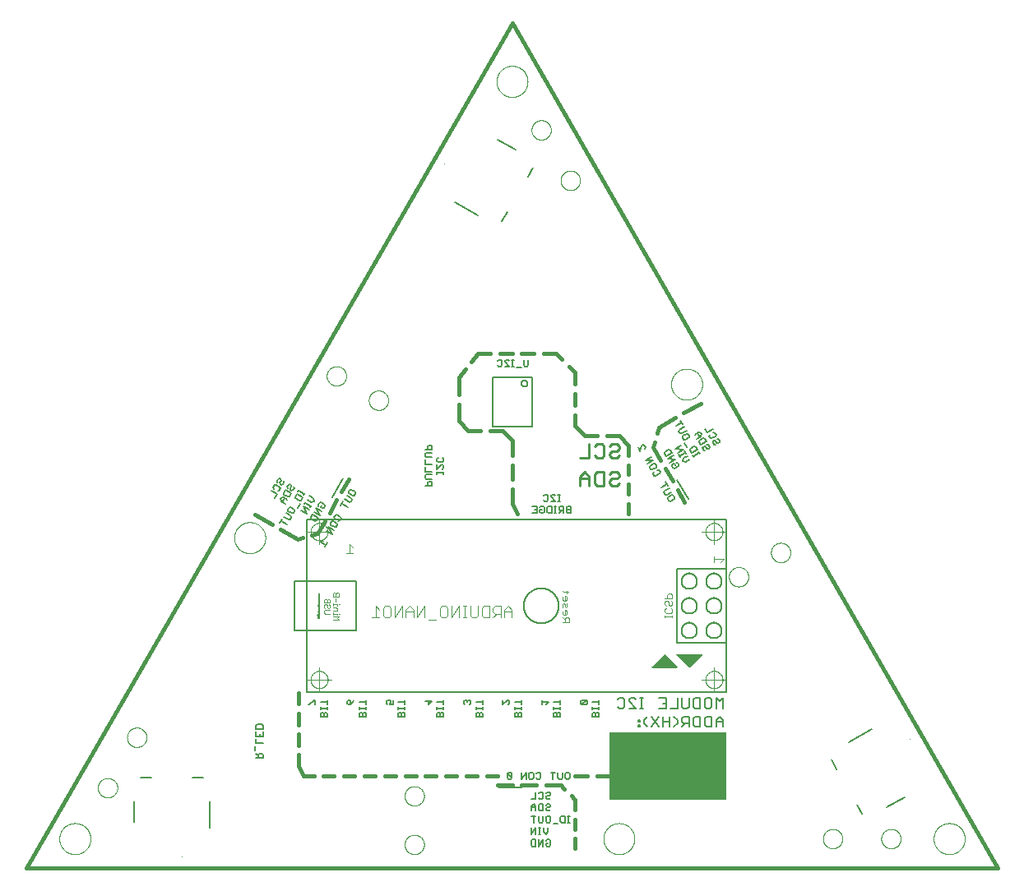
<source format=gbo>
G04 EAGLE Gerber RS-274X export*
G75*
%MOMM*%
%FSLAX34Y34*%
%LPD*%
%INSilk bottom*%
%IPPOS*%
%AMOC8*
5,1,8,0,0,1.08239X$1,22.5*%
G01*
%ADD10C,0.127000*%
%ADD11C,0.406400*%
%ADD12C,0.000000*%
%ADD13C,0.203200*%
%ADD14R,12.000000X7.000000*%
%ADD15C,0.254000*%
%ADD16C,0.076200*%
%ADD17C,0.050800*%
%ADD18C,0.015875*%
%ADD19C,0.101600*%

G36*
X669788Y205882D02*
X669788Y205882D01*
X669876Y205891D01*
X669897Y205901D01*
X669921Y205905D01*
X669998Y205951D01*
X670077Y205990D01*
X670094Y206007D01*
X670114Y206020D01*
X670170Y206089D01*
X670231Y206153D01*
X670240Y206175D01*
X670255Y206194D01*
X670284Y206278D01*
X670319Y206360D01*
X670320Y206384D01*
X670327Y206406D01*
X670325Y206495D01*
X670329Y206584D01*
X670321Y206607D01*
X670321Y206631D01*
X670287Y206713D01*
X670260Y206798D01*
X670244Y206819D01*
X670236Y206838D01*
X670202Y206876D01*
X670148Y206948D01*
X657448Y219648D01*
X657417Y219670D01*
X657400Y219689D01*
X657381Y219699D01*
X657347Y219731D01*
X657303Y219750D01*
X657264Y219777D01*
X657201Y219793D01*
X657140Y219819D01*
X657093Y219821D01*
X657047Y219833D01*
X656982Y219826D01*
X656916Y219829D01*
X656871Y219814D01*
X656824Y219809D01*
X656765Y219780D01*
X656702Y219760D01*
X656658Y219727D01*
X656623Y219710D01*
X656596Y219681D01*
X656588Y219676D01*
X656571Y219665D01*
X656566Y219659D01*
X656552Y219648D01*
X643852Y206948D01*
X643801Y206875D01*
X643745Y206806D01*
X643737Y206784D01*
X643723Y206764D01*
X643701Y206678D01*
X643673Y206594D01*
X643673Y206570D01*
X643668Y206547D01*
X643677Y206458D01*
X643679Y206369D01*
X643688Y206347D01*
X643691Y206324D01*
X643730Y206244D01*
X643764Y206162D01*
X643780Y206144D01*
X643790Y206123D01*
X643855Y206062D01*
X643915Y205996D01*
X643936Y205985D01*
X643953Y205969D01*
X644035Y205934D01*
X644115Y205893D01*
X644141Y205890D01*
X644160Y205881D01*
X644210Y205879D01*
X644300Y205866D01*
X669700Y205866D01*
X669788Y205882D01*
G37*
G36*
X682418Y205874D02*
X682418Y205874D01*
X682484Y205871D01*
X682529Y205886D01*
X682576Y205891D01*
X682635Y205920D01*
X682698Y205940D01*
X682742Y205973D01*
X682777Y205990D01*
X682804Y206019D01*
X682848Y206052D01*
X695548Y218752D01*
X695599Y218825D01*
X695655Y218894D01*
X695663Y218916D01*
X695677Y218936D01*
X695699Y219022D01*
X695727Y219106D01*
X695727Y219130D01*
X695733Y219153D01*
X695723Y219242D01*
X695721Y219331D01*
X695712Y219353D01*
X695709Y219376D01*
X695670Y219456D01*
X695636Y219538D01*
X695620Y219556D01*
X695610Y219577D01*
X695545Y219638D01*
X695485Y219704D01*
X695464Y219715D01*
X695447Y219731D01*
X695365Y219766D01*
X695285Y219807D01*
X695259Y219810D01*
X695240Y219819D01*
X695190Y219821D01*
X695100Y219834D01*
X669700Y219834D01*
X669612Y219818D01*
X669524Y219809D01*
X669503Y219799D01*
X669479Y219795D01*
X669402Y219749D01*
X669323Y219710D01*
X669306Y219693D01*
X669286Y219680D01*
X669230Y219611D01*
X669169Y219547D01*
X669160Y219525D01*
X669145Y219506D01*
X669116Y219422D01*
X669081Y219340D01*
X669080Y219316D01*
X669073Y219294D01*
X669075Y219205D01*
X669071Y219116D01*
X669079Y219093D01*
X669079Y219069D01*
X669113Y218987D01*
X669140Y218902D01*
X669156Y218881D01*
X669164Y218862D01*
X669198Y218824D01*
X669252Y218752D01*
X681952Y206052D01*
X682006Y206014D01*
X682053Y205969D01*
X682097Y205950D01*
X682136Y205923D01*
X682199Y205907D01*
X682260Y205881D01*
X682307Y205879D01*
X682353Y205868D01*
X682418Y205874D01*
G37*
D10*
X534831Y76675D02*
X535975Y77819D01*
X538263Y77819D01*
X539407Y76675D01*
X539407Y75531D01*
X538263Y74387D01*
X535975Y74387D01*
X534831Y73243D01*
X534831Y72099D01*
X535975Y70955D01*
X538263Y70955D01*
X539407Y72099D01*
X528491Y77819D02*
X527347Y76675D01*
X528491Y77819D02*
X530779Y77819D01*
X531923Y76675D01*
X531923Y72099D01*
X530779Y70955D01*
X528491Y70955D01*
X527347Y72099D01*
X524439Y70955D02*
X524439Y77819D01*
X524439Y70955D02*
X519863Y70955D01*
X534831Y64483D02*
X535975Y65627D01*
X538263Y65627D01*
X539407Y64483D01*
X539407Y63339D01*
X538263Y62195D01*
X535975Y62195D01*
X534831Y61051D01*
X534831Y59907D01*
X535975Y58763D01*
X538263Y58763D01*
X539407Y59907D01*
X531923Y58763D02*
X531923Y65627D01*
X531923Y58763D02*
X528491Y58763D01*
X527347Y59907D01*
X527347Y64483D01*
X528491Y65627D01*
X531923Y65627D01*
X524439Y63339D02*
X524439Y58763D01*
X524439Y63339D02*
X522151Y65627D01*
X519863Y63339D01*
X519863Y58763D01*
X519863Y62195D02*
X524439Y62195D01*
X557077Y46571D02*
X559365Y46571D01*
X558221Y46571D02*
X558221Y53435D01*
X559365Y53435D02*
X557077Y53435D01*
X554376Y53435D02*
X554376Y46571D01*
X550944Y46571D01*
X549800Y47715D01*
X549800Y52291D01*
X550944Y53435D01*
X554376Y53435D01*
X546891Y45427D02*
X542316Y45427D01*
X538263Y53435D02*
X535975Y53435D01*
X538263Y53435D02*
X539407Y52291D01*
X539407Y47715D01*
X538263Y46571D01*
X535975Y46571D01*
X534831Y47715D01*
X534831Y52291D01*
X535975Y53435D01*
X531923Y53435D02*
X531923Y47715D01*
X530779Y46571D01*
X528491Y46571D01*
X527347Y47715D01*
X527347Y53435D01*
X522151Y53435D02*
X522151Y46571D01*
X524439Y53435D02*
X519863Y53435D01*
X536913Y41243D02*
X536913Y36667D01*
X534625Y34379D01*
X532337Y36667D01*
X532337Y41243D01*
X529428Y34379D02*
X527140Y34379D01*
X528284Y34379D02*
X528284Y41243D01*
X529428Y41243D02*
X527140Y41243D01*
X524439Y41243D02*
X524439Y34379D01*
X519863Y34379D02*
X524439Y41243D01*
X519863Y41243D02*
X519863Y34379D01*
X534831Y27907D02*
X535975Y29051D01*
X538263Y29051D01*
X539407Y27907D01*
X539407Y23331D01*
X538263Y22187D01*
X535975Y22187D01*
X534831Y23331D01*
X534831Y25619D01*
X537119Y25619D01*
X531923Y22187D02*
X531923Y29051D01*
X527347Y22187D01*
X527347Y29051D01*
X524439Y29051D02*
X524439Y22187D01*
X521007Y22187D01*
X519863Y23331D01*
X519863Y27907D01*
X521007Y29051D01*
X524439Y29051D01*
D11*
X1000000Y0D02*
X0Y0D01*
X500000Y870000D01*
X1000000Y0D01*
D12*
X820000Y30000D02*
X820003Y30245D01*
X820012Y30491D01*
X820027Y30736D01*
X820048Y30980D01*
X820075Y31224D01*
X820108Y31467D01*
X820147Y31710D01*
X820192Y31951D01*
X820243Y32191D01*
X820300Y32430D01*
X820362Y32667D01*
X820431Y32903D01*
X820505Y33137D01*
X820585Y33369D01*
X820670Y33599D01*
X820761Y33827D01*
X820858Y34052D01*
X820960Y34276D01*
X821068Y34496D01*
X821181Y34714D01*
X821299Y34929D01*
X821423Y35141D01*
X821551Y35350D01*
X821685Y35556D01*
X821824Y35758D01*
X821968Y35957D01*
X822117Y36152D01*
X822270Y36344D01*
X822428Y36532D01*
X822590Y36716D01*
X822758Y36895D01*
X822929Y37071D01*
X823105Y37242D01*
X823284Y37410D01*
X823468Y37572D01*
X823656Y37730D01*
X823848Y37883D01*
X824043Y38032D01*
X824242Y38176D01*
X824444Y38315D01*
X824650Y38449D01*
X824859Y38577D01*
X825071Y38701D01*
X825286Y38819D01*
X825504Y38932D01*
X825724Y39040D01*
X825948Y39142D01*
X826173Y39239D01*
X826401Y39330D01*
X826631Y39415D01*
X826863Y39495D01*
X827097Y39569D01*
X827333Y39638D01*
X827570Y39700D01*
X827809Y39757D01*
X828049Y39808D01*
X828290Y39853D01*
X828533Y39892D01*
X828776Y39925D01*
X829020Y39952D01*
X829264Y39973D01*
X829509Y39988D01*
X829755Y39997D01*
X830000Y40000D01*
X830245Y39997D01*
X830491Y39988D01*
X830736Y39973D01*
X830980Y39952D01*
X831224Y39925D01*
X831467Y39892D01*
X831710Y39853D01*
X831951Y39808D01*
X832191Y39757D01*
X832430Y39700D01*
X832667Y39638D01*
X832903Y39569D01*
X833137Y39495D01*
X833369Y39415D01*
X833599Y39330D01*
X833827Y39239D01*
X834052Y39142D01*
X834276Y39040D01*
X834496Y38932D01*
X834714Y38819D01*
X834929Y38701D01*
X835141Y38577D01*
X835350Y38449D01*
X835556Y38315D01*
X835758Y38176D01*
X835957Y38032D01*
X836152Y37883D01*
X836344Y37730D01*
X836532Y37572D01*
X836716Y37410D01*
X836895Y37242D01*
X837071Y37071D01*
X837242Y36895D01*
X837410Y36716D01*
X837572Y36532D01*
X837730Y36344D01*
X837883Y36152D01*
X838032Y35957D01*
X838176Y35758D01*
X838315Y35556D01*
X838449Y35350D01*
X838577Y35141D01*
X838701Y34929D01*
X838819Y34714D01*
X838932Y34496D01*
X839040Y34276D01*
X839142Y34052D01*
X839239Y33827D01*
X839330Y33599D01*
X839415Y33369D01*
X839495Y33137D01*
X839569Y32903D01*
X839638Y32667D01*
X839700Y32430D01*
X839757Y32191D01*
X839808Y31951D01*
X839853Y31710D01*
X839892Y31467D01*
X839925Y31224D01*
X839952Y30980D01*
X839973Y30736D01*
X839988Y30491D01*
X839997Y30245D01*
X840000Y30000D01*
X839997Y29755D01*
X839988Y29509D01*
X839973Y29264D01*
X839952Y29020D01*
X839925Y28776D01*
X839892Y28533D01*
X839853Y28290D01*
X839808Y28049D01*
X839757Y27809D01*
X839700Y27570D01*
X839638Y27333D01*
X839569Y27097D01*
X839495Y26863D01*
X839415Y26631D01*
X839330Y26401D01*
X839239Y26173D01*
X839142Y25948D01*
X839040Y25724D01*
X838932Y25504D01*
X838819Y25286D01*
X838701Y25071D01*
X838577Y24859D01*
X838449Y24650D01*
X838315Y24444D01*
X838176Y24242D01*
X838032Y24043D01*
X837883Y23848D01*
X837730Y23656D01*
X837572Y23468D01*
X837410Y23284D01*
X837242Y23105D01*
X837071Y22929D01*
X836895Y22758D01*
X836716Y22590D01*
X836532Y22428D01*
X836344Y22270D01*
X836152Y22117D01*
X835957Y21968D01*
X835758Y21824D01*
X835556Y21685D01*
X835350Y21551D01*
X835141Y21423D01*
X834929Y21299D01*
X834714Y21181D01*
X834496Y21068D01*
X834276Y20960D01*
X834052Y20858D01*
X833827Y20761D01*
X833599Y20670D01*
X833369Y20585D01*
X833137Y20505D01*
X832903Y20431D01*
X832667Y20362D01*
X832430Y20300D01*
X832191Y20243D01*
X831951Y20192D01*
X831710Y20147D01*
X831467Y20108D01*
X831224Y20075D01*
X830980Y20048D01*
X830736Y20027D01*
X830491Y20012D01*
X830245Y20003D01*
X830000Y20000D01*
X829755Y20003D01*
X829509Y20012D01*
X829264Y20027D01*
X829020Y20048D01*
X828776Y20075D01*
X828533Y20108D01*
X828290Y20147D01*
X828049Y20192D01*
X827809Y20243D01*
X827570Y20300D01*
X827333Y20362D01*
X827097Y20431D01*
X826863Y20505D01*
X826631Y20585D01*
X826401Y20670D01*
X826173Y20761D01*
X825948Y20858D01*
X825724Y20960D01*
X825504Y21068D01*
X825286Y21181D01*
X825071Y21299D01*
X824859Y21423D01*
X824650Y21551D01*
X824444Y21685D01*
X824242Y21824D01*
X824043Y21968D01*
X823848Y22117D01*
X823656Y22270D01*
X823468Y22428D01*
X823284Y22590D01*
X823105Y22758D01*
X822929Y22929D01*
X822758Y23105D01*
X822590Y23284D01*
X822428Y23468D01*
X822270Y23656D01*
X822117Y23848D01*
X821968Y24043D01*
X821824Y24242D01*
X821685Y24444D01*
X821551Y24650D01*
X821423Y24859D01*
X821299Y25071D01*
X821181Y25286D01*
X821068Y25504D01*
X820960Y25724D01*
X820858Y25948D01*
X820761Y26173D01*
X820670Y26401D01*
X820585Y26631D01*
X820505Y26863D01*
X820431Y27097D01*
X820362Y27333D01*
X820300Y27570D01*
X820243Y27809D01*
X820192Y28049D01*
X820147Y28290D01*
X820108Y28533D01*
X820075Y28776D01*
X820048Y29020D01*
X820027Y29264D01*
X820012Y29509D01*
X820003Y29755D01*
X820000Y30000D01*
X880000Y30000D02*
X880003Y30245D01*
X880012Y30491D01*
X880027Y30736D01*
X880048Y30980D01*
X880075Y31224D01*
X880108Y31467D01*
X880147Y31710D01*
X880192Y31951D01*
X880243Y32191D01*
X880300Y32430D01*
X880362Y32667D01*
X880431Y32903D01*
X880505Y33137D01*
X880585Y33369D01*
X880670Y33599D01*
X880761Y33827D01*
X880858Y34052D01*
X880960Y34276D01*
X881068Y34496D01*
X881181Y34714D01*
X881299Y34929D01*
X881423Y35141D01*
X881551Y35350D01*
X881685Y35556D01*
X881824Y35758D01*
X881968Y35957D01*
X882117Y36152D01*
X882270Y36344D01*
X882428Y36532D01*
X882590Y36716D01*
X882758Y36895D01*
X882929Y37071D01*
X883105Y37242D01*
X883284Y37410D01*
X883468Y37572D01*
X883656Y37730D01*
X883848Y37883D01*
X884043Y38032D01*
X884242Y38176D01*
X884444Y38315D01*
X884650Y38449D01*
X884859Y38577D01*
X885071Y38701D01*
X885286Y38819D01*
X885504Y38932D01*
X885724Y39040D01*
X885948Y39142D01*
X886173Y39239D01*
X886401Y39330D01*
X886631Y39415D01*
X886863Y39495D01*
X887097Y39569D01*
X887333Y39638D01*
X887570Y39700D01*
X887809Y39757D01*
X888049Y39808D01*
X888290Y39853D01*
X888533Y39892D01*
X888776Y39925D01*
X889020Y39952D01*
X889264Y39973D01*
X889509Y39988D01*
X889755Y39997D01*
X890000Y40000D01*
X890245Y39997D01*
X890491Y39988D01*
X890736Y39973D01*
X890980Y39952D01*
X891224Y39925D01*
X891467Y39892D01*
X891710Y39853D01*
X891951Y39808D01*
X892191Y39757D01*
X892430Y39700D01*
X892667Y39638D01*
X892903Y39569D01*
X893137Y39495D01*
X893369Y39415D01*
X893599Y39330D01*
X893827Y39239D01*
X894052Y39142D01*
X894276Y39040D01*
X894496Y38932D01*
X894714Y38819D01*
X894929Y38701D01*
X895141Y38577D01*
X895350Y38449D01*
X895556Y38315D01*
X895758Y38176D01*
X895957Y38032D01*
X896152Y37883D01*
X896344Y37730D01*
X896532Y37572D01*
X896716Y37410D01*
X896895Y37242D01*
X897071Y37071D01*
X897242Y36895D01*
X897410Y36716D01*
X897572Y36532D01*
X897730Y36344D01*
X897883Y36152D01*
X898032Y35957D01*
X898176Y35758D01*
X898315Y35556D01*
X898449Y35350D01*
X898577Y35141D01*
X898701Y34929D01*
X898819Y34714D01*
X898932Y34496D01*
X899040Y34276D01*
X899142Y34052D01*
X899239Y33827D01*
X899330Y33599D01*
X899415Y33369D01*
X899495Y33137D01*
X899569Y32903D01*
X899638Y32667D01*
X899700Y32430D01*
X899757Y32191D01*
X899808Y31951D01*
X899853Y31710D01*
X899892Y31467D01*
X899925Y31224D01*
X899952Y30980D01*
X899973Y30736D01*
X899988Y30491D01*
X899997Y30245D01*
X900000Y30000D01*
X899997Y29755D01*
X899988Y29509D01*
X899973Y29264D01*
X899952Y29020D01*
X899925Y28776D01*
X899892Y28533D01*
X899853Y28290D01*
X899808Y28049D01*
X899757Y27809D01*
X899700Y27570D01*
X899638Y27333D01*
X899569Y27097D01*
X899495Y26863D01*
X899415Y26631D01*
X899330Y26401D01*
X899239Y26173D01*
X899142Y25948D01*
X899040Y25724D01*
X898932Y25504D01*
X898819Y25286D01*
X898701Y25071D01*
X898577Y24859D01*
X898449Y24650D01*
X898315Y24444D01*
X898176Y24242D01*
X898032Y24043D01*
X897883Y23848D01*
X897730Y23656D01*
X897572Y23468D01*
X897410Y23284D01*
X897242Y23105D01*
X897071Y22929D01*
X896895Y22758D01*
X896716Y22590D01*
X896532Y22428D01*
X896344Y22270D01*
X896152Y22117D01*
X895957Y21968D01*
X895758Y21824D01*
X895556Y21685D01*
X895350Y21551D01*
X895141Y21423D01*
X894929Y21299D01*
X894714Y21181D01*
X894496Y21068D01*
X894276Y20960D01*
X894052Y20858D01*
X893827Y20761D01*
X893599Y20670D01*
X893369Y20585D01*
X893137Y20505D01*
X892903Y20431D01*
X892667Y20362D01*
X892430Y20300D01*
X892191Y20243D01*
X891951Y20192D01*
X891710Y20147D01*
X891467Y20108D01*
X891224Y20075D01*
X890980Y20048D01*
X890736Y20027D01*
X890491Y20012D01*
X890245Y20003D01*
X890000Y20000D01*
X889755Y20003D01*
X889509Y20012D01*
X889264Y20027D01*
X889020Y20048D01*
X888776Y20075D01*
X888533Y20108D01*
X888290Y20147D01*
X888049Y20192D01*
X887809Y20243D01*
X887570Y20300D01*
X887333Y20362D01*
X887097Y20431D01*
X886863Y20505D01*
X886631Y20585D01*
X886401Y20670D01*
X886173Y20761D01*
X885948Y20858D01*
X885724Y20960D01*
X885504Y21068D01*
X885286Y21181D01*
X885071Y21299D01*
X884859Y21423D01*
X884650Y21551D01*
X884444Y21685D01*
X884242Y21824D01*
X884043Y21968D01*
X883848Y22117D01*
X883656Y22270D01*
X883468Y22428D01*
X883284Y22590D01*
X883105Y22758D01*
X882929Y22929D01*
X882758Y23105D01*
X882590Y23284D01*
X882428Y23468D01*
X882270Y23656D01*
X882117Y23848D01*
X881968Y24043D01*
X881824Y24242D01*
X881685Y24444D01*
X881551Y24650D01*
X881423Y24859D01*
X881299Y25071D01*
X881181Y25286D01*
X881068Y25504D01*
X880960Y25724D01*
X880858Y25948D01*
X880761Y26173D01*
X880670Y26401D01*
X880585Y26631D01*
X880505Y26863D01*
X880431Y27097D01*
X880362Y27333D01*
X880300Y27570D01*
X880243Y27809D01*
X880192Y28049D01*
X880147Y28290D01*
X880108Y28533D01*
X880075Y28776D01*
X880048Y29020D01*
X880027Y29264D01*
X880012Y29509D01*
X880003Y29755D01*
X880000Y30000D01*
X73660Y82417D02*
X73663Y82662D01*
X73672Y82908D01*
X73687Y83153D01*
X73708Y83397D01*
X73735Y83641D01*
X73768Y83884D01*
X73807Y84127D01*
X73852Y84368D01*
X73903Y84608D01*
X73960Y84847D01*
X74022Y85084D01*
X74091Y85320D01*
X74165Y85554D01*
X74245Y85786D01*
X74330Y86016D01*
X74421Y86244D01*
X74518Y86469D01*
X74620Y86693D01*
X74728Y86913D01*
X74841Y87131D01*
X74959Y87346D01*
X75083Y87558D01*
X75211Y87767D01*
X75345Y87973D01*
X75484Y88175D01*
X75628Y88374D01*
X75777Y88569D01*
X75930Y88761D01*
X76088Y88949D01*
X76250Y89133D01*
X76418Y89312D01*
X76589Y89488D01*
X76765Y89659D01*
X76944Y89827D01*
X77128Y89989D01*
X77316Y90147D01*
X77508Y90300D01*
X77703Y90449D01*
X77902Y90593D01*
X78104Y90732D01*
X78310Y90866D01*
X78519Y90994D01*
X78731Y91118D01*
X78946Y91236D01*
X79164Y91349D01*
X79384Y91457D01*
X79608Y91559D01*
X79833Y91656D01*
X80061Y91747D01*
X80291Y91832D01*
X80523Y91912D01*
X80757Y91986D01*
X80993Y92055D01*
X81230Y92117D01*
X81469Y92174D01*
X81709Y92225D01*
X81950Y92270D01*
X82193Y92309D01*
X82436Y92342D01*
X82680Y92369D01*
X82924Y92390D01*
X83169Y92405D01*
X83415Y92414D01*
X83660Y92417D01*
X83905Y92414D01*
X84151Y92405D01*
X84396Y92390D01*
X84640Y92369D01*
X84884Y92342D01*
X85127Y92309D01*
X85370Y92270D01*
X85611Y92225D01*
X85851Y92174D01*
X86090Y92117D01*
X86327Y92055D01*
X86563Y91986D01*
X86797Y91912D01*
X87029Y91832D01*
X87259Y91747D01*
X87487Y91656D01*
X87712Y91559D01*
X87936Y91457D01*
X88156Y91349D01*
X88374Y91236D01*
X88589Y91118D01*
X88801Y90994D01*
X89010Y90866D01*
X89216Y90732D01*
X89418Y90593D01*
X89617Y90449D01*
X89812Y90300D01*
X90004Y90147D01*
X90192Y89989D01*
X90376Y89827D01*
X90555Y89659D01*
X90731Y89488D01*
X90902Y89312D01*
X91070Y89133D01*
X91232Y88949D01*
X91390Y88761D01*
X91543Y88569D01*
X91692Y88374D01*
X91836Y88175D01*
X91975Y87973D01*
X92109Y87767D01*
X92237Y87558D01*
X92361Y87346D01*
X92479Y87131D01*
X92592Y86913D01*
X92700Y86693D01*
X92802Y86469D01*
X92899Y86244D01*
X92990Y86016D01*
X93075Y85786D01*
X93155Y85554D01*
X93229Y85320D01*
X93298Y85084D01*
X93360Y84847D01*
X93417Y84608D01*
X93468Y84368D01*
X93513Y84127D01*
X93552Y83884D01*
X93585Y83641D01*
X93612Y83397D01*
X93633Y83153D01*
X93648Y82908D01*
X93657Y82662D01*
X93660Y82417D01*
X93657Y82172D01*
X93648Y81926D01*
X93633Y81681D01*
X93612Y81437D01*
X93585Y81193D01*
X93552Y80950D01*
X93513Y80707D01*
X93468Y80466D01*
X93417Y80226D01*
X93360Y79987D01*
X93298Y79750D01*
X93229Y79514D01*
X93155Y79280D01*
X93075Y79048D01*
X92990Y78818D01*
X92899Y78590D01*
X92802Y78365D01*
X92700Y78141D01*
X92592Y77921D01*
X92479Y77703D01*
X92361Y77488D01*
X92237Y77276D01*
X92109Y77067D01*
X91975Y76861D01*
X91836Y76659D01*
X91692Y76460D01*
X91543Y76265D01*
X91390Y76073D01*
X91232Y75885D01*
X91070Y75701D01*
X90902Y75522D01*
X90731Y75346D01*
X90555Y75175D01*
X90376Y75007D01*
X90192Y74845D01*
X90004Y74687D01*
X89812Y74534D01*
X89617Y74385D01*
X89418Y74241D01*
X89216Y74102D01*
X89010Y73968D01*
X88801Y73840D01*
X88589Y73716D01*
X88374Y73598D01*
X88156Y73485D01*
X87936Y73377D01*
X87712Y73275D01*
X87487Y73178D01*
X87259Y73087D01*
X87029Y73002D01*
X86797Y72922D01*
X86563Y72848D01*
X86327Y72779D01*
X86090Y72717D01*
X85851Y72660D01*
X85611Y72609D01*
X85370Y72564D01*
X85127Y72525D01*
X84884Y72492D01*
X84640Y72465D01*
X84396Y72444D01*
X84151Y72429D01*
X83905Y72420D01*
X83660Y72417D01*
X83415Y72420D01*
X83169Y72429D01*
X82924Y72444D01*
X82680Y72465D01*
X82436Y72492D01*
X82193Y72525D01*
X81950Y72564D01*
X81709Y72609D01*
X81469Y72660D01*
X81230Y72717D01*
X80993Y72779D01*
X80757Y72848D01*
X80523Y72922D01*
X80291Y73002D01*
X80061Y73087D01*
X79833Y73178D01*
X79608Y73275D01*
X79384Y73377D01*
X79164Y73485D01*
X78946Y73598D01*
X78731Y73716D01*
X78519Y73840D01*
X78310Y73968D01*
X78104Y74102D01*
X77902Y74241D01*
X77703Y74385D01*
X77508Y74534D01*
X77316Y74687D01*
X77128Y74845D01*
X76944Y75007D01*
X76765Y75175D01*
X76589Y75346D01*
X76418Y75522D01*
X76250Y75701D01*
X76088Y75885D01*
X75930Y76073D01*
X75777Y76265D01*
X75628Y76460D01*
X75484Y76659D01*
X75345Y76861D01*
X75211Y77067D01*
X75083Y77276D01*
X74959Y77488D01*
X74841Y77703D01*
X74728Y77921D01*
X74620Y78141D01*
X74518Y78365D01*
X74421Y78590D01*
X74330Y78818D01*
X74245Y79048D01*
X74165Y79280D01*
X74091Y79514D01*
X74022Y79750D01*
X73960Y79987D01*
X73903Y80226D01*
X73852Y80466D01*
X73807Y80707D01*
X73768Y80950D01*
X73735Y81193D01*
X73708Y81437D01*
X73687Y81681D01*
X73672Y81926D01*
X73663Y82172D01*
X73660Y82417D01*
X103660Y134378D02*
X103663Y134623D01*
X103672Y134869D01*
X103687Y135114D01*
X103708Y135358D01*
X103735Y135602D01*
X103768Y135845D01*
X103807Y136088D01*
X103852Y136329D01*
X103903Y136569D01*
X103960Y136808D01*
X104022Y137045D01*
X104091Y137281D01*
X104165Y137515D01*
X104245Y137747D01*
X104330Y137977D01*
X104421Y138205D01*
X104518Y138430D01*
X104620Y138654D01*
X104728Y138874D01*
X104841Y139092D01*
X104959Y139307D01*
X105083Y139519D01*
X105211Y139728D01*
X105345Y139934D01*
X105484Y140136D01*
X105628Y140335D01*
X105777Y140530D01*
X105930Y140722D01*
X106088Y140910D01*
X106250Y141094D01*
X106418Y141273D01*
X106589Y141449D01*
X106765Y141620D01*
X106944Y141788D01*
X107128Y141950D01*
X107316Y142108D01*
X107508Y142261D01*
X107703Y142410D01*
X107902Y142554D01*
X108104Y142693D01*
X108310Y142827D01*
X108519Y142955D01*
X108731Y143079D01*
X108946Y143197D01*
X109164Y143310D01*
X109384Y143418D01*
X109608Y143520D01*
X109833Y143617D01*
X110061Y143708D01*
X110291Y143793D01*
X110523Y143873D01*
X110757Y143947D01*
X110993Y144016D01*
X111230Y144078D01*
X111469Y144135D01*
X111709Y144186D01*
X111950Y144231D01*
X112193Y144270D01*
X112436Y144303D01*
X112680Y144330D01*
X112924Y144351D01*
X113169Y144366D01*
X113415Y144375D01*
X113660Y144378D01*
X113905Y144375D01*
X114151Y144366D01*
X114396Y144351D01*
X114640Y144330D01*
X114884Y144303D01*
X115127Y144270D01*
X115370Y144231D01*
X115611Y144186D01*
X115851Y144135D01*
X116090Y144078D01*
X116327Y144016D01*
X116563Y143947D01*
X116797Y143873D01*
X117029Y143793D01*
X117259Y143708D01*
X117487Y143617D01*
X117712Y143520D01*
X117936Y143418D01*
X118156Y143310D01*
X118374Y143197D01*
X118589Y143079D01*
X118801Y142955D01*
X119010Y142827D01*
X119216Y142693D01*
X119418Y142554D01*
X119617Y142410D01*
X119812Y142261D01*
X120004Y142108D01*
X120192Y141950D01*
X120376Y141788D01*
X120555Y141620D01*
X120731Y141449D01*
X120902Y141273D01*
X121070Y141094D01*
X121232Y140910D01*
X121390Y140722D01*
X121543Y140530D01*
X121692Y140335D01*
X121836Y140136D01*
X121975Y139934D01*
X122109Y139728D01*
X122237Y139519D01*
X122361Y139307D01*
X122479Y139092D01*
X122592Y138874D01*
X122700Y138654D01*
X122802Y138430D01*
X122899Y138205D01*
X122990Y137977D01*
X123075Y137747D01*
X123155Y137515D01*
X123229Y137281D01*
X123298Y137045D01*
X123360Y136808D01*
X123417Y136569D01*
X123468Y136329D01*
X123513Y136088D01*
X123552Y135845D01*
X123585Y135602D01*
X123612Y135358D01*
X123633Y135114D01*
X123648Y134869D01*
X123657Y134623D01*
X123660Y134378D01*
X123657Y134133D01*
X123648Y133887D01*
X123633Y133642D01*
X123612Y133398D01*
X123585Y133154D01*
X123552Y132911D01*
X123513Y132668D01*
X123468Y132427D01*
X123417Y132187D01*
X123360Y131948D01*
X123298Y131711D01*
X123229Y131475D01*
X123155Y131241D01*
X123075Y131009D01*
X122990Y130779D01*
X122899Y130551D01*
X122802Y130326D01*
X122700Y130102D01*
X122592Y129882D01*
X122479Y129664D01*
X122361Y129449D01*
X122237Y129237D01*
X122109Y129028D01*
X121975Y128822D01*
X121836Y128620D01*
X121692Y128421D01*
X121543Y128226D01*
X121390Y128034D01*
X121232Y127846D01*
X121070Y127662D01*
X120902Y127483D01*
X120731Y127307D01*
X120555Y127136D01*
X120376Y126968D01*
X120192Y126806D01*
X120004Y126648D01*
X119812Y126495D01*
X119617Y126346D01*
X119418Y126202D01*
X119216Y126063D01*
X119010Y125929D01*
X118801Y125801D01*
X118589Y125677D01*
X118374Y125559D01*
X118156Y125446D01*
X117936Y125338D01*
X117712Y125236D01*
X117487Y125139D01*
X117259Y125048D01*
X117029Y124963D01*
X116797Y124883D01*
X116563Y124809D01*
X116327Y124740D01*
X116090Y124678D01*
X115851Y124621D01*
X115611Y124570D01*
X115370Y124525D01*
X115127Y124486D01*
X114884Y124453D01*
X114640Y124426D01*
X114396Y124405D01*
X114151Y124390D01*
X113905Y124381D01*
X113660Y124378D01*
X113415Y124381D01*
X113169Y124390D01*
X112924Y124405D01*
X112680Y124426D01*
X112436Y124453D01*
X112193Y124486D01*
X111950Y124525D01*
X111709Y124570D01*
X111469Y124621D01*
X111230Y124678D01*
X110993Y124740D01*
X110757Y124809D01*
X110523Y124883D01*
X110291Y124963D01*
X110061Y125048D01*
X109833Y125139D01*
X109608Y125236D01*
X109384Y125338D01*
X109164Y125446D01*
X108946Y125559D01*
X108731Y125677D01*
X108519Y125801D01*
X108310Y125929D01*
X108104Y126063D01*
X107902Y126202D01*
X107703Y126346D01*
X107508Y126495D01*
X107316Y126648D01*
X107128Y126806D01*
X106944Y126968D01*
X106765Y127136D01*
X106589Y127307D01*
X106418Y127483D01*
X106250Y127662D01*
X106088Y127846D01*
X105930Y128034D01*
X105777Y128226D01*
X105628Y128421D01*
X105484Y128620D01*
X105345Y128822D01*
X105211Y129028D01*
X105083Y129237D01*
X104959Y129449D01*
X104841Y129664D01*
X104728Y129882D01*
X104620Y130102D01*
X104518Y130326D01*
X104421Y130551D01*
X104330Y130779D01*
X104245Y131009D01*
X104165Y131241D01*
X104091Y131475D01*
X104022Y131711D01*
X103960Y131948D01*
X103903Y132187D01*
X103852Y132427D01*
X103807Y132668D01*
X103768Y132911D01*
X103735Y133154D01*
X103708Y133398D01*
X103687Y133642D01*
X103672Y133887D01*
X103663Y134133D01*
X103660Y134378D01*
X520000Y760000D02*
X520003Y760245D01*
X520012Y760491D01*
X520027Y760736D01*
X520048Y760980D01*
X520075Y761224D01*
X520108Y761467D01*
X520147Y761710D01*
X520192Y761951D01*
X520243Y762191D01*
X520300Y762430D01*
X520362Y762667D01*
X520431Y762903D01*
X520505Y763137D01*
X520585Y763369D01*
X520670Y763599D01*
X520761Y763827D01*
X520858Y764052D01*
X520960Y764276D01*
X521068Y764496D01*
X521181Y764714D01*
X521299Y764929D01*
X521423Y765141D01*
X521551Y765350D01*
X521685Y765556D01*
X521824Y765758D01*
X521968Y765957D01*
X522117Y766152D01*
X522270Y766344D01*
X522428Y766532D01*
X522590Y766716D01*
X522758Y766895D01*
X522929Y767071D01*
X523105Y767242D01*
X523284Y767410D01*
X523468Y767572D01*
X523656Y767730D01*
X523848Y767883D01*
X524043Y768032D01*
X524242Y768176D01*
X524444Y768315D01*
X524650Y768449D01*
X524859Y768577D01*
X525071Y768701D01*
X525286Y768819D01*
X525504Y768932D01*
X525724Y769040D01*
X525948Y769142D01*
X526173Y769239D01*
X526401Y769330D01*
X526631Y769415D01*
X526863Y769495D01*
X527097Y769569D01*
X527333Y769638D01*
X527570Y769700D01*
X527809Y769757D01*
X528049Y769808D01*
X528290Y769853D01*
X528533Y769892D01*
X528776Y769925D01*
X529020Y769952D01*
X529264Y769973D01*
X529509Y769988D01*
X529755Y769997D01*
X530000Y770000D01*
X530245Y769997D01*
X530491Y769988D01*
X530736Y769973D01*
X530980Y769952D01*
X531224Y769925D01*
X531467Y769892D01*
X531710Y769853D01*
X531951Y769808D01*
X532191Y769757D01*
X532430Y769700D01*
X532667Y769638D01*
X532903Y769569D01*
X533137Y769495D01*
X533369Y769415D01*
X533599Y769330D01*
X533827Y769239D01*
X534052Y769142D01*
X534276Y769040D01*
X534496Y768932D01*
X534714Y768819D01*
X534929Y768701D01*
X535141Y768577D01*
X535350Y768449D01*
X535556Y768315D01*
X535758Y768176D01*
X535957Y768032D01*
X536152Y767883D01*
X536344Y767730D01*
X536532Y767572D01*
X536716Y767410D01*
X536895Y767242D01*
X537071Y767071D01*
X537242Y766895D01*
X537410Y766716D01*
X537572Y766532D01*
X537730Y766344D01*
X537883Y766152D01*
X538032Y765957D01*
X538176Y765758D01*
X538315Y765556D01*
X538449Y765350D01*
X538577Y765141D01*
X538701Y764929D01*
X538819Y764714D01*
X538932Y764496D01*
X539040Y764276D01*
X539142Y764052D01*
X539239Y763827D01*
X539330Y763599D01*
X539415Y763369D01*
X539495Y763137D01*
X539569Y762903D01*
X539638Y762667D01*
X539700Y762430D01*
X539757Y762191D01*
X539808Y761951D01*
X539853Y761710D01*
X539892Y761467D01*
X539925Y761224D01*
X539952Y760980D01*
X539973Y760736D01*
X539988Y760491D01*
X539997Y760245D01*
X540000Y760000D01*
X539997Y759755D01*
X539988Y759509D01*
X539973Y759264D01*
X539952Y759020D01*
X539925Y758776D01*
X539892Y758533D01*
X539853Y758290D01*
X539808Y758049D01*
X539757Y757809D01*
X539700Y757570D01*
X539638Y757333D01*
X539569Y757097D01*
X539495Y756863D01*
X539415Y756631D01*
X539330Y756401D01*
X539239Y756173D01*
X539142Y755948D01*
X539040Y755724D01*
X538932Y755504D01*
X538819Y755286D01*
X538701Y755071D01*
X538577Y754859D01*
X538449Y754650D01*
X538315Y754444D01*
X538176Y754242D01*
X538032Y754043D01*
X537883Y753848D01*
X537730Y753656D01*
X537572Y753468D01*
X537410Y753284D01*
X537242Y753105D01*
X537071Y752929D01*
X536895Y752758D01*
X536716Y752590D01*
X536532Y752428D01*
X536344Y752270D01*
X536152Y752117D01*
X535957Y751968D01*
X535758Y751824D01*
X535556Y751685D01*
X535350Y751551D01*
X535141Y751423D01*
X534929Y751299D01*
X534714Y751181D01*
X534496Y751068D01*
X534276Y750960D01*
X534052Y750858D01*
X533827Y750761D01*
X533599Y750670D01*
X533369Y750585D01*
X533137Y750505D01*
X532903Y750431D01*
X532667Y750362D01*
X532430Y750300D01*
X532191Y750243D01*
X531951Y750192D01*
X531710Y750147D01*
X531467Y750108D01*
X531224Y750075D01*
X530980Y750048D01*
X530736Y750027D01*
X530491Y750012D01*
X530245Y750003D01*
X530000Y750000D01*
X529755Y750003D01*
X529509Y750012D01*
X529264Y750027D01*
X529020Y750048D01*
X528776Y750075D01*
X528533Y750108D01*
X528290Y750147D01*
X528049Y750192D01*
X527809Y750243D01*
X527570Y750300D01*
X527333Y750362D01*
X527097Y750431D01*
X526863Y750505D01*
X526631Y750585D01*
X526401Y750670D01*
X526173Y750761D01*
X525948Y750858D01*
X525724Y750960D01*
X525504Y751068D01*
X525286Y751181D01*
X525071Y751299D01*
X524859Y751423D01*
X524650Y751551D01*
X524444Y751685D01*
X524242Y751824D01*
X524043Y751968D01*
X523848Y752117D01*
X523656Y752270D01*
X523468Y752428D01*
X523284Y752590D01*
X523105Y752758D01*
X522929Y752929D01*
X522758Y753105D01*
X522590Y753284D01*
X522428Y753468D01*
X522270Y753656D01*
X522117Y753848D01*
X521968Y754043D01*
X521824Y754242D01*
X521685Y754444D01*
X521551Y754650D01*
X521423Y754859D01*
X521299Y755071D01*
X521181Y755286D01*
X521068Y755504D01*
X520960Y755724D01*
X520858Y755948D01*
X520761Y756173D01*
X520670Y756401D01*
X520585Y756631D01*
X520505Y756863D01*
X520431Y757097D01*
X520362Y757333D01*
X520300Y757570D01*
X520243Y757809D01*
X520192Y758049D01*
X520147Y758290D01*
X520108Y758533D01*
X520075Y758776D01*
X520048Y759020D01*
X520027Y759264D01*
X520012Y759509D01*
X520003Y759755D01*
X520000Y760000D01*
X550000Y708038D02*
X550003Y708283D01*
X550012Y708529D01*
X550027Y708774D01*
X550048Y709018D01*
X550075Y709262D01*
X550108Y709505D01*
X550147Y709748D01*
X550192Y709989D01*
X550243Y710229D01*
X550300Y710468D01*
X550362Y710705D01*
X550431Y710941D01*
X550505Y711175D01*
X550585Y711407D01*
X550670Y711637D01*
X550761Y711865D01*
X550858Y712090D01*
X550960Y712314D01*
X551068Y712534D01*
X551181Y712752D01*
X551299Y712967D01*
X551423Y713179D01*
X551551Y713388D01*
X551685Y713594D01*
X551824Y713796D01*
X551968Y713995D01*
X552117Y714190D01*
X552270Y714382D01*
X552428Y714570D01*
X552590Y714754D01*
X552758Y714933D01*
X552929Y715109D01*
X553105Y715280D01*
X553284Y715448D01*
X553468Y715610D01*
X553656Y715768D01*
X553848Y715921D01*
X554043Y716070D01*
X554242Y716214D01*
X554444Y716353D01*
X554650Y716487D01*
X554859Y716615D01*
X555071Y716739D01*
X555286Y716857D01*
X555504Y716970D01*
X555724Y717078D01*
X555948Y717180D01*
X556173Y717277D01*
X556401Y717368D01*
X556631Y717453D01*
X556863Y717533D01*
X557097Y717607D01*
X557333Y717676D01*
X557570Y717738D01*
X557809Y717795D01*
X558049Y717846D01*
X558290Y717891D01*
X558533Y717930D01*
X558776Y717963D01*
X559020Y717990D01*
X559264Y718011D01*
X559509Y718026D01*
X559755Y718035D01*
X560000Y718038D01*
X560245Y718035D01*
X560491Y718026D01*
X560736Y718011D01*
X560980Y717990D01*
X561224Y717963D01*
X561467Y717930D01*
X561710Y717891D01*
X561951Y717846D01*
X562191Y717795D01*
X562430Y717738D01*
X562667Y717676D01*
X562903Y717607D01*
X563137Y717533D01*
X563369Y717453D01*
X563599Y717368D01*
X563827Y717277D01*
X564052Y717180D01*
X564276Y717078D01*
X564496Y716970D01*
X564714Y716857D01*
X564929Y716739D01*
X565141Y716615D01*
X565350Y716487D01*
X565556Y716353D01*
X565758Y716214D01*
X565957Y716070D01*
X566152Y715921D01*
X566344Y715768D01*
X566532Y715610D01*
X566716Y715448D01*
X566895Y715280D01*
X567071Y715109D01*
X567242Y714933D01*
X567410Y714754D01*
X567572Y714570D01*
X567730Y714382D01*
X567883Y714190D01*
X568032Y713995D01*
X568176Y713796D01*
X568315Y713594D01*
X568449Y713388D01*
X568577Y713179D01*
X568701Y712967D01*
X568819Y712752D01*
X568932Y712534D01*
X569040Y712314D01*
X569142Y712090D01*
X569239Y711865D01*
X569330Y711637D01*
X569415Y711407D01*
X569495Y711175D01*
X569569Y710941D01*
X569638Y710705D01*
X569700Y710468D01*
X569757Y710229D01*
X569808Y709989D01*
X569853Y709748D01*
X569892Y709505D01*
X569925Y709262D01*
X569952Y709018D01*
X569973Y708774D01*
X569988Y708529D01*
X569997Y708283D01*
X570000Y708038D01*
X569997Y707793D01*
X569988Y707547D01*
X569973Y707302D01*
X569952Y707058D01*
X569925Y706814D01*
X569892Y706571D01*
X569853Y706328D01*
X569808Y706087D01*
X569757Y705847D01*
X569700Y705608D01*
X569638Y705371D01*
X569569Y705135D01*
X569495Y704901D01*
X569415Y704669D01*
X569330Y704439D01*
X569239Y704211D01*
X569142Y703986D01*
X569040Y703762D01*
X568932Y703542D01*
X568819Y703324D01*
X568701Y703109D01*
X568577Y702897D01*
X568449Y702688D01*
X568315Y702482D01*
X568176Y702280D01*
X568032Y702081D01*
X567883Y701886D01*
X567730Y701694D01*
X567572Y701506D01*
X567410Y701322D01*
X567242Y701143D01*
X567071Y700967D01*
X566895Y700796D01*
X566716Y700628D01*
X566532Y700466D01*
X566344Y700308D01*
X566152Y700155D01*
X565957Y700006D01*
X565758Y699862D01*
X565556Y699723D01*
X565350Y699589D01*
X565141Y699461D01*
X564929Y699337D01*
X564714Y699219D01*
X564496Y699106D01*
X564276Y698998D01*
X564052Y698896D01*
X563827Y698799D01*
X563599Y698708D01*
X563369Y698623D01*
X563137Y698543D01*
X562903Y698469D01*
X562667Y698400D01*
X562430Y698338D01*
X562191Y698281D01*
X561951Y698230D01*
X561710Y698185D01*
X561467Y698146D01*
X561224Y698113D01*
X560980Y698086D01*
X560736Y698065D01*
X560491Y698050D01*
X560245Y698041D01*
X560000Y698038D01*
X559755Y698041D01*
X559509Y698050D01*
X559264Y698065D01*
X559020Y698086D01*
X558776Y698113D01*
X558533Y698146D01*
X558290Y698185D01*
X558049Y698230D01*
X557809Y698281D01*
X557570Y698338D01*
X557333Y698400D01*
X557097Y698469D01*
X556863Y698543D01*
X556631Y698623D01*
X556401Y698708D01*
X556173Y698799D01*
X555948Y698896D01*
X555724Y698998D01*
X555504Y699106D01*
X555286Y699219D01*
X555071Y699337D01*
X554859Y699461D01*
X554650Y699589D01*
X554444Y699723D01*
X554242Y699862D01*
X554043Y700006D01*
X553848Y700155D01*
X553656Y700308D01*
X553468Y700466D01*
X553284Y700628D01*
X553105Y700796D01*
X552929Y700967D01*
X552758Y701143D01*
X552590Y701322D01*
X552428Y701506D01*
X552270Y701694D01*
X552117Y701886D01*
X551968Y702081D01*
X551824Y702280D01*
X551685Y702482D01*
X551551Y702688D01*
X551423Y702897D01*
X551299Y703109D01*
X551181Y703324D01*
X551068Y703542D01*
X550960Y703762D01*
X550858Y703986D01*
X550761Y704211D01*
X550670Y704439D01*
X550585Y704669D01*
X550505Y704901D01*
X550431Y705135D01*
X550362Y705371D01*
X550300Y705608D01*
X550243Y705847D01*
X550192Y706087D01*
X550147Y706328D01*
X550108Y706571D01*
X550075Y706814D01*
X550048Y707058D01*
X550027Y707302D01*
X550012Y707547D01*
X550003Y707793D01*
X550000Y708038D01*
X389378Y24019D02*
X389381Y24264D01*
X389390Y24510D01*
X389405Y24755D01*
X389426Y24999D01*
X389453Y25243D01*
X389486Y25486D01*
X389525Y25729D01*
X389570Y25970D01*
X389621Y26210D01*
X389678Y26449D01*
X389740Y26686D01*
X389809Y26922D01*
X389883Y27156D01*
X389963Y27388D01*
X390048Y27618D01*
X390139Y27846D01*
X390236Y28071D01*
X390338Y28295D01*
X390446Y28515D01*
X390559Y28733D01*
X390677Y28948D01*
X390801Y29160D01*
X390929Y29369D01*
X391063Y29575D01*
X391202Y29777D01*
X391346Y29976D01*
X391495Y30171D01*
X391648Y30363D01*
X391806Y30551D01*
X391968Y30735D01*
X392136Y30914D01*
X392307Y31090D01*
X392483Y31261D01*
X392662Y31429D01*
X392846Y31591D01*
X393034Y31749D01*
X393226Y31902D01*
X393421Y32051D01*
X393620Y32195D01*
X393822Y32334D01*
X394028Y32468D01*
X394237Y32596D01*
X394449Y32720D01*
X394664Y32838D01*
X394882Y32951D01*
X395102Y33059D01*
X395326Y33161D01*
X395551Y33258D01*
X395779Y33349D01*
X396009Y33434D01*
X396241Y33514D01*
X396475Y33588D01*
X396711Y33657D01*
X396948Y33719D01*
X397187Y33776D01*
X397427Y33827D01*
X397668Y33872D01*
X397911Y33911D01*
X398154Y33944D01*
X398398Y33971D01*
X398642Y33992D01*
X398887Y34007D01*
X399133Y34016D01*
X399378Y34019D01*
X399623Y34016D01*
X399869Y34007D01*
X400114Y33992D01*
X400358Y33971D01*
X400602Y33944D01*
X400845Y33911D01*
X401088Y33872D01*
X401329Y33827D01*
X401569Y33776D01*
X401808Y33719D01*
X402045Y33657D01*
X402281Y33588D01*
X402515Y33514D01*
X402747Y33434D01*
X402977Y33349D01*
X403205Y33258D01*
X403430Y33161D01*
X403654Y33059D01*
X403874Y32951D01*
X404092Y32838D01*
X404307Y32720D01*
X404519Y32596D01*
X404728Y32468D01*
X404934Y32334D01*
X405136Y32195D01*
X405335Y32051D01*
X405530Y31902D01*
X405722Y31749D01*
X405910Y31591D01*
X406094Y31429D01*
X406273Y31261D01*
X406449Y31090D01*
X406620Y30914D01*
X406788Y30735D01*
X406950Y30551D01*
X407108Y30363D01*
X407261Y30171D01*
X407410Y29976D01*
X407554Y29777D01*
X407693Y29575D01*
X407827Y29369D01*
X407955Y29160D01*
X408079Y28948D01*
X408197Y28733D01*
X408310Y28515D01*
X408418Y28295D01*
X408520Y28071D01*
X408617Y27846D01*
X408708Y27618D01*
X408793Y27388D01*
X408873Y27156D01*
X408947Y26922D01*
X409016Y26686D01*
X409078Y26449D01*
X409135Y26210D01*
X409186Y25970D01*
X409231Y25729D01*
X409270Y25486D01*
X409303Y25243D01*
X409330Y24999D01*
X409351Y24755D01*
X409366Y24510D01*
X409375Y24264D01*
X409378Y24019D01*
X409375Y23774D01*
X409366Y23528D01*
X409351Y23283D01*
X409330Y23039D01*
X409303Y22795D01*
X409270Y22552D01*
X409231Y22309D01*
X409186Y22068D01*
X409135Y21828D01*
X409078Y21589D01*
X409016Y21352D01*
X408947Y21116D01*
X408873Y20882D01*
X408793Y20650D01*
X408708Y20420D01*
X408617Y20192D01*
X408520Y19967D01*
X408418Y19743D01*
X408310Y19523D01*
X408197Y19305D01*
X408079Y19090D01*
X407955Y18878D01*
X407827Y18669D01*
X407693Y18463D01*
X407554Y18261D01*
X407410Y18062D01*
X407261Y17867D01*
X407108Y17675D01*
X406950Y17487D01*
X406788Y17303D01*
X406620Y17124D01*
X406449Y16948D01*
X406273Y16777D01*
X406094Y16609D01*
X405910Y16447D01*
X405722Y16289D01*
X405530Y16136D01*
X405335Y15987D01*
X405136Y15843D01*
X404934Y15704D01*
X404728Y15570D01*
X404519Y15442D01*
X404307Y15318D01*
X404092Y15200D01*
X403874Y15087D01*
X403654Y14979D01*
X403430Y14877D01*
X403205Y14780D01*
X402977Y14689D01*
X402747Y14604D01*
X402515Y14524D01*
X402281Y14450D01*
X402045Y14381D01*
X401808Y14319D01*
X401569Y14262D01*
X401329Y14211D01*
X401088Y14166D01*
X400845Y14127D01*
X400602Y14094D01*
X400358Y14067D01*
X400114Y14046D01*
X399869Y14031D01*
X399623Y14022D01*
X399378Y14019D01*
X399133Y14022D01*
X398887Y14031D01*
X398642Y14046D01*
X398398Y14067D01*
X398154Y14094D01*
X397911Y14127D01*
X397668Y14166D01*
X397427Y14211D01*
X397187Y14262D01*
X396948Y14319D01*
X396711Y14381D01*
X396475Y14450D01*
X396241Y14524D01*
X396009Y14604D01*
X395779Y14689D01*
X395551Y14780D01*
X395326Y14877D01*
X395102Y14979D01*
X394882Y15087D01*
X394664Y15200D01*
X394449Y15318D01*
X394237Y15442D01*
X394028Y15570D01*
X393822Y15704D01*
X393620Y15843D01*
X393421Y15987D01*
X393226Y16136D01*
X393034Y16289D01*
X392846Y16447D01*
X392662Y16609D01*
X392483Y16777D01*
X392307Y16948D01*
X392136Y17124D01*
X391968Y17303D01*
X391806Y17487D01*
X391648Y17675D01*
X391495Y17867D01*
X391346Y18062D01*
X391202Y18261D01*
X391063Y18463D01*
X390929Y18669D01*
X390801Y18878D01*
X390677Y19090D01*
X390559Y19305D01*
X390446Y19523D01*
X390338Y19743D01*
X390236Y19967D01*
X390139Y20192D01*
X390048Y20420D01*
X389963Y20650D01*
X389883Y20882D01*
X389809Y21116D01*
X389740Y21352D01*
X389678Y21589D01*
X389621Y21828D01*
X389570Y22068D01*
X389525Y22309D01*
X389486Y22552D01*
X389453Y22795D01*
X389426Y23039D01*
X389405Y23283D01*
X389390Y23528D01*
X389381Y23774D01*
X389378Y24019D01*
X389378Y74019D02*
X389381Y74264D01*
X389390Y74510D01*
X389405Y74755D01*
X389426Y74999D01*
X389453Y75243D01*
X389486Y75486D01*
X389525Y75729D01*
X389570Y75970D01*
X389621Y76210D01*
X389678Y76449D01*
X389740Y76686D01*
X389809Y76922D01*
X389883Y77156D01*
X389963Y77388D01*
X390048Y77618D01*
X390139Y77846D01*
X390236Y78071D01*
X390338Y78295D01*
X390446Y78515D01*
X390559Y78733D01*
X390677Y78948D01*
X390801Y79160D01*
X390929Y79369D01*
X391063Y79575D01*
X391202Y79777D01*
X391346Y79976D01*
X391495Y80171D01*
X391648Y80363D01*
X391806Y80551D01*
X391968Y80735D01*
X392136Y80914D01*
X392307Y81090D01*
X392483Y81261D01*
X392662Y81429D01*
X392846Y81591D01*
X393034Y81749D01*
X393226Y81902D01*
X393421Y82051D01*
X393620Y82195D01*
X393822Y82334D01*
X394028Y82468D01*
X394237Y82596D01*
X394449Y82720D01*
X394664Y82838D01*
X394882Y82951D01*
X395102Y83059D01*
X395326Y83161D01*
X395551Y83258D01*
X395779Y83349D01*
X396009Y83434D01*
X396241Y83514D01*
X396475Y83588D01*
X396711Y83657D01*
X396948Y83719D01*
X397187Y83776D01*
X397427Y83827D01*
X397668Y83872D01*
X397911Y83911D01*
X398154Y83944D01*
X398398Y83971D01*
X398642Y83992D01*
X398887Y84007D01*
X399133Y84016D01*
X399378Y84019D01*
X399623Y84016D01*
X399869Y84007D01*
X400114Y83992D01*
X400358Y83971D01*
X400602Y83944D01*
X400845Y83911D01*
X401088Y83872D01*
X401329Y83827D01*
X401569Y83776D01*
X401808Y83719D01*
X402045Y83657D01*
X402281Y83588D01*
X402515Y83514D01*
X402747Y83434D01*
X402977Y83349D01*
X403205Y83258D01*
X403430Y83161D01*
X403654Y83059D01*
X403874Y82951D01*
X404092Y82838D01*
X404307Y82720D01*
X404519Y82596D01*
X404728Y82468D01*
X404934Y82334D01*
X405136Y82195D01*
X405335Y82051D01*
X405530Y81902D01*
X405722Y81749D01*
X405910Y81591D01*
X406094Y81429D01*
X406273Y81261D01*
X406449Y81090D01*
X406620Y80914D01*
X406788Y80735D01*
X406950Y80551D01*
X407108Y80363D01*
X407261Y80171D01*
X407410Y79976D01*
X407554Y79777D01*
X407693Y79575D01*
X407827Y79369D01*
X407955Y79160D01*
X408079Y78948D01*
X408197Y78733D01*
X408310Y78515D01*
X408418Y78295D01*
X408520Y78071D01*
X408617Y77846D01*
X408708Y77618D01*
X408793Y77388D01*
X408873Y77156D01*
X408947Y76922D01*
X409016Y76686D01*
X409078Y76449D01*
X409135Y76210D01*
X409186Y75970D01*
X409231Y75729D01*
X409270Y75486D01*
X409303Y75243D01*
X409330Y74999D01*
X409351Y74755D01*
X409366Y74510D01*
X409375Y74264D01*
X409378Y74019D01*
X409375Y73774D01*
X409366Y73528D01*
X409351Y73283D01*
X409330Y73039D01*
X409303Y72795D01*
X409270Y72552D01*
X409231Y72309D01*
X409186Y72068D01*
X409135Y71828D01*
X409078Y71589D01*
X409016Y71352D01*
X408947Y71116D01*
X408873Y70882D01*
X408793Y70650D01*
X408708Y70420D01*
X408617Y70192D01*
X408520Y69967D01*
X408418Y69743D01*
X408310Y69523D01*
X408197Y69305D01*
X408079Y69090D01*
X407955Y68878D01*
X407827Y68669D01*
X407693Y68463D01*
X407554Y68261D01*
X407410Y68062D01*
X407261Y67867D01*
X407108Y67675D01*
X406950Y67487D01*
X406788Y67303D01*
X406620Y67124D01*
X406449Y66948D01*
X406273Y66777D01*
X406094Y66609D01*
X405910Y66447D01*
X405722Y66289D01*
X405530Y66136D01*
X405335Y65987D01*
X405136Y65843D01*
X404934Y65704D01*
X404728Y65570D01*
X404519Y65442D01*
X404307Y65318D01*
X404092Y65200D01*
X403874Y65087D01*
X403654Y64979D01*
X403430Y64877D01*
X403205Y64780D01*
X402977Y64689D01*
X402747Y64604D01*
X402515Y64524D01*
X402281Y64450D01*
X402045Y64381D01*
X401808Y64319D01*
X401569Y64262D01*
X401329Y64211D01*
X401088Y64166D01*
X400845Y64127D01*
X400602Y64094D01*
X400358Y64067D01*
X400114Y64046D01*
X399869Y64031D01*
X399623Y64022D01*
X399378Y64019D01*
X399133Y64022D01*
X398887Y64031D01*
X398642Y64046D01*
X398398Y64067D01*
X398154Y64094D01*
X397911Y64127D01*
X397668Y64166D01*
X397427Y64211D01*
X397187Y64262D01*
X396948Y64319D01*
X396711Y64381D01*
X396475Y64450D01*
X396241Y64524D01*
X396009Y64604D01*
X395779Y64689D01*
X395551Y64780D01*
X395326Y64877D01*
X395102Y64979D01*
X394882Y65087D01*
X394664Y65200D01*
X394449Y65318D01*
X394237Y65442D01*
X394028Y65570D01*
X393822Y65704D01*
X393620Y65843D01*
X393421Y65987D01*
X393226Y66136D01*
X393034Y66289D01*
X392846Y66447D01*
X392662Y66609D01*
X392483Y66777D01*
X392307Y66948D01*
X392136Y67124D01*
X391968Y67303D01*
X391806Y67487D01*
X391648Y67675D01*
X391495Y67867D01*
X391346Y68062D01*
X391202Y68261D01*
X391063Y68463D01*
X390929Y68669D01*
X390801Y68878D01*
X390677Y69090D01*
X390559Y69305D01*
X390446Y69523D01*
X390338Y69743D01*
X390236Y69967D01*
X390139Y70192D01*
X390048Y70420D01*
X389963Y70650D01*
X389883Y70882D01*
X389809Y71116D01*
X389740Y71352D01*
X389678Y71589D01*
X389621Y71828D01*
X389570Y72068D01*
X389525Y72309D01*
X389486Y72552D01*
X389453Y72795D01*
X389426Y73039D01*
X389405Y73283D01*
X389390Y73528D01*
X389381Y73774D01*
X389378Y74019D01*
X309212Y506603D02*
X309215Y506848D01*
X309224Y507094D01*
X309239Y507339D01*
X309260Y507583D01*
X309287Y507827D01*
X309320Y508070D01*
X309359Y508313D01*
X309404Y508554D01*
X309455Y508794D01*
X309512Y509033D01*
X309574Y509270D01*
X309643Y509506D01*
X309717Y509740D01*
X309797Y509972D01*
X309882Y510202D01*
X309973Y510430D01*
X310070Y510655D01*
X310172Y510879D01*
X310280Y511099D01*
X310393Y511317D01*
X310511Y511532D01*
X310635Y511744D01*
X310763Y511953D01*
X310897Y512159D01*
X311036Y512361D01*
X311180Y512560D01*
X311329Y512755D01*
X311482Y512947D01*
X311640Y513135D01*
X311802Y513319D01*
X311970Y513498D01*
X312141Y513674D01*
X312317Y513845D01*
X312496Y514013D01*
X312680Y514175D01*
X312868Y514333D01*
X313060Y514486D01*
X313255Y514635D01*
X313454Y514779D01*
X313656Y514918D01*
X313862Y515052D01*
X314071Y515180D01*
X314283Y515304D01*
X314498Y515422D01*
X314716Y515535D01*
X314936Y515643D01*
X315160Y515745D01*
X315385Y515842D01*
X315613Y515933D01*
X315843Y516018D01*
X316075Y516098D01*
X316309Y516172D01*
X316545Y516241D01*
X316782Y516303D01*
X317021Y516360D01*
X317261Y516411D01*
X317502Y516456D01*
X317745Y516495D01*
X317988Y516528D01*
X318232Y516555D01*
X318476Y516576D01*
X318721Y516591D01*
X318967Y516600D01*
X319212Y516603D01*
X319457Y516600D01*
X319703Y516591D01*
X319948Y516576D01*
X320192Y516555D01*
X320436Y516528D01*
X320679Y516495D01*
X320922Y516456D01*
X321163Y516411D01*
X321403Y516360D01*
X321642Y516303D01*
X321879Y516241D01*
X322115Y516172D01*
X322349Y516098D01*
X322581Y516018D01*
X322811Y515933D01*
X323039Y515842D01*
X323264Y515745D01*
X323488Y515643D01*
X323708Y515535D01*
X323926Y515422D01*
X324141Y515304D01*
X324353Y515180D01*
X324562Y515052D01*
X324768Y514918D01*
X324970Y514779D01*
X325169Y514635D01*
X325364Y514486D01*
X325556Y514333D01*
X325744Y514175D01*
X325928Y514013D01*
X326107Y513845D01*
X326283Y513674D01*
X326454Y513498D01*
X326622Y513319D01*
X326784Y513135D01*
X326942Y512947D01*
X327095Y512755D01*
X327244Y512560D01*
X327388Y512361D01*
X327527Y512159D01*
X327661Y511953D01*
X327789Y511744D01*
X327913Y511532D01*
X328031Y511317D01*
X328144Y511099D01*
X328252Y510879D01*
X328354Y510655D01*
X328451Y510430D01*
X328542Y510202D01*
X328627Y509972D01*
X328707Y509740D01*
X328781Y509506D01*
X328850Y509270D01*
X328912Y509033D01*
X328969Y508794D01*
X329020Y508554D01*
X329065Y508313D01*
X329104Y508070D01*
X329137Y507827D01*
X329164Y507583D01*
X329185Y507339D01*
X329200Y507094D01*
X329209Y506848D01*
X329212Y506603D01*
X329209Y506358D01*
X329200Y506112D01*
X329185Y505867D01*
X329164Y505623D01*
X329137Y505379D01*
X329104Y505136D01*
X329065Y504893D01*
X329020Y504652D01*
X328969Y504412D01*
X328912Y504173D01*
X328850Y503936D01*
X328781Y503700D01*
X328707Y503466D01*
X328627Y503234D01*
X328542Y503004D01*
X328451Y502776D01*
X328354Y502551D01*
X328252Y502327D01*
X328144Y502107D01*
X328031Y501889D01*
X327913Y501674D01*
X327789Y501462D01*
X327661Y501253D01*
X327527Y501047D01*
X327388Y500845D01*
X327244Y500646D01*
X327095Y500451D01*
X326942Y500259D01*
X326784Y500071D01*
X326622Y499887D01*
X326454Y499708D01*
X326283Y499532D01*
X326107Y499361D01*
X325928Y499193D01*
X325744Y499031D01*
X325556Y498873D01*
X325364Y498720D01*
X325169Y498571D01*
X324970Y498427D01*
X324768Y498288D01*
X324562Y498154D01*
X324353Y498026D01*
X324141Y497902D01*
X323926Y497784D01*
X323708Y497671D01*
X323488Y497563D01*
X323264Y497461D01*
X323039Y497364D01*
X322811Y497273D01*
X322581Y497188D01*
X322349Y497108D01*
X322115Y497034D01*
X321879Y496965D01*
X321642Y496903D01*
X321403Y496846D01*
X321163Y496795D01*
X320922Y496750D01*
X320679Y496711D01*
X320436Y496678D01*
X320192Y496651D01*
X319948Y496630D01*
X319703Y496615D01*
X319457Y496606D01*
X319212Y496603D01*
X318967Y496606D01*
X318721Y496615D01*
X318476Y496630D01*
X318232Y496651D01*
X317988Y496678D01*
X317745Y496711D01*
X317502Y496750D01*
X317261Y496795D01*
X317021Y496846D01*
X316782Y496903D01*
X316545Y496965D01*
X316309Y497034D01*
X316075Y497108D01*
X315843Y497188D01*
X315613Y497273D01*
X315385Y497364D01*
X315160Y497461D01*
X314936Y497563D01*
X314716Y497671D01*
X314498Y497784D01*
X314283Y497902D01*
X314071Y498026D01*
X313862Y498154D01*
X313656Y498288D01*
X313454Y498427D01*
X313255Y498571D01*
X313060Y498720D01*
X312868Y498873D01*
X312680Y499031D01*
X312496Y499193D01*
X312317Y499361D01*
X312141Y499532D01*
X311970Y499708D01*
X311802Y499887D01*
X311640Y500071D01*
X311482Y500259D01*
X311329Y500451D01*
X311180Y500646D01*
X311036Y500845D01*
X310897Y501047D01*
X310763Y501253D01*
X310635Y501462D01*
X310511Y501674D01*
X310393Y501889D01*
X310280Y502107D01*
X310172Y502327D01*
X310070Y502551D01*
X309973Y502776D01*
X309882Y503004D01*
X309797Y503234D01*
X309717Y503466D01*
X309643Y503700D01*
X309574Y503936D01*
X309512Y504173D01*
X309455Y504412D01*
X309404Y504652D01*
X309359Y504893D01*
X309320Y505136D01*
X309287Y505379D01*
X309260Y505623D01*
X309239Y505867D01*
X309224Y506112D01*
X309215Y506358D01*
X309212Y506603D01*
X352513Y481603D02*
X352516Y481848D01*
X352525Y482094D01*
X352540Y482339D01*
X352561Y482583D01*
X352588Y482827D01*
X352621Y483070D01*
X352660Y483313D01*
X352705Y483554D01*
X352756Y483794D01*
X352813Y484033D01*
X352875Y484270D01*
X352944Y484506D01*
X353018Y484740D01*
X353098Y484972D01*
X353183Y485202D01*
X353274Y485430D01*
X353371Y485655D01*
X353473Y485879D01*
X353581Y486099D01*
X353694Y486317D01*
X353812Y486532D01*
X353936Y486744D01*
X354064Y486953D01*
X354198Y487159D01*
X354337Y487361D01*
X354481Y487560D01*
X354630Y487755D01*
X354783Y487947D01*
X354941Y488135D01*
X355103Y488319D01*
X355271Y488498D01*
X355442Y488674D01*
X355618Y488845D01*
X355797Y489013D01*
X355981Y489175D01*
X356169Y489333D01*
X356361Y489486D01*
X356556Y489635D01*
X356755Y489779D01*
X356957Y489918D01*
X357163Y490052D01*
X357372Y490180D01*
X357584Y490304D01*
X357799Y490422D01*
X358017Y490535D01*
X358237Y490643D01*
X358461Y490745D01*
X358686Y490842D01*
X358914Y490933D01*
X359144Y491018D01*
X359376Y491098D01*
X359610Y491172D01*
X359846Y491241D01*
X360083Y491303D01*
X360322Y491360D01*
X360562Y491411D01*
X360803Y491456D01*
X361046Y491495D01*
X361289Y491528D01*
X361533Y491555D01*
X361777Y491576D01*
X362022Y491591D01*
X362268Y491600D01*
X362513Y491603D01*
X362758Y491600D01*
X363004Y491591D01*
X363249Y491576D01*
X363493Y491555D01*
X363737Y491528D01*
X363980Y491495D01*
X364223Y491456D01*
X364464Y491411D01*
X364704Y491360D01*
X364943Y491303D01*
X365180Y491241D01*
X365416Y491172D01*
X365650Y491098D01*
X365882Y491018D01*
X366112Y490933D01*
X366340Y490842D01*
X366565Y490745D01*
X366789Y490643D01*
X367009Y490535D01*
X367227Y490422D01*
X367442Y490304D01*
X367654Y490180D01*
X367863Y490052D01*
X368069Y489918D01*
X368271Y489779D01*
X368470Y489635D01*
X368665Y489486D01*
X368857Y489333D01*
X369045Y489175D01*
X369229Y489013D01*
X369408Y488845D01*
X369584Y488674D01*
X369755Y488498D01*
X369923Y488319D01*
X370085Y488135D01*
X370243Y487947D01*
X370396Y487755D01*
X370545Y487560D01*
X370689Y487361D01*
X370828Y487159D01*
X370962Y486953D01*
X371090Y486744D01*
X371214Y486532D01*
X371332Y486317D01*
X371445Y486099D01*
X371553Y485879D01*
X371655Y485655D01*
X371752Y485430D01*
X371843Y485202D01*
X371928Y484972D01*
X372008Y484740D01*
X372082Y484506D01*
X372151Y484270D01*
X372213Y484033D01*
X372270Y483794D01*
X372321Y483554D01*
X372366Y483313D01*
X372405Y483070D01*
X372438Y482827D01*
X372465Y482583D01*
X372486Y482339D01*
X372501Y482094D01*
X372510Y481848D01*
X372513Y481603D01*
X372510Y481358D01*
X372501Y481112D01*
X372486Y480867D01*
X372465Y480623D01*
X372438Y480379D01*
X372405Y480136D01*
X372366Y479893D01*
X372321Y479652D01*
X372270Y479412D01*
X372213Y479173D01*
X372151Y478936D01*
X372082Y478700D01*
X372008Y478466D01*
X371928Y478234D01*
X371843Y478004D01*
X371752Y477776D01*
X371655Y477551D01*
X371553Y477327D01*
X371445Y477107D01*
X371332Y476889D01*
X371214Y476674D01*
X371090Y476462D01*
X370962Y476253D01*
X370828Y476047D01*
X370689Y475845D01*
X370545Y475646D01*
X370396Y475451D01*
X370243Y475259D01*
X370085Y475071D01*
X369923Y474887D01*
X369755Y474708D01*
X369584Y474532D01*
X369408Y474361D01*
X369229Y474193D01*
X369045Y474031D01*
X368857Y473873D01*
X368665Y473720D01*
X368470Y473571D01*
X368271Y473427D01*
X368069Y473288D01*
X367863Y473154D01*
X367654Y473026D01*
X367442Y472902D01*
X367227Y472784D01*
X367009Y472671D01*
X366789Y472563D01*
X366565Y472461D01*
X366340Y472364D01*
X366112Y472273D01*
X365882Y472188D01*
X365650Y472108D01*
X365416Y472034D01*
X365180Y471965D01*
X364943Y471903D01*
X364704Y471846D01*
X364464Y471795D01*
X364223Y471750D01*
X363980Y471711D01*
X363737Y471678D01*
X363493Y471651D01*
X363249Y471630D01*
X363004Y471615D01*
X362758Y471606D01*
X362513Y471603D01*
X362268Y471606D01*
X362022Y471615D01*
X361777Y471630D01*
X361533Y471651D01*
X361289Y471678D01*
X361046Y471711D01*
X360803Y471750D01*
X360562Y471795D01*
X360322Y471846D01*
X360083Y471903D01*
X359846Y471965D01*
X359610Y472034D01*
X359376Y472108D01*
X359144Y472188D01*
X358914Y472273D01*
X358686Y472364D01*
X358461Y472461D01*
X358237Y472563D01*
X358017Y472671D01*
X357799Y472784D01*
X357584Y472902D01*
X357372Y473026D01*
X357163Y473154D01*
X356957Y473288D01*
X356755Y473427D01*
X356556Y473571D01*
X356361Y473720D01*
X356169Y473873D01*
X355981Y474031D01*
X355797Y474193D01*
X355618Y474361D01*
X355442Y474532D01*
X355271Y474708D01*
X355103Y474887D01*
X354941Y475071D01*
X354783Y475259D01*
X354630Y475451D01*
X354481Y475646D01*
X354337Y475845D01*
X354198Y476047D01*
X354064Y476253D01*
X353936Y476462D01*
X353812Y476674D01*
X353694Y476889D01*
X353581Y477107D01*
X353473Y477327D01*
X353371Y477551D01*
X353274Y477776D01*
X353183Y478004D01*
X353098Y478234D01*
X353018Y478466D01*
X352944Y478700D01*
X352875Y478936D01*
X352813Y479173D01*
X352756Y479412D01*
X352705Y479652D01*
X352660Y479893D01*
X352621Y480136D01*
X352588Y480379D01*
X352561Y480623D01*
X352540Y480867D01*
X352525Y481112D01*
X352516Y481358D01*
X352513Y481603D01*
X766506Y324737D02*
X766509Y324982D01*
X766518Y325228D01*
X766533Y325473D01*
X766554Y325717D01*
X766581Y325961D01*
X766614Y326204D01*
X766653Y326447D01*
X766698Y326688D01*
X766749Y326928D01*
X766806Y327167D01*
X766868Y327404D01*
X766937Y327640D01*
X767011Y327874D01*
X767091Y328106D01*
X767176Y328336D01*
X767267Y328564D01*
X767364Y328789D01*
X767466Y329013D01*
X767574Y329233D01*
X767687Y329451D01*
X767805Y329666D01*
X767929Y329878D01*
X768057Y330087D01*
X768191Y330293D01*
X768330Y330495D01*
X768474Y330694D01*
X768623Y330889D01*
X768776Y331081D01*
X768934Y331269D01*
X769096Y331453D01*
X769264Y331632D01*
X769435Y331808D01*
X769611Y331979D01*
X769790Y332147D01*
X769974Y332309D01*
X770162Y332467D01*
X770354Y332620D01*
X770549Y332769D01*
X770748Y332913D01*
X770950Y333052D01*
X771156Y333186D01*
X771365Y333314D01*
X771577Y333438D01*
X771792Y333556D01*
X772010Y333669D01*
X772230Y333777D01*
X772454Y333879D01*
X772679Y333976D01*
X772907Y334067D01*
X773137Y334152D01*
X773369Y334232D01*
X773603Y334306D01*
X773839Y334375D01*
X774076Y334437D01*
X774315Y334494D01*
X774555Y334545D01*
X774796Y334590D01*
X775039Y334629D01*
X775282Y334662D01*
X775526Y334689D01*
X775770Y334710D01*
X776015Y334725D01*
X776261Y334734D01*
X776506Y334737D01*
X776751Y334734D01*
X776997Y334725D01*
X777242Y334710D01*
X777486Y334689D01*
X777730Y334662D01*
X777973Y334629D01*
X778216Y334590D01*
X778457Y334545D01*
X778697Y334494D01*
X778936Y334437D01*
X779173Y334375D01*
X779409Y334306D01*
X779643Y334232D01*
X779875Y334152D01*
X780105Y334067D01*
X780333Y333976D01*
X780558Y333879D01*
X780782Y333777D01*
X781002Y333669D01*
X781220Y333556D01*
X781435Y333438D01*
X781647Y333314D01*
X781856Y333186D01*
X782062Y333052D01*
X782264Y332913D01*
X782463Y332769D01*
X782658Y332620D01*
X782850Y332467D01*
X783038Y332309D01*
X783222Y332147D01*
X783401Y331979D01*
X783577Y331808D01*
X783748Y331632D01*
X783916Y331453D01*
X784078Y331269D01*
X784236Y331081D01*
X784389Y330889D01*
X784538Y330694D01*
X784682Y330495D01*
X784821Y330293D01*
X784955Y330087D01*
X785083Y329878D01*
X785207Y329666D01*
X785325Y329451D01*
X785438Y329233D01*
X785546Y329013D01*
X785648Y328789D01*
X785745Y328564D01*
X785836Y328336D01*
X785921Y328106D01*
X786001Y327874D01*
X786075Y327640D01*
X786144Y327404D01*
X786206Y327167D01*
X786263Y326928D01*
X786314Y326688D01*
X786359Y326447D01*
X786398Y326204D01*
X786431Y325961D01*
X786458Y325717D01*
X786479Y325473D01*
X786494Y325228D01*
X786503Y324982D01*
X786506Y324737D01*
X786503Y324492D01*
X786494Y324246D01*
X786479Y324001D01*
X786458Y323757D01*
X786431Y323513D01*
X786398Y323270D01*
X786359Y323027D01*
X786314Y322786D01*
X786263Y322546D01*
X786206Y322307D01*
X786144Y322070D01*
X786075Y321834D01*
X786001Y321600D01*
X785921Y321368D01*
X785836Y321138D01*
X785745Y320910D01*
X785648Y320685D01*
X785546Y320461D01*
X785438Y320241D01*
X785325Y320023D01*
X785207Y319808D01*
X785083Y319596D01*
X784955Y319387D01*
X784821Y319181D01*
X784682Y318979D01*
X784538Y318780D01*
X784389Y318585D01*
X784236Y318393D01*
X784078Y318205D01*
X783916Y318021D01*
X783748Y317842D01*
X783577Y317666D01*
X783401Y317495D01*
X783222Y317327D01*
X783038Y317165D01*
X782850Y317007D01*
X782658Y316854D01*
X782463Y316705D01*
X782264Y316561D01*
X782062Y316422D01*
X781856Y316288D01*
X781647Y316160D01*
X781435Y316036D01*
X781220Y315918D01*
X781002Y315805D01*
X780782Y315697D01*
X780558Y315595D01*
X780333Y315498D01*
X780105Y315407D01*
X779875Y315322D01*
X779643Y315242D01*
X779409Y315168D01*
X779173Y315099D01*
X778936Y315037D01*
X778697Y314980D01*
X778457Y314929D01*
X778216Y314884D01*
X777973Y314845D01*
X777730Y314812D01*
X777486Y314785D01*
X777242Y314764D01*
X776997Y314749D01*
X776751Y314740D01*
X776506Y314737D01*
X776261Y314740D01*
X776015Y314749D01*
X775770Y314764D01*
X775526Y314785D01*
X775282Y314812D01*
X775039Y314845D01*
X774796Y314884D01*
X774555Y314929D01*
X774315Y314980D01*
X774076Y315037D01*
X773839Y315099D01*
X773603Y315168D01*
X773369Y315242D01*
X773137Y315322D01*
X772907Y315407D01*
X772679Y315498D01*
X772454Y315595D01*
X772230Y315697D01*
X772010Y315805D01*
X771792Y315918D01*
X771577Y316036D01*
X771365Y316160D01*
X771156Y316288D01*
X770950Y316422D01*
X770748Y316561D01*
X770549Y316705D01*
X770354Y316854D01*
X770162Y317007D01*
X769974Y317165D01*
X769790Y317327D01*
X769611Y317495D01*
X769435Y317666D01*
X769264Y317842D01*
X769096Y318021D01*
X768934Y318205D01*
X768776Y318393D01*
X768623Y318585D01*
X768474Y318780D01*
X768330Y318979D01*
X768191Y319181D01*
X768057Y319387D01*
X767929Y319596D01*
X767805Y319808D01*
X767687Y320023D01*
X767574Y320241D01*
X767466Y320461D01*
X767364Y320685D01*
X767267Y320910D01*
X767176Y321138D01*
X767091Y321368D01*
X767011Y321600D01*
X766937Y321834D01*
X766868Y322070D01*
X766806Y322307D01*
X766749Y322546D01*
X766698Y322786D01*
X766653Y323027D01*
X766614Y323270D01*
X766581Y323513D01*
X766554Y323757D01*
X766533Y324001D01*
X766518Y324246D01*
X766509Y324492D01*
X766506Y324737D01*
X723205Y299737D02*
X723208Y299982D01*
X723217Y300228D01*
X723232Y300473D01*
X723253Y300717D01*
X723280Y300961D01*
X723313Y301204D01*
X723352Y301447D01*
X723397Y301688D01*
X723448Y301928D01*
X723505Y302167D01*
X723567Y302404D01*
X723636Y302640D01*
X723710Y302874D01*
X723790Y303106D01*
X723875Y303336D01*
X723966Y303564D01*
X724063Y303789D01*
X724165Y304013D01*
X724273Y304233D01*
X724386Y304451D01*
X724504Y304666D01*
X724628Y304878D01*
X724756Y305087D01*
X724890Y305293D01*
X725029Y305495D01*
X725173Y305694D01*
X725322Y305889D01*
X725475Y306081D01*
X725633Y306269D01*
X725795Y306453D01*
X725963Y306632D01*
X726134Y306808D01*
X726310Y306979D01*
X726489Y307147D01*
X726673Y307309D01*
X726861Y307467D01*
X727053Y307620D01*
X727248Y307769D01*
X727447Y307913D01*
X727649Y308052D01*
X727855Y308186D01*
X728064Y308314D01*
X728276Y308438D01*
X728491Y308556D01*
X728709Y308669D01*
X728929Y308777D01*
X729153Y308879D01*
X729378Y308976D01*
X729606Y309067D01*
X729836Y309152D01*
X730068Y309232D01*
X730302Y309306D01*
X730538Y309375D01*
X730775Y309437D01*
X731014Y309494D01*
X731254Y309545D01*
X731495Y309590D01*
X731738Y309629D01*
X731981Y309662D01*
X732225Y309689D01*
X732469Y309710D01*
X732714Y309725D01*
X732960Y309734D01*
X733205Y309737D01*
X733450Y309734D01*
X733696Y309725D01*
X733941Y309710D01*
X734185Y309689D01*
X734429Y309662D01*
X734672Y309629D01*
X734915Y309590D01*
X735156Y309545D01*
X735396Y309494D01*
X735635Y309437D01*
X735872Y309375D01*
X736108Y309306D01*
X736342Y309232D01*
X736574Y309152D01*
X736804Y309067D01*
X737032Y308976D01*
X737257Y308879D01*
X737481Y308777D01*
X737701Y308669D01*
X737919Y308556D01*
X738134Y308438D01*
X738346Y308314D01*
X738555Y308186D01*
X738761Y308052D01*
X738963Y307913D01*
X739162Y307769D01*
X739357Y307620D01*
X739549Y307467D01*
X739737Y307309D01*
X739921Y307147D01*
X740100Y306979D01*
X740276Y306808D01*
X740447Y306632D01*
X740615Y306453D01*
X740777Y306269D01*
X740935Y306081D01*
X741088Y305889D01*
X741237Y305694D01*
X741381Y305495D01*
X741520Y305293D01*
X741654Y305087D01*
X741782Y304878D01*
X741906Y304666D01*
X742024Y304451D01*
X742137Y304233D01*
X742245Y304013D01*
X742347Y303789D01*
X742444Y303564D01*
X742535Y303336D01*
X742620Y303106D01*
X742700Y302874D01*
X742774Y302640D01*
X742843Y302404D01*
X742905Y302167D01*
X742962Y301928D01*
X743013Y301688D01*
X743058Y301447D01*
X743097Y301204D01*
X743130Y300961D01*
X743157Y300717D01*
X743178Y300473D01*
X743193Y300228D01*
X743202Y299982D01*
X743205Y299737D01*
X743202Y299492D01*
X743193Y299246D01*
X743178Y299001D01*
X743157Y298757D01*
X743130Y298513D01*
X743097Y298270D01*
X743058Y298027D01*
X743013Y297786D01*
X742962Y297546D01*
X742905Y297307D01*
X742843Y297070D01*
X742774Y296834D01*
X742700Y296600D01*
X742620Y296368D01*
X742535Y296138D01*
X742444Y295910D01*
X742347Y295685D01*
X742245Y295461D01*
X742137Y295241D01*
X742024Y295023D01*
X741906Y294808D01*
X741782Y294596D01*
X741654Y294387D01*
X741520Y294181D01*
X741381Y293979D01*
X741237Y293780D01*
X741088Y293585D01*
X740935Y293393D01*
X740777Y293205D01*
X740615Y293021D01*
X740447Y292842D01*
X740276Y292666D01*
X740100Y292495D01*
X739921Y292327D01*
X739737Y292165D01*
X739549Y292007D01*
X739357Y291854D01*
X739162Y291705D01*
X738963Y291561D01*
X738761Y291422D01*
X738555Y291288D01*
X738346Y291160D01*
X738134Y291036D01*
X737919Y290918D01*
X737701Y290805D01*
X737481Y290697D01*
X737257Y290595D01*
X737032Y290498D01*
X736804Y290407D01*
X736574Y290322D01*
X736342Y290242D01*
X736108Y290168D01*
X735872Y290099D01*
X735635Y290037D01*
X735396Y289980D01*
X735156Y289929D01*
X734915Y289884D01*
X734672Y289845D01*
X734429Y289812D01*
X734185Y289785D01*
X733941Y289764D01*
X733696Y289749D01*
X733450Y289740D01*
X733205Y289737D01*
X732960Y289740D01*
X732714Y289749D01*
X732469Y289764D01*
X732225Y289785D01*
X731981Y289812D01*
X731738Y289845D01*
X731495Y289884D01*
X731254Y289929D01*
X731014Y289980D01*
X730775Y290037D01*
X730538Y290099D01*
X730302Y290168D01*
X730068Y290242D01*
X729836Y290322D01*
X729606Y290407D01*
X729378Y290498D01*
X729153Y290595D01*
X728929Y290697D01*
X728709Y290805D01*
X728491Y290918D01*
X728276Y291036D01*
X728064Y291160D01*
X727855Y291288D01*
X727649Y291422D01*
X727447Y291561D01*
X727248Y291705D01*
X727053Y291854D01*
X726861Y292007D01*
X726673Y292165D01*
X726489Y292327D01*
X726310Y292495D01*
X726134Y292666D01*
X725963Y292842D01*
X725795Y293021D01*
X725633Y293205D01*
X725475Y293393D01*
X725322Y293585D01*
X725173Y293780D01*
X725029Y293979D01*
X724890Y294181D01*
X724756Y294387D01*
X724628Y294596D01*
X724504Y294808D01*
X724386Y295023D01*
X724273Y295241D01*
X724165Y295461D01*
X724063Y295685D01*
X723966Y295910D01*
X723875Y296138D01*
X723790Y296368D01*
X723710Y296600D01*
X723636Y296834D01*
X723567Y297070D01*
X723505Y297307D01*
X723448Y297546D01*
X723397Y297786D01*
X723352Y298027D01*
X723313Y298270D01*
X723280Y298513D01*
X723253Y298757D01*
X723232Y299001D01*
X723217Y299246D01*
X723208Y299492D01*
X723205Y299737D01*
X34000Y30000D02*
X34005Y30393D01*
X34019Y30785D01*
X34043Y31177D01*
X34077Y31568D01*
X34120Y31959D01*
X34173Y32348D01*
X34236Y32735D01*
X34307Y33121D01*
X34389Y33506D01*
X34479Y33888D01*
X34580Y34267D01*
X34689Y34645D01*
X34808Y35019D01*
X34935Y35390D01*
X35072Y35758D01*
X35218Y36123D01*
X35373Y36484D01*
X35536Y36841D01*
X35708Y37194D01*
X35889Y37542D01*
X36079Y37886D01*
X36276Y38226D01*
X36482Y38560D01*
X36696Y38889D01*
X36919Y39213D01*
X37149Y39531D01*
X37386Y39844D01*
X37632Y40150D01*
X37885Y40451D01*
X38145Y40745D01*
X38412Y41033D01*
X38686Y41314D01*
X38967Y41588D01*
X39255Y41855D01*
X39549Y42115D01*
X39850Y42368D01*
X40156Y42614D01*
X40469Y42851D01*
X40787Y43081D01*
X41111Y43304D01*
X41440Y43518D01*
X41774Y43724D01*
X42114Y43921D01*
X42458Y44111D01*
X42806Y44292D01*
X43159Y44464D01*
X43516Y44627D01*
X43877Y44782D01*
X44242Y44928D01*
X44610Y45065D01*
X44981Y45192D01*
X45355Y45311D01*
X45733Y45420D01*
X46112Y45521D01*
X46494Y45611D01*
X46879Y45693D01*
X47265Y45764D01*
X47652Y45827D01*
X48041Y45880D01*
X48432Y45923D01*
X48823Y45957D01*
X49215Y45981D01*
X49607Y45995D01*
X50000Y46000D01*
X50393Y45995D01*
X50785Y45981D01*
X51177Y45957D01*
X51568Y45923D01*
X51959Y45880D01*
X52348Y45827D01*
X52735Y45764D01*
X53121Y45693D01*
X53506Y45611D01*
X53888Y45521D01*
X54267Y45420D01*
X54645Y45311D01*
X55019Y45192D01*
X55390Y45065D01*
X55758Y44928D01*
X56123Y44782D01*
X56484Y44627D01*
X56841Y44464D01*
X57194Y44292D01*
X57542Y44111D01*
X57886Y43921D01*
X58226Y43724D01*
X58560Y43518D01*
X58889Y43304D01*
X59213Y43081D01*
X59531Y42851D01*
X59844Y42614D01*
X60150Y42368D01*
X60451Y42115D01*
X60745Y41855D01*
X61033Y41588D01*
X61314Y41314D01*
X61588Y41033D01*
X61855Y40745D01*
X62115Y40451D01*
X62368Y40150D01*
X62614Y39844D01*
X62851Y39531D01*
X63081Y39213D01*
X63304Y38889D01*
X63518Y38560D01*
X63724Y38226D01*
X63921Y37886D01*
X64111Y37542D01*
X64292Y37194D01*
X64464Y36841D01*
X64627Y36484D01*
X64782Y36123D01*
X64928Y35758D01*
X65065Y35390D01*
X65192Y35019D01*
X65311Y34645D01*
X65420Y34267D01*
X65521Y33888D01*
X65611Y33506D01*
X65693Y33121D01*
X65764Y32735D01*
X65827Y32348D01*
X65880Y31959D01*
X65923Y31568D01*
X65957Y31177D01*
X65981Y30785D01*
X65995Y30393D01*
X66000Y30000D01*
X65995Y29607D01*
X65981Y29215D01*
X65957Y28823D01*
X65923Y28432D01*
X65880Y28041D01*
X65827Y27652D01*
X65764Y27265D01*
X65693Y26879D01*
X65611Y26494D01*
X65521Y26112D01*
X65420Y25733D01*
X65311Y25355D01*
X65192Y24981D01*
X65065Y24610D01*
X64928Y24242D01*
X64782Y23877D01*
X64627Y23516D01*
X64464Y23159D01*
X64292Y22806D01*
X64111Y22458D01*
X63921Y22114D01*
X63724Y21774D01*
X63518Y21440D01*
X63304Y21111D01*
X63081Y20787D01*
X62851Y20469D01*
X62614Y20156D01*
X62368Y19850D01*
X62115Y19549D01*
X61855Y19255D01*
X61588Y18967D01*
X61314Y18686D01*
X61033Y18412D01*
X60745Y18145D01*
X60451Y17885D01*
X60150Y17632D01*
X59844Y17386D01*
X59531Y17149D01*
X59213Y16919D01*
X58889Y16696D01*
X58560Y16482D01*
X58226Y16276D01*
X57886Y16079D01*
X57542Y15889D01*
X57194Y15708D01*
X56841Y15536D01*
X56484Y15373D01*
X56123Y15218D01*
X55758Y15072D01*
X55390Y14935D01*
X55019Y14808D01*
X54645Y14689D01*
X54267Y14580D01*
X53888Y14479D01*
X53506Y14389D01*
X53121Y14307D01*
X52735Y14236D01*
X52348Y14173D01*
X51959Y14120D01*
X51568Y14077D01*
X51177Y14043D01*
X50785Y14019D01*
X50393Y14005D01*
X50000Y14000D01*
X49607Y14005D01*
X49215Y14019D01*
X48823Y14043D01*
X48432Y14077D01*
X48041Y14120D01*
X47652Y14173D01*
X47265Y14236D01*
X46879Y14307D01*
X46494Y14389D01*
X46112Y14479D01*
X45733Y14580D01*
X45355Y14689D01*
X44981Y14808D01*
X44610Y14935D01*
X44242Y15072D01*
X43877Y15218D01*
X43516Y15373D01*
X43159Y15536D01*
X42806Y15708D01*
X42458Y15889D01*
X42114Y16079D01*
X41774Y16276D01*
X41440Y16482D01*
X41111Y16696D01*
X40787Y16919D01*
X40469Y17149D01*
X40156Y17386D01*
X39850Y17632D01*
X39549Y17885D01*
X39255Y18145D01*
X38967Y18412D01*
X38686Y18686D01*
X38412Y18967D01*
X38145Y19255D01*
X37885Y19549D01*
X37632Y19850D01*
X37386Y20156D01*
X37149Y20469D01*
X36919Y20787D01*
X36696Y21111D01*
X36482Y21440D01*
X36276Y21774D01*
X36079Y22114D01*
X35889Y22458D01*
X35708Y22806D01*
X35536Y23159D01*
X35373Y23516D01*
X35218Y23877D01*
X35072Y24242D01*
X34935Y24610D01*
X34808Y24981D01*
X34689Y25355D01*
X34580Y25733D01*
X34479Y26112D01*
X34389Y26494D01*
X34307Y26879D01*
X34236Y27265D01*
X34173Y27652D01*
X34120Y28041D01*
X34077Y28432D01*
X34043Y28823D01*
X34019Y29215D01*
X34005Y29607D01*
X34000Y30000D01*
X934000Y30000D02*
X934005Y30393D01*
X934019Y30785D01*
X934043Y31177D01*
X934077Y31568D01*
X934120Y31959D01*
X934173Y32348D01*
X934236Y32735D01*
X934307Y33121D01*
X934389Y33506D01*
X934479Y33888D01*
X934580Y34267D01*
X934689Y34645D01*
X934808Y35019D01*
X934935Y35390D01*
X935072Y35758D01*
X935218Y36123D01*
X935373Y36484D01*
X935536Y36841D01*
X935708Y37194D01*
X935889Y37542D01*
X936079Y37886D01*
X936276Y38226D01*
X936482Y38560D01*
X936696Y38889D01*
X936919Y39213D01*
X937149Y39531D01*
X937386Y39844D01*
X937632Y40150D01*
X937885Y40451D01*
X938145Y40745D01*
X938412Y41033D01*
X938686Y41314D01*
X938967Y41588D01*
X939255Y41855D01*
X939549Y42115D01*
X939850Y42368D01*
X940156Y42614D01*
X940469Y42851D01*
X940787Y43081D01*
X941111Y43304D01*
X941440Y43518D01*
X941774Y43724D01*
X942114Y43921D01*
X942458Y44111D01*
X942806Y44292D01*
X943159Y44464D01*
X943516Y44627D01*
X943877Y44782D01*
X944242Y44928D01*
X944610Y45065D01*
X944981Y45192D01*
X945355Y45311D01*
X945733Y45420D01*
X946112Y45521D01*
X946494Y45611D01*
X946879Y45693D01*
X947265Y45764D01*
X947652Y45827D01*
X948041Y45880D01*
X948432Y45923D01*
X948823Y45957D01*
X949215Y45981D01*
X949607Y45995D01*
X950000Y46000D01*
X950393Y45995D01*
X950785Y45981D01*
X951177Y45957D01*
X951568Y45923D01*
X951959Y45880D01*
X952348Y45827D01*
X952735Y45764D01*
X953121Y45693D01*
X953506Y45611D01*
X953888Y45521D01*
X954267Y45420D01*
X954645Y45311D01*
X955019Y45192D01*
X955390Y45065D01*
X955758Y44928D01*
X956123Y44782D01*
X956484Y44627D01*
X956841Y44464D01*
X957194Y44292D01*
X957542Y44111D01*
X957886Y43921D01*
X958226Y43724D01*
X958560Y43518D01*
X958889Y43304D01*
X959213Y43081D01*
X959531Y42851D01*
X959844Y42614D01*
X960150Y42368D01*
X960451Y42115D01*
X960745Y41855D01*
X961033Y41588D01*
X961314Y41314D01*
X961588Y41033D01*
X961855Y40745D01*
X962115Y40451D01*
X962368Y40150D01*
X962614Y39844D01*
X962851Y39531D01*
X963081Y39213D01*
X963304Y38889D01*
X963518Y38560D01*
X963724Y38226D01*
X963921Y37886D01*
X964111Y37542D01*
X964292Y37194D01*
X964464Y36841D01*
X964627Y36484D01*
X964782Y36123D01*
X964928Y35758D01*
X965065Y35390D01*
X965192Y35019D01*
X965311Y34645D01*
X965420Y34267D01*
X965521Y33888D01*
X965611Y33506D01*
X965693Y33121D01*
X965764Y32735D01*
X965827Y32348D01*
X965880Y31959D01*
X965923Y31568D01*
X965957Y31177D01*
X965981Y30785D01*
X965995Y30393D01*
X966000Y30000D01*
X965995Y29607D01*
X965981Y29215D01*
X965957Y28823D01*
X965923Y28432D01*
X965880Y28041D01*
X965827Y27652D01*
X965764Y27265D01*
X965693Y26879D01*
X965611Y26494D01*
X965521Y26112D01*
X965420Y25733D01*
X965311Y25355D01*
X965192Y24981D01*
X965065Y24610D01*
X964928Y24242D01*
X964782Y23877D01*
X964627Y23516D01*
X964464Y23159D01*
X964292Y22806D01*
X964111Y22458D01*
X963921Y22114D01*
X963724Y21774D01*
X963518Y21440D01*
X963304Y21111D01*
X963081Y20787D01*
X962851Y20469D01*
X962614Y20156D01*
X962368Y19850D01*
X962115Y19549D01*
X961855Y19255D01*
X961588Y18967D01*
X961314Y18686D01*
X961033Y18412D01*
X960745Y18145D01*
X960451Y17885D01*
X960150Y17632D01*
X959844Y17386D01*
X959531Y17149D01*
X959213Y16919D01*
X958889Y16696D01*
X958560Y16482D01*
X958226Y16276D01*
X957886Y16079D01*
X957542Y15889D01*
X957194Y15708D01*
X956841Y15536D01*
X956484Y15373D01*
X956123Y15218D01*
X955758Y15072D01*
X955390Y14935D01*
X955019Y14808D01*
X954645Y14689D01*
X954267Y14580D01*
X953888Y14479D01*
X953506Y14389D01*
X953121Y14307D01*
X952735Y14236D01*
X952348Y14173D01*
X951959Y14120D01*
X951568Y14077D01*
X951177Y14043D01*
X950785Y14019D01*
X950393Y14005D01*
X950000Y14000D01*
X949607Y14005D01*
X949215Y14019D01*
X948823Y14043D01*
X948432Y14077D01*
X948041Y14120D01*
X947652Y14173D01*
X947265Y14236D01*
X946879Y14307D01*
X946494Y14389D01*
X946112Y14479D01*
X945733Y14580D01*
X945355Y14689D01*
X944981Y14808D01*
X944610Y14935D01*
X944242Y15072D01*
X943877Y15218D01*
X943516Y15373D01*
X943159Y15536D01*
X942806Y15708D01*
X942458Y15889D01*
X942114Y16079D01*
X941774Y16276D01*
X941440Y16482D01*
X941111Y16696D01*
X940787Y16919D01*
X940469Y17149D01*
X940156Y17386D01*
X939850Y17632D01*
X939549Y17885D01*
X939255Y18145D01*
X938967Y18412D01*
X938686Y18686D01*
X938412Y18967D01*
X938145Y19255D01*
X937885Y19549D01*
X937632Y19850D01*
X937386Y20156D01*
X937149Y20469D01*
X936919Y20787D01*
X936696Y21111D01*
X936482Y21440D01*
X936276Y21774D01*
X936079Y22114D01*
X935889Y22458D01*
X935708Y22806D01*
X935536Y23159D01*
X935373Y23516D01*
X935218Y23877D01*
X935072Y24242D01*
X934935Y24610D01*
X934808Y24981D01*
X934689Y25355D01*
X934580Y25733D01*
X934479Y26112D01*
X934389Y26494D01*
X934307Y26879D01*
X934236Y27265D01*
X934173Y27652D01*
X934120Y28041D01*
X934077Y28432D01*
X934043Y28823D01*
X934019Y29215D01*
X934005Y29607D01*
X934000Y30000D01*
X594000Y30000D02*
X594005Y30393D01*
X594019Y30785D01*
X594043Y31177D01*
X594077Y31568D01*
X594120Y31959D01*
X594173Y32348D01*
X594236Y32735D01*
X594307Y33121D01*
X594389Y33506D01*
X594479Y33888D01*
X594580Y34267D01*
X594689Y34645D01*
X594808Y35019D01*
X594935Y35390D01*
X595072Y35758D01*
X595218Y36123D01*
X595373Y36484D01*
X595536Y36841D01*
X595708Y37194D01*
X595889Y37542D01*
X596079Y37886D01*
X596276Y38226D01*
X596482Y38560D01*
X596696Y38889D01*
X596919Y39213D01*
X597149Y39531D01*
X597386Y39844D01*
X597632Y40150D01*
X597885Y40451D01*
X598145Y40745D01*
X598412Y41033D01*
X598686Y41314D01*
X598967Y41588D01*
X599255Y41855D01*
X599549Y42115D01*
X599850Y42368D01*
X600156Y42614D01*
X600469Y42851D01*
X600787Y43081D01*
X601111Y43304D01*
X601440Y43518D01*
X601774Y43724D01*
X602114Y43921D01*
X602458Y44111D01*
X602806Y44292D01*
X603159Y44464D01*
X603516Y44627D01*
X603877Y44782D01*
X604242Y44928D01*
X604610Y45065D01*
X604981Y45192D01*
X605355Y45311D01*
X605733Y45420D01*
X606112Y45521D01*
X606494Y45611D01*
X606879Y45693D01*
X607265Y45764D01*
X607652Y45827D01*
X608041Y45880D01*
X608432Y45923D01*
X608823Y45957D01*
X609215Y45981D01*
X609607Y45995D01*
X610000Y46000D01*
X610393Y45995D01*
X610785Y45981D01*
X611177Y45957D01*
X611568Y45923D01*
X611959Y45880D01*
X612348Y45827D01*
X612735Y45764D01*
X613121Y45693D01*
X613506Y45611D01*
X613888Y45521D01*
X614267Y45420D01*
X614645Y45311D01*
X615019Y45192D01*
X615390Y45065D01*
X615758Y44928D01*
X616123Y44782D01*
X616484Y44627D01*
X616841Y44464D01*
X617194Y44292D01*
X617542Y44111D01*
X617886Y43921D01*
X618226Y43724D01*
X618560Y43518D01*
X618889Y43304D01*
X619213Y43081D01*
X619531Y42851D01*
X619844Y42614D01*
X620150Y42368D01*
X620451Y42115D01*
X620745Y41855D01*
X621033Y41588D01*
X621314Y41314D01*
X621588Y41033D01*
X621855Y40745D01*
X622115Y40451D01*
X622368Y40150D01*
X622614Y39844D01*
X622851Y39531D01*
X623081Y39213D01*
X623304Y38889D01*
X623518Y38560D01*
X623724Y38226D01*
X623921Y37886D01*
X624111Y37542D01*
X624292Y37194D01*
X624464Y36841D01*
X624627Y36484D01*
X624782Y36123D01*
X624928Y35758D01*
X625065Y35390D01*
X625192Y35019D01*
X625311Y34645D01*
X625420Y34267D01*
X625521Y33888D01*
X625611Y33506D01*
X625693Y33121D01*
X625764Y32735D01*
X625827Y32348D01*
X625880Y31959D01*
X625923Y31568D01*
X625957Y31177D01*
X625981Y30785D01*
X625995Y30393D01*
X626000Y30000D01*
X625995Y29607D01*
X625981Y29215D01*
X625957Y28823D01*
X625923Y28432D01*
X625880Y28041D01*
X625827Y27652D01*
X625764Y27265D01*
X625693Y26879D01*
X625611Y26494D01*
X625521Y26112D01*
X625420Y25733D01*
X625311Y25355D01*
X625192Y24981D01*
X625065Y24610D01*
X624928Y24242D01*
X624782Y23877D01*
X624627Y23516D01*
X624464Y23159D01*
X624292Y22806D01*
X624111Y22458D01*
X623921Y22114D01*
X623724Y21774D01*
X623518Y21440D01*
X623304Y21111D01*
X623081Y20787D01*
X622851Y20469D01*
X622614Y20156D01*
X622368Y19850D01*
X622115Y19549D01*
X621855Y19255D01*
X621588Y18967D01*
X621314Y18686D01*
X621033Y18412D01*
X620745Y18145D01*
X620451Y17885D01*
X620150Y17632D01*
X619844Y17386D01*
X619531Y17149D01*
X619213Y16919D01*
X618889Y16696D01*
X618560Y16482D01*
X618226Y16276D01*
X617886Y16079D01*
X617542Y15889D01*
X617194Y15708D01*
X616841Y15536D01*
X616484Y15373D01*
X616123Y15218D01*
X615758Y15072D01*
X615390Y14935D01*
X615019Y14808D01*
X614645Y14689D01*
X614267Y14580D01*
X613888Y14479D01*
X613506Y14389D01*
X613121Y14307D01*
X612735Y14236D01*
X612348Y14173D01*
X611959Y14120D01*
X611568Y14077D01*
X611177Y14043D01*
X610785Y14019D01*
X610393Y14005D01*
X610000Y14000D01*
X609607Y14005D01*
X609215Y14019D01*
X608823Y14043D01*
X608432Y14077D01*
X608041Y14120D01*
X607652Y14173D01*
X607265Y14236D01*
X606879Y14307D01*
X606494Y14389D01*
X606112Y14479D01*
X605733Y14580D01*
X605355Y14689D01*
X604981Y14808D01*
X604610Y14935D01*
X604242Y15072D01*
X603877Y15218D01*
X603516Y15373D01*
X603159Y15536D01*
X602806Y15708D01*
X602458Y15889D01*
X602114Y16079D01*
X601774Y16276D01*
X601440Y16482D01*
X601111Y16696D01*
X600787Y16919D01*
X600469Y17149D01*
X600156Y17386D01*
X599850Y17632D01*
X599549Y17885D01*
X599255Y18145D01*
X598967Y18412D01*
X598686Y18686D01*
X598412Y18967D01*
X598145Y19255D01*
X597885Y19549D01*
X597632Y19850D01*
X597386Y20156D01*
X597149Y20469D01*
X596919Y20787D01*
X596696Y21111D01*
X596482Y21440D01*
X596276Y21774D01*
X596079Y22114D01*
X595889Y22458D01*
X595708Y22806D01*
X595536Y23159D01*
X595373Y23516D01*
X595218Y23877D01*
X595072Y24242D01*
X594935Y24610D01*
X594808Y24981D01*
X594689Y25355D01*
X594580Y25733D01*
X594479Y26112D01*
X594389Y26494D01*
X594307Y26879D01*
X594236Y27265D01*
X594173Y27652D01*
X594120Y28041D01*
X594077Y28432D01*
X594043Y28823D01*
X594019Y29215D01*
X594005Y29607D01*
X594000Y30000D01*
X484000Y810000D02*
X484005Y810393D01*
X484019Y810785D01*
X484043Y811177D01*
X484077Y811568D01*
X484120Y811959D01*
X484173Y812348D01*
X484236Y812735D01*
X484307Y813121D01*
X484389Y813506D01*
X484479Y813888D01*
X484580Y814267D01*
X484689Y814645D01*
X484808Y815019D01*
X484935Y815390D01*
X485072Y815758D01*
X485218Y816123D01*
X485373Y816484D01*
X485536Y816841D01*
X485708Y817194D01*
X485889Y817542D01*
X486079Y817886D01*
X486276Y818226D01*
X486482Y818560D01*
X486696Y818889D01*
X486919Y819213D01*
X487149Y819531D01*
X487386Y819844D01*
X487632Y820150D01*
X487885Y820451D01*
X488145Y820745D01*
X488412Y821033D01*
X488686Y821314D01*
X488967Y821588D01*
X489255Y821855D01*
X489549Y822115D01*
X489850Y822368D01*
X490156Y822614D01*
X490469Y822851D01*
X490787Y823081D01*
X491111Y823304D01*
X491440Y823518D01*
X491774Y823724D01*
X492114Y823921D01*
X492458Y824111D01*
X492806Y824292D01*
X493159Y824464D01*
X493516Y824627D01*
X493877Y824782D01*
X494242Y824928D01*
X494610Y825065D01*
X494981Y825192D01*
X495355Y825311D01*
X495733Y825420D01*
X496112Y825521D01*
X496494Y825611D01*
X496879Y825693D01*
X497265Y825764D01*
X497652Y825827D01*
X498041Y825880D01*
X498432Y825923D01*
X498823Y825957D01*
X499215Y825981D01*
X499607Y825995D01*
X500000Y826000D01*
X500393Y825995D01*
X500785Y825981D01*
X501177Y825957D01*
X501568Y825923D01*
X501959Y825880D01*
X502348Y825827D01*
X502735Y825764D01*
X503121Y825693D01*
X503506Y825611D01*
X503888Y825521D01*
X504267Y825420D01*
X504645Y825311D01*
X505019Y825192D01*
X505390Y825065D01*
X505758Y824928D01*
X506123Y824782D01*
X506484Y824627D01*
X506841Y824464D01*
X507194Y824292D01*
X507542Y824111D01*
X507886Y823921D01*
X508226Y823724D01*
X508560Y823518D01*
X508889Y823304D01*
X509213Y823081D01*
X509531Y822851D01*
X509844Y822614D01*
X510150Y822368D01*
X510451Y822115D01*
X510745Y821855D01*
X511033Y821588D01*
X511314Y821314D01*
X511588Y821033D01*
X511855Y820745D01*
X512115Y820451D01*
X512368Y820150D01*
X512614Y819844D01*
X512851Y819531D01*
X513081Y819213D01*
X513304Y818889D01*
X513518Y818560D01*
X513724Y818226D01*
X513921Y817886D01*
X514111Y817542D01*
X514292Y817194D01*
X514464Y816841D01*
X514627Y816484D01*
X514782Y816123D01*
X514928Y815758D01*
X515065Y815390D01*
X515192Y815019D01*
X515311Y814645D01*
X515420Y814267D01*
X515521Y813888D01*
X515611Y813506D01*
X515693Y813121D01*
X515764Y812735D01*
X515827Y812348D01*
X515880Y811959D01*
X515923Y811568D01*
X515957Y811177D01*
X515981Y810785D01*
X515995Y810393D01*
X516000Y810000D01*
X515995Y809607D01*
X515981Y809215D01*
X515957Y808823D01*
X515923Y808432D01*
X515880Y808041D01*
X515827Y807652D01*
X515764Y807265D01*
X515693Y806879D01*
X515611Y806494D01*
X515521Y806112D01*
X515420Y805733D01*
X515311Y805355D01*
X515192Y804981D01*
X515065Y804610D01*
X514928Y804242D01*
X514782Y803877D01*
X514627Y803516D01*
X514464Y803159D01*
X514292Y802806D01*
X514111Y802458D01*
X513921Y802114D01*
X513724Y801774D01*
X513518Y801440D01*
X513304Y801111D01*
X513081Y800787D01*
X512851Y800469D01*
X512614Y800156D01*
X512368Y799850D01*
X512115Y799549D01*
X511855Y799255D01*
X511588Y798967D01*
X511314Y798686D01*
X511033Y798412D01*
X510745Y798145D01*
X510451Y797885D01*
X510150Y797632D01*
X509844Y797386D01*
X509531Y797149D01*
X509213Y796919D01*
X508889Y796696D01*
X508560Y796482D01*
X508226Y796276D01*
X507886Y796079D01*
X507542Y795889D01*
X507194Y795708D01*
X506841Y795536D01*
X506484Y795373D01*
X506123Y795218D01*
X505758Y795072D01*
X505390Y794935D01*
X505019Y794808D01*
X504645Y794689D01*
X504267Y794580D01*
X503888Y794479D01*
X503506Y794389D01*
X503121Y794307D01*
X502735Y794236D01*
X502348Y794173D01*
X501959Y794120D01*
X501568Y794077D01*
X501177Y794043D01*
X500785Y794019D01*
X500393Y794005D01*
X500000Y794000D01*
X499607Y794005D01*
X499215Y794019D01*
X498823Y794043D01*
X498432Y794077D01*
X498041Y794120D01*
X497652Y794173D01*
X497265Y794236D01*
X496879Y794307D01*
X496494Y794389D01*
X496112Y794479D01*
X495733Y794580D01*
X495355Y794689D01*
X494981Y794808D01*
X494610Y794935D01*
X494242Y795072D01*
X493877Y795218D01*
X493516Y795373D01*
X493159Y795536D01*
X492806Y795708D01*
X492458Y795889D01*
X492114Y796079D01*
X491774Y796276D01*
X491440Y796482D01*
X491111Y796696D01*
X490787Y796919D01*
X490469Y797149D01*
X490156Y797386D01*
X489850Y797632D01*
X489549Y797885D01*
X489255Y798145D01*
X488967Y798412D01*
X488686Y798686D01*
X488412Y798967D01*
X488145Y799255D01*
X487885Y799549D01*
X487632Y799850D01*
X487386Y800156D01*
X487149Y800469D01*
X486919Y800787D01*
X486696Y801111D01*
X486482Y801440D01*
X486276Y801774D01*
X486079Y802114D01*
X485889Y802458D01*
X485708Y802806D01*
X485536Y803159D01*
X485373Y803516D01*
X485218Y803877D01*
X485072Y804242D01*
X484935Y804610D01*
X484808Y804981D01*
X484689Y805355D01*
X484580Y805733D01*
X484479Y806112D01*
X484389Y806494D01*
X484307Y806879D01*
X484236Y807265D01*
X484173Y807652D01*
X484120Y808041D01*
X484077Y808432D01*
X484043Y808823D01*
X484019Y809215D01*
X484005Y809607D01*
X484000Y810000D01*
X214000Y340000D02*
X214005Y340393D01*
X214019Y340785D01*
X214043Y341177D01*
X214077Y341568D01*
X214120Y341959D01*
X214173Y342348D01*
X214236Y342735D01*
X214307Y343121D01*
X214389Y343506D01*
X214479Y343888D01*
X214580Y344267D01*
X214689Y344645D01*
X214808Y345019D01*
X214935Y345390D01*
X215072Y345758D01*
X215218Y346123D01*
X215373Y346484D01*
X215536Y346841D01*
X215708Y347194D01*
X215889Y347542D01*
X216079Y347886D01*
X216276Y348226D01*
X216482Y348560D01*
X216696Y348889D01*
X216919Y349213D01*
X217149Y349531D01*
X217386Y349844D01*
X217632Y350150D01*
X217885Y350451D01*
X218145Y350745D01*
X218412Y351033D01*
X218686Y351314D01*
X218967Y351588D01*
X219255Y351855D01*
X219549Y352115D01*
X219850Y352368D01*
X220156Y352614D01*
X220469Y352851D01*
X220787Y353081D01*
X221111Y353304D01*
X221440Y353518D01*
X221774Y353724D01*
X222114Y353921D01*
X222458Y354111D01*
X222806Y354292D01*
X223159Y354464D01*
X223516Y354627D01*
X223877Y354782D01*
X224242Y354928D01*
X224610Y355065D01*
X224981Y355192D01*
X225355Y355311D01*
X225733Y355420D01*
X226112Y355521D01*
X226494Y355611D01*
X226879Y355693D01*
X227265Y355764D01*
X227652Y355827D01*
X228041Y355880D01*
X228432Y355923D01*
X228823Y355957D01*
X229215Y355981D01*
X229607Y355995D01*
X230000Y356000D01*
X230393Y355995D01*
X230785Y355981D01*
X231177Y355957D01*
X231568Y355923D01*
X231959Y355880D01*
X232348Y355827D01*
X232735Y355764D01*
X233121Y355693D01*
X233506Y355611D01*
X233888Y355521D01*
X234267Y355420D01*
X234645Y355311D01*
X235019Y355192D01*
X235390Y355065D01*
X235758Y354928D01*
X236123Y354782D01*
X236484Y354627D01*
X236841Y354464D01*
X237194Y354292D01*
X237542Y354111D01*
X237886Y353921D01*
X238226Y353724D01*
X238560Y353518D01*
X238889Y353304D01*
X239213Y353081D01*
X239531Y352851D01*
X239844Y352614D01*
X240150Y352368D01*
X240451Y352115D01*
X240745Y351855D01*
X241033Y351588D01*
X241314Y351314D01*
X241588Y351033D01*
X241855Y350745D01*
X242115Y350451D01*
X242368Y350150D01*
X242614Y349844D01*
X242851Y349531D01*
X243081Y349213D01*
X243304Y348889D01*
X243518Y348560D01*
X243724Y348226D01*
X243921Y347886D01*
X244111Y347542D01*
X244292Y347194D01*
X244464Y346841D01*
X244627Y346484D01*
X244782Y346123D01*
X244928Y345758D01*
X245065Y345390D01*
X245192Y345019D01*
X245311Y344645D01*
X245420Y344267D01*
X245521Y343888D01*
X245611Y343506D01*
X245693Y343121D01*
X245764Y342735D01*
X245827Y342348D01*
X245880Y341959D01*
X245923Y341568D01*
X245957Y341177D01*
X245981Y340785D01*
X245995Y340393D01*
X246000Y340000D01*
X245995Y339607D01*
X245981Y339215D01*
X245957Y338823D01*
X245923Y338432D01*
X245880Y338041D01*
X245827Y337652D01*
X245764Y337265D01*
X245693Y336879D01*
X245611Y336494D01*
X245521Y336112D01*
X245420Y335733D01*
X245311Y335355D01*
X245192Y334981D01*
X245065Y334610D01*
X244928Y334242D01*
X244782Y333877D01*
X244627Y333516D01*
X244464Y333159D01*
X244292Y332806D01*
X244111Y332458D01*
X243921Y332114D01*
X243724Y331774D01*
X243518Y331440D01*
X243304Y331111D01*
X243081Y330787D01*
X242851Y330469D01*
X242614Y330156D01*
X242368Y329850D01*
X242115Y329549D01*
X241855Y329255D01*
X241588Y328967D01*
X241314Y328686D01*
X241033Y328412D01*
X240745Y328145D01*
X240451Y327885D01*
X240150Y327632D01*
X239844Y327386D01*
X239531Y327149D01*
X239213Y326919D01*
X238889Y326696D01*
X238560Y326482D01*
X238226Y326276D01*
X237886Y326079D01*
X237542Y325889D01*
X237194Y325708D01*
X236841Y325536D01*
X236484Y325373D01*
X236123Y325218D01*
X235758Y325072D01*
X235390Y324935D01*
X235019Y324808D01*
X234645Y324689D01*
X234267Y324580D01*
X233888Y324479D01*
X233506Y324389D01*
X233121Y324307D01*
X232735Y324236D01*
X232348Y324173D01*
X231959Y324120D01*
X231568Y324077D01*
X231177Y324043D01*
X230785Y324019D01*
X230393Y324005D01*
X230000Y324000D01*
X229607Y324005D01*
X229215Y324019D01*
X228823Y324043D01*
X228432Y324077D01*
X228041Y324120D01*
X227652Y324173D01*
X227265Y324236D01*
X226879Y324307D01*
X226494Y324389D01*
X226112Y324479D01*
X225733Y324580D01*
X225355Y324689D01*
X224981Y324808D01*
X224610Y324935D01*
X224242Y325072D01*
X223877Y325218D01*
X223516Y325373D01*
X223159Y325536D01*
X222806Y325708D01*
X222458Y325889D01*
X222114Y326079D01*
X221774Y326276D01*
X221440Y326482D01*
X221111Y326696D01*
X220787Y326919D01*
X220469Y327149D01*
X220156Y327386D01*
X219850Y327632D01*
X219549Y327885D01*
X219255Y328145D01*
X218967Y328412D01*
X218686Y328686D01*
X218412Y328967D01*
X218145Y329255D01*
X217885Y329549D01*
X217632Y329850D01*
X217386Y330156D01*
X217149Y330469D01*
X216919Y330787D01*
X216696Y331111D01*
X216482Y331440D01*
X216276Y331774D01*
X216079Y332114D01*
X215889Y332458D01*
X215708Y332806D01*
X215536Y333159D01*
X215373Y333516D01*
X215218Y333877D01*
X215072Y334242D01*
X214935Y334610D01*
X214808Y334981D01*
X214689Y335355D01*
X214580Y335733D01*
X214479Y336112D01*
X214389Y336494D01*
X214307Y336879D01*
X214236Y337265D01*
X214173Y337652D01*
X214120Y338041D01*
X214077Y338432D01*
X214043Y338823D01*
X214019Y339215D01*
X214005Y339607D01*
X214000Y340000D01*
X663731Y498128D02*
X663736Y498521D01*
X663750Y498913D01*
X663774Y499305D01*
X663808Y499696D01*
X663851Y500087D01*
X663904Y500476D01*
X663967Y500863D01*
X664038Y501249D01*
X664120Y501634D01*
X664210Y502016D01*
X664311Y502395D01*
X664420Y502773D01*
X664539Y503147D01*
X664666Y503518D01*
X664803Y503886D01*
X664949Y504251D01*
X665104Y504612D01*
X665267Y504969D01*
X665439Y505322D01*
X665620Y505670D01*
X665810Y506014D01*
X666007Y506354D01*
X666213Y506688D01*
X666427Y507017D01*
X666650Y507341D01*
X666880Y507659D01*
X667117Y507972D01*
X667363Y508278D01*
X667616Y508579D01*
X667876Y508873D01*
X668143Y509161D01*
X668417Y509442D01*
X668698Y509716D01*
X668986Y509983D01*
X669280Y510243D01*
X669581Y510496D01*
X669887Y510742D01*
X670200Y510979D01*
X670518Y511209D01*
X670842Y511432D01*
X671171Y511646D01*
X671505Y511852D01*
X671845Y512049D01*
X672189Y512239D01*
X672537Y512420D01*
X672890Y512592D01*
X673247Y512755D01*
X673608Y512910D01*
X673973Y513056D01*
X674341Y513193D01*
X674712Y513320D01*
X675086Y513439D01*
X675464Y513548D01*
X675843Y513649D01*
X676225Y513739D01*
X676610Y513821D01*
X676996Y513892D01*
X677383Y513955D01*
X677772Y514008D01*
X678163Y514051D01*
X678554Y514085D01*
X678946Y514109D01*
X679338Y514123D01*
X679731Y514128D01*
X680124Y514123D01*
X680516Y514109D01*
X680908Y514085D01*
X681299Y514051D01*
X681690Y514008D01*
X682079Y513955D01*
X682466Y513892D01*
X682852Y513821D01*
X683237Y513739D01*
X683619Y513649D01*
X683998Y513548D01*
X684376Y513439D01*
X684750Y513320D01*
X685121Y513193D01*
X685489Y513056D01*
X685854Y512910D01*
X686215Y512755D01*
X686572Y512592D01*
X686925Y512420D01*
X687273Y512239D01*
X687617Y512049D01*
X687957Y511852D01*
X688291Y511646D01*
X688620Y511432D01*
X688944Y511209D01*
X689262Y510979D01*
X689575Y510742D01*
X689881Y510496D01*
X690182Y510243D01*
X690476Y509983D01*
X690764Y509716D01*
X691045Y509442D01*
X691319Y509161D01*
X691586Y508873D01*
X691846Y508579D01*
X692099Y508278D01*
X692345Y507972D01*
X692582Y507659D01*
X692812Y507341D01*
X693035Y507017D01*
X693249Y506688D01*
X693455Y506354D01*
X693652Y506014D01*
X693842Y505670D01*
X694023Y505322D01*
X694195Y504969D01*
X694358Y504612D01*
X694513Y504251D01*
X694659Y503886D01*
X694796Y503518D01*
X694923Y503147D01*
X695042Y502773D01*
X695151Y502395D01*
X695252Y502016D01*
X695342Y501634D01*
X695424Y501249D01*
X695495Y500863D01*
X695558Y500476D01*
X695611Y500087D01*
X695654Y499696D01*
X695688Y499305D01*
X695712Y498913D01*
X695726Y498521D01*
X695731Y498128D01*
X695726Y497735D01*
X695712Y497343D01*
X695688Y496951D01*
X695654Y496560D01*
X695611Y496169D01*
X695558Y495780D01*
X695495Y495393D01*
X695424Y495007D01*
X695342Y494622D01*
X695252Y494240D01*
X695151Y493861D01*
X695042Y493483D01*
X694923Y493109D01*
X694796Y492738D01*
X694659Y492370D01*
X694513Y492005D01*
X694358Y491644D01*
X694195Y491287D01*
X694023Y490934D01*
X693842Y490586D01*
X693652Y490242D01*
X693455Y489902D01*
X693249Y489568D01*
X693035Y489239D01*
X692812Y488915D01*
X692582Y488597D01*
X692345Y488284D01*
X692099Y487978D01*
X691846Y487677D01*
X691586Y487383D01*
X691319Y487095D01*
X691045Y486814D01*
X690764Y486540D01*
X690476Y486273D01*
X690182Y486013D01*
X689881Y485760D01*
X689575Y485514D01*
X689262Y485277D01*
X688944Y485047D01*
X688620Y484824D01*
X688291Y484610D01*
X687957Y484404D01*
X687617Y484207D01*
X687273Y484017D01*
X686925Y483836D01*
X686572Y483664D01*
X686215Y483501D01*
X685854Y483346D01*
X685489Y483200D01*
X685121Y483063D01*
X684750Y482936D01*
X684376Y482817D01*
X683998Y482708D01*
X683619Y482607D01*
X683237Y482517D01*
X682852Y482435D01*
X682466Y482364D01*
X682079Y482301D01*
X681690Y482248D01*
X681299Y482205D01*
X680908Y482171D01*
X680516Y482147D01*
X680124Y482133D01*
X679731Y482128D01*
X679338Y482133D01*
X678946Y482147D01*
X678554Y482171D01*
X678163Y482205D01*
X677772Y482248D01*
X677383Y482301D01*
X676996Y482364D01*
X676610Y482435D01*
X676225Y482517D01*
X675843Y482607D01*
X675464Y482708D01*
X675086Y482817D01*
X674712Y482936D01*
X674341Y483063D01*
X673973Y483200D01*
X673608Y483346D01*
X673247Y483501D01*
X672890Y483664D01*
X672537Y483836D01*
X672189Y484017D01*
X671845Y484207D01*
X671505Y484404D01*
X671171Y484610D01*
X670842Y484824D01*
X670518Y485047D01*
X670200Y485277D01*
X669887Y485514D01*
X669581Y485760D01*
X669280Y486013D01*
X668986Y486273D01*
X668698Y486540D01*
X668417Y486814D01*
X668143Y487095D01*
X667876Y487383D01*
X667616Y487677D01*
X667363Y487978D01*
X667117Y488284D01*
X666880Y488597D01*
X666650Y488915D01*
X666427Y489239D01*
X666213Y489568D01*
X666007Y489902D01*
X665810Y490242D01*
X665620Y490586D01*
X665439Y490934D01*
X665267Y491287D01*
X665104Y491644D01*
X664949Y492005D01*
X664803Y492370D01*
X664666Y492738D01*
X664539Y493109D01*
X664420Y493483D01*
X664311Y493861D01*
X664210Y494240D01*
X664120Y494622D01*
X664038Y495007D01*
X663967Y495393D01*
X663904Y495780D01*
X663851Y496169D01*
X663808Y496560D01*
X663774Y496951D01*
X663750Y497343D01*
X663736Y497735D01*
X663731Y498128D01*
D10*
X558221Y98435D02*
X555933Y98435D01*
X558221Y98435D02*
X559365Y97291D01*
X559365Y92715D01*
X558221Y91571D01*
X555933Y91571D01*
X554789Y92715D01*
X554789Y97291D01*
X555933Y98435D01*
X551881Y98435D02*
X551881Y92715D01*
X550737Y91571D01*
X548449Y91571D01*
X547305Y92715D01*
X547305Y98435D01*
X542109Y98435D02*
X542109Y91571D01*
X544397Y98435D02*
X539821Y98435D01*
X525996Y98435D02*
X524852Y97291D01*
X525996Y98435D02*
X528284Y98435D01*
X529428Y97291D01*
X529428Y92715D01*
X528284Y91571D01*
X525996Y91571D01*
X524852Y92715D01*
X520800Y98435D02*
X518512Y98435D01*
X520800Y98435D02*
X521944Y97291D01*
X521944Y92715D01*
X520800Y91571D01*
X518512Y91571D01*
X517368Y92715D01*
X517368Y97291D01*
X518512Y98435D01*
X514460Y98435D02*
X514460Y91571D01*
X509884Y91571D02*
X514460Y98435D01*
X509884Y98435D02*
X509884Y91571D01*
X499492Y92715D02*
X499492Y97291D01*
X498348Y98435D01*
X496060Y98435D01*
X494916Y97291D01*
X494916Y92715D01*
X496060Y91571D01*
X498348Y91571D01*
X499492Y92715D01*
X494916Y97291D01*
D11*
X500000Y85000D02*
X485000Y85000D01*
X510000Y85000D02*
X525000Y85000D01*
X535000Y85000D02*
X550000Y85000D01*
X553964Y81036D01*
X561036Y73964D02*
X565000Y70000D01*
X565000Y60000D01*
X565000Y50000D02*
X565000Y40000D01*
X565000Y30000D02*
X565000Y20000D01*
D10*
X710986Y442001D02*
X712549Y441582D01*
X713693Y439601D01*
X713274Y438038D01*
X712283Y437466D01*
X710721Y437885D01*
X709577Y439866D01*
X708014Y440285D01*
X707023Y439713D01*
X706605Y438150D01*
X707748Y436169D01*
X709311Y435750D01*
X708807Y448064D02*
X707244Y448482D01*
X708807Y448064D02*
X709951Y446082D01*
X709532Y444519D01*
X705569Y442232D01*
X704006Y442650D01*
X702862Y444632D01*
X703281Y446194D01*
X700836Y448141D02*
X706781Y451573D01*
X700836Y448141D02*
X698548Y452104D01*
X700428Y435905D02*
X701990Y435486D01*
X703134Y433505D01*
X702715Y431942D01*
X701725Y431370D01*
X700162Y431789D01*
X699018Y433770D01*
X697455Y434189D01*
X696465Y433617D01*
X696046Y432054D01*
X697190Y430073D01*
X698753Y429654D01*
X694020Y435564D02*
X699964Y438995D01*
X694020Y435564D02*
X692304Y438536D01*
X692723Y440098D01*
X696685Y442386D01*
X698248Y441968D01*
X699964Y438995D01*
X694241Y444333D02*
X690278Y442045D01*
X694241Y444333D02*
X695078Y447458D01*
X691953Y448296D01*
X687990Y446008D01*
X690962Y447724D02*
X693250Y443761D01*
X686059Y424967D02*
X687203Y422986D01*
X686631Y423977D02*
X692576Y427409D01*
X692004Y428399D02*
X693148Y426418D01*
X690653Y430739D02*
X684709Y427307D01*
X682993Y430279D01*
X683411Y431842D01*
X687374Y434130D01*
X688937Y433711D01*
X690653Y430739D01*
X679976Y433217D02*
X677688Y437179D01*
X682597Y444693D02*
X681453Y446674D01*
X682597Y444693D02*
X682178Y443130D01*
X678215Y440842D01*
X676653Y441261D01*
X675509Y443242D01*
X675927Y444805D01*
X679890Y447093D01*
X681453Y446674D01*
X679427Y450183D02*
X674473Y447323D01*
X672910Y447742D01*
X671766Y449724D01*
X672185Y451286D01*
X677139Y454146D01*
X674541Y458646D02*
X668596Y455214D01*
X675685Y456665D02*
X673397Y460628D01*
X682589Y420322D02*
X678626Y418034D01*
X675501Y418871D01*
X676338Y421997D01*
X680301Y424285D01*
X672903Y423372D02*
X671759Y425353D01*
X672331Y424362D02*
X678275Y427794D01*
X678847Y426803D02*
X677703Y428785D01*
X676352Y431124D02*
X670408Y427693D01*
X668120Y431655D02*
X676352Y431124D01*
X674064Y435087D02*
X668120Y431655D01*
X668752Y417617D02*
X670315Y417198D01*
X671458Y415217D01*
X671040Y413654D01*
X667077Y411366D01*
X665514Y411785D01*
X664370Y413766D01*
X664789Y415329D01*
X666770Y416473D01*
X667914Y414491D01*
X662344Y417276D02*
X668288Y420707D01*
X660056Y421238D01*
X666000Y424670D01*
X664546Y427189D02*
X658602Y423757D01*
X656886Y426729D01*
X657305Y428292D01*
X661268Y430580D01*
X662830Y430161D01*
X664546Y427189D01*
X666139Y383557D02*
X667283Y381575D01*
X666864Y380013D01*
X662902Y377725D01*
X661339Y378144D01*
X660195Y380125D01*
X660614Y381688D01*
X664576Y383976D01*
X666139Y383557D01*
X664113Y387066D02*
X659160Y384206D01*
X657597Y384625D01*
X656453Y386606D01*
X656872Y388169D01*
X661825Y391029D01*
X659227Y395529D02*
X653283Y392097D01*
X660371Y393548D02*
X658083Y397511D01*
X651171Y409483D02*
X649608Y409901D01*
X651171Y409483D02*
X652315Y407501D01*
X651896Y405939D01*
X647933Y403651D01*
X646371Y404069D01*
X645227Y406051D01*
X645645Y407614D01*
X648573Y413983D02*
X647429Y415964D01*
X648573Y413983D02*
X648154Y412420D01*
X644191Y410132D01*
X642629Y410551D01*
X641485Y412532D01*
X641903Y414095D01*
X645866Y416383D01*
X647429Y415964D01*
X645403Y419474D02*
X639458Y416042D01*
X637171Y420004D02*
X645403Y419474D01*
X643115Y423436D02*
X637171Y420004D01*
X631974Y429005D02*
X629686Y432967D01*
X631974Y429005D02*
X633649Y435255D01*
X634640Y435827D01*
X636203Y435409D01*
X637347Y433427D01*
X636928Y431865D01*
D11*
X670179Y389689D02*
X677679Y376699D01*
X665179Y398349D02*
X657679Y411340D01*
X652679Y420000D02*
X645179Y432990D01*
X646631Y438406D01*
X649219Y448065D02*
X650670Y453481D01*
X667990Y463481D01*
X676651Y468481D02*
X693971Y478481D01*
D10*
X258444Y396994D02*
X258025Y398557D01*
X259169Y400539D01*
X260732Y400957D01*
X261723Y400385D01*
X262142Y398823D01*
X260998Y396841D01*
X261416Y395279D01*
X262407Y394707D01*
X263970Y395125D01*
X265114Y397107D01*
X264695Y398669D01*
X254283Y392076D02*
X254702Y390513D01*
X254283Y392076D02*
X255427Y394057D01*
X256990Y394476D01*
X260953Y392188D01*
X261372Y390625D01*
X260228Y388644D01*
X258665Y388225D01*
X258202Y385134D02*
X252257Y388566D01*
X258202Y385134D02*
X255914Y381172D01*
X269003Y390898D02*
X268584Y392461D01*
X269728Y394443D01*
X271291Y394861D01*
X272281Y394289D01*
X272700Y392727D01*
X271556Y390745D01*
X271975Y389183D01*
X272966Y388611D01*
X274528Y389029D01*
X275672Y391011D01*
X275254Y392573D01*
X272502Y385520D02*
X266558Y388952D01*
X272502Y385520D02*
X270786Y382548D01*
X269224Y382129D01*
X265261Y384417D01*
X264842Y385980D01*
X266558Y388952D01*
X264797Y381326D02*
X268760Y379038D01*
X264797Y381326D02*
X261672Y380489D01*
X262509Y377364D01*
X266472Y375076D01*
X263500Y376792D02*
X265788Y380754D01*
X285659Y383924D02*
X286803Y385905D01*
X286231Y384915D02*
X280287Y388347D01*
X280859Y389337D02*
X279715Y387356D01*
X278364Y385016D02*
X284308Y381584D01*
X282592Y378612D01*
X281029Y378194D01*
X277067Y380481D01*
X276648Y382044D01*
X278364Y385016D01*
X281557Y374531D02*
X279269Y370568D01*
X270308Y371063D02*
X269164Y369081D01*
X270308Y371063D02*
X271870Y371481D01*
X275833Y369193D01*
X276252Y367631D01*
X275108Y365649D01*
X273545Y365231D01*
X269582Y367518D01*
X269164Y369081D01*
X267138Y365572D02*
X272091Y362712D01*
X272510Y361149D01*
X271366Y359168D01*
X269803Y358749D01*
X264850Y361609D01*
X262252Y357109D02*
X268196Y353677D01*
X263396Y359090D02*
X261108Y355127D01*
X291417Y383241D02*
X295380Y380953D01*
X296217Y377828D01*
X293092Y376991D01*
X289129Y379278D01*
X293619Y373328D02*
X292475Y371346D01*
X293047Y372337D02*
X287103Y375769D01*
X287675Y376760D02*
X286531Y374778D01*
X285180Y372439D02*
X291125Y369007D01*
X288837Y365044D02*
X285180Y372439D01*
X282892Y368476D02*
X288837Y365044D01*
X300679Y372610D02*
X300260Y374173D01*
X301404Y376155D01*
X302966Y376573D01*
X306929Y374285D01*
X307348Y372723D01*
X306204Y370741D01*
X304641Y370323D01*
X302660Y371467D01*
X303804Y373448D01*
X304178Y367232D02*
X298234Y370664D01*
X301890Y363269D01*
X295946Y366701D01*
X294492Y364182D02*
X300436Y360750D01*
X298720Y357778D01*
X297157Y357360D01*
X293194Y359647D01*
X292776Y361210D01*
X294492Y364182D01*
X331792Y387198D02*
X332936Y389180D01*
X334499Y389599D01*
X338462Y387311D01*
X338881Y385748D01*
X337737Y383767D01*
X336174Y383348D01*
X332211Y385636D01*
X331792Y387198D01*
X329766Y383689D02*
X334720Y380829D01*
X335139Y379266D01*
X333995Y377285D01*
X332432Y376866D01*
X327478Y379726D01*
X324880Y375226D02*
X330825Y371794D01*
X323736Y373245D02*
X326024Y377208D01*
X316824Y361272D02*
X317243Y359710D01*
X316824Y361272D02*
X317968Y363254D01*
X319531Y363673D01*
X323494Y361385D01*
X323912Y359822D01*
X322768Y357841D01*
X321206Y357422D01*
X314226Y356772D02*
X313082Y354791D01*
X314226Y356772D02*
X315789Y357191D01*
X319752Y354903D01*
X320170Y353340D01*
X319026Y351359D01*
X317464Y350940D01*
X313501Y353228D01*
X313082Y354791D01*
X311056Y351282D02*
X317000Y347850D01*
X314712Y343887D02*
X311056Y351282D01*
X308768Y347319D02*
X314712Y343887D01*
X305553Y337175D02*
X302428Y336337D01*
X308372Y332905D01*
X307228Y330924D02*
X309516Y334887D01*
D11*
X324462Y387631D02*
X331962Y400622D01*
X319462Y378971D02*
X311962Y365981D01*
X306962Y357320D02*
X299462Y344330D01*
X294046Y342879D01*
X284387Y340291D02*
X278971Y338840D01*
X261651Y348840D01*
X252990Y353840D02*
X235670Y363840D01*
D13*
X717026Y174868D02*
X717026Y164191D01*
X713467Y171309D02*
X717026Y174868D01*
X713467Y171309D02*
X709908Y174868D01*
X709908Y164191D01*
X703552Y174868D02*
X699993Y174868D01*
X703552Y174868D02*
X705332Y173089D01*
X705332Y165971D01*
X703552Y164191D01*
X699993Y164191D01*
X698214Y165971D01*
X698214Y173089D01*
X699993Y174868D01*
X693638Y174868D02*
X693638Y164191D01*
X688299Y164191D01*
X686520Y165971D01*
X686520Y173089D01*
X688299Y174868D01*
X693638Y174868D01*
X681944Y174868D02*
X681944Y165971D01*
X680165Y164191D01*
X676605Y164191D01*
X674826Y165971D01*
X674826Y174868D01*
X670250Y174868D02*
X670250Y164191D01*
X663132Y164191D01*
X658556Y174868D02*
X651438Y174868D01*
X658556Y174868D02*
X658556Y164191D01*
X651438Y164191D01*
X654997Y169530D02*
X658556Y169530D01*
X635168Y164191D02*
X631609Y164191D01*
X633389Y164191D02*
X633389Y174868D01*
X635168Y174868D02*
X631609Y174868D01*
X627372Y164191D02*
X620254Y164191D01*
X627372Y164191D02*
X620254Y171309D01*
X620254Y173089D01*
X622034Y174868D01*
X625593Y174868D01*
X627372Y173089D01*
X610340Y174868D02*
X608560Y173089D01*
X610340Y174868D02*
X613899Y174868D01*
X615678Y173089D01*
X615678Y165971D01*
X613899Y164191D01*
X610340Y164191D01*
X608560Y165971D01*
X717026Y152259D02*
X717026Y145141D01*
X717026Y152259D02*
X713467Y155818D01*
X709908Y152259D01*
X709908Y145141D01*
X709908Y150480D02*
X717026Y150480D01*
X705332Y155818D02*
X705332Y145141D01*
X699993Y145141D01*
X698214Y146921D01*
X698214Y154039D01*
X699993Y155818D01*
X705332Y155818D01*
X693638Y155818D02*
X693638Y145141D01*
X688299Y145141D01*
X686520Y146921D01*
X686520Y154039D01*
X688299Y155818D01*
X693638Y155818D01*
X681944Y155818D02*
X681944Y145141D01*
X681944Y155818D02*
X676605Y155818D01*
X674826Y154039D01*
X674826Y150480D01*
X676605Y148700D01*
X681944Y148700D01*
X678385Y148700D02*
X674826Y145141D01*
X670250Y148700D02*
X666691Y145141D01*
X670250Y148700D02*
X670250Y152259D01*
X666691Y155818D01*
X662454Y155818D02*
X662454Y145141D01*
X662454Y150480D02*
X655336Y150480D01*
X655336Y155818D02*
X655336Y145141D01*
X650760Y155818D02*
X643642Y145141D01*
X650760Y145141D02*
X643642Y155818D01*
X635507Y148700D02*
X639066Y145141D01*
X635507Y148700D02*
X635507Y152259D01*
X639066Y155818D01*
X631270Y152259D02*
X629491Y152259D01*
X629491Y150480D01*
X631270Y150480D01*
X631270Y152259D01*
X631270Y146921D02*
X629491Y146921D01*
X629491Y145141D01*
X631270Y145141D01*
X631270Y146921D01*
D14*
X660000Y105000D03*
D11*
X280000Y168750D02*
X280000Y180000D01*
X280000Y158750D02*
X280000Y147500D01*
X280000Y137500D02*
X280000Y126250D01*
X280000Y116250D02*
X280000Y105000D01*
X285000Y95000D01*
X296000Y95000D01*
X306000Y95000D02*
X317000Y95000D01*
X327000Y95000D02*
X338000Y95000D01*
X348000Y95000D02*
X359000Y95000D01*
X369000Y95000D02*
X380000Y95000D01*
X390000Y95000D02*
X401000Y95000D01*
X411000Y95000D02*
X422000Y95000D01*
X432000Y95000D02*
X443000Y95000D01*
X453000Y95000D02*
X464000Y95000D01*
X474000Y95000D02*
X485000Y95000D01*
X565000Y95000D02*
X577500Y95000D01*
X587500Y95000D02*
X600000Y95000D01*
D10*
X589531Y155677D02*
X582667Y155677D01*
X589531Y155677D02*
X589531Y159109D01*
X588387Y160253D01*
X587243Y160253D01*
X586099Y159109D01*
X584955Y160253D01*
X583811Y160253D01*
X582667Y159109D01*
X582667Y155677D01*
X586099Y155677D02*
X586099Y159109D01*
X582667Y163161D02*
X582667Y165449D01*
X582667Y164305D02*
X589531Y164305D01*
X589531Y163161D02*
X589531Y165449D01*
X589531Y170439D02*
X582667Y170439D01*
X589531Y168151D02*
X589531Y172727D01*
X576195Y168151D02*
X571619Y168151D01*
X576195Y168151D02*
X577339Y169295D01*
X577339Y171583D01*
X576195Y172727D01*
X571619Y172727D01*
X570475Y171583D01*
X570475Y169295D01*
X571619Y168151D01*
X576195Y172727D01*
X549531Y155677D02*
X542667Y155677D01*
X549531Y155677D02*
X549531Y159109D01*
X548387Y160253D01*
X547243Y160253D01*
X546099Y159109D01*
X544955Y160253D01*
X543811Y160253D01*
X542667Y159109D01*
X542667Y155677D01*
X546099Y155677D02*
X546099Y159109D01*
X542667Y163161D02*
X542667Y165449D01*
X542667Y164305D02*
X549531Y164305D01*
X549531Y163161D02*
X549531Y165449D01*
X549531Y170439D02*
X542667Y170439D01*
X549531Y168151D02*
X549531Y172727D01*
X537339Y170439D02*
X535051Y168151D01*
X537339Y170439D02*
X530475Y170439D01*
X530475Y168151D02*
X530475Y172727D01*
X509531Y155677D02*
X502667Y155677D01*
X509531Y155677D02*
X509531Y159109D01*
X508387Y160253D01*
X507243Y160253D01*
X506099Y159109D01*
X504955Y160253D01*
X503811Y160253D01*
X502667Y159109D01*
X502667Y155677D01*
X506099Y155677D02*
X506099Y159109D01*
X502667Y163161D02*
X502667Y165449D01*
X502667Y164305D02*
X509531Y164305D01*
X509531Y163161D02*
X509531Y165449D01*
X509531Y170439D02*
X502667Y170439D01*
X509531Y168151D02*
X509531Y172727D01*
X490475Y172727D02*
X490475Y168151D01*
X495051Y172727D01*
X496195Y172727D01*
X497339Y171583D01*
X497339Y169295D01*
X496195Y168151D01*
X469531Y155677D02*
X462667Y155677D01*
X469531Y155677D02*
X469531Y159109D01*
X468387Y160253D01*
X467243Y160253D01*
X466099Y159109D01*
X464955Y160253D01*
X463811Y160253D01*
X462667Y159109D01*
X462667Y155677D01*
X466099Y155677D02*
X466099Y159109D01*
X462667Y163161D02*
X462667Y165449D01*
X462667Y164305D02*
X469531Y164305D01*
X469531Y163161D02*
X469531Y165449D01*
X469531Y170439D02*
X462667Y170439D01*
X469531Y168151D02*
X469531Y172727D01*
X457339Y169295D02*
X456195Y168151D01*
X457339Y169295D02*
X457339Y171583D01*
X456195Y172727D01*
X455051Y172727D01*
X453907Y171583D01*
X453907Y170439D01*
X453907Y171583D02*
X452763Y172727D01*
X451619Y172727D01*
X450475Y171583D01*
X450475Y169295D01*
X451619Y168151D01*
X429531Y155677D02*
X422667Y155677D01*
X429531Y155677D02*
X429531Y159109D01*
X428387Y160253D01*
X427243Y160253D01*
X426099Y159109D01*
X424955Y160253D01*
X423811Y160253D01*
X422667Y159109D01*
X422667Y155677D01*
X426099Y155677D02*
X426099Y159109D01*
X422667Y163161D02*
X422667Y165449D01*
X422667Y164305D02*
X429531Y164305D01*
X429531Y163161D02*
X429531Y165449D01*
X429531Y170439D02*
X422667Y170439D01*
X429531Y168151D02*
X429531Y172727D01*
X417339Y171583D02*
X410475Y171583D01*
X413907Y168151D02*
X417339Y171583D01*
X413907Y172727D02*
X413907Y168151D01*
X389531Y155677D02*
X382667Y155677D01*
X389531Y155677D02*
X389531Y159109D01*
X388387Y160253D01*
X387243Y160253D01*
X386099Y159109D01*
X384955Y160253D01*
X383811Y160253D01*
X382667Y159109D01*
X382667Y155677D01*
X386099Y155677D02*
X386099Y159109D01*
X382667Y163161D02*
X382667Y165449D01*
X382667Y164305D02*
X389531Y164305D01*
X389531Y163161D02*
X389531Y165449D01*
X389531Y170439D02*
X382667Y170439D01*
X389531Y168151D02*
X389531Y172727D01*
X377339Y172727D02*
X377339Y168151D01*
X373907Y168151D01*
X375051Y170439D01*
X375051Y171583D01*
X373907Y172727D01*
X371619Y172727D01*
X370475Y171583D01*
X370475Y169295D01*
X371619Y168151D01*
X349531Y155677D02*
X342667Y155677D01*
X349531Y155677D02*
X349531Y159109D01*
X348387Y160253D01*
X347243Y160253D01*
X346099Y159109D01*
X344955Y160253D01*
X343811Y160253D01*
X342667Y159109D01*
X342667Y155677D01*
X346099Y155677D02*
X346099Y159109D01*
X342667Y163161D02*
X342667Y165449D01*
X342667Y164305D02*
X349531Y164305D01*
X349531Y163161D02*
X349531Y165449D01*
X349531Y170439D02*
X342667Y170439D01*
X349531Y168151D02*
X349531Y172727D01*
X337339Y172727D02*
X336195Y170439D01*
X333907Y168151D01*
X331619Y168151D01*
X330475Y169295D01*
X330475Y171583D01*
X331619Y172727D01*
X332763Y172727D01*
X333907Y171583D01*
X333907Y168151D01*
X309531Y155677D02*
X302667Y155677D01*
X309531Y155677D02*
X309531Y159109D01*
X308387Y160253D01*
X307243Y160253D01*
X306099Y159109D01*
X304955Y160253D01*
X303811Y160253D01*
X302667Y159109D01*
X302667Y155677D01*
X306099Y155677D02*
X306099Y159109D01*
X302667Y163161D02*
X302667Y165449D01*
X302667Y164305D02*
X309531Y164305D01*
X309531Y163161D02*
X309531Y165449D01*
X309531Y170439D02*
X302667Y170439D01*
X309531Y168151D02*
X309531Y172727D01*
X297339Y172727D02*
X297339Y168151D01*
X297339Y172727D02*
X296195Y172727D01*
X291619Y168151D01*
X290475Y168151D01*
X243435Y113214D02*
X236571Y113214D01*
X243435Y113214D02*
X243435Y116646D01*
X242291Y117790D01*
X240003Y117790D01*
X238859Y116646D01*
X238859Y113214D01*
X238859Y115502D02*
X236571Y117790D01*
X235427Y120698D02*
X235427Y125274D01*
X236571Y128183D02*
X243435Y128183D01*
X236571Y128183D02*
X236571Y132758D01*
X243435Y135667D02*
X243435Y140243D01*
X243435Y135667D02*
X236571Y135667D01*
X236571Y140243D01*
X240003Y137955D02*
X240003Y135667D01*
X243435Y143151D02*
X236571Y143151D01*
X236571Y146583D01*
X237715Y147727D01*
X242291Y147727D01*
X243435Y146583D01*
X243435Y143151D01*
X422667Y405656D02*
X422667Y407944D01*
X422667Y406800D02*
X429531Y406800D01*
X429531Y405656D02*
X429531Y407944D01*
X422667Y410646D02*
X422667Y415221D01*
X422667Y410646D02*
X427243Y415221D01*
X428387Y415221D01*
X429531Y414077D01*
X429531Y411790D01*
X428387Y410646D01*
X429531Y421562D02*
X428387Y422706D01*
X429531Y421562D02*
X429531Y419274D01*
X428387Y418130D01*
X423811Y418130D01*
X422667Y419274D01*
X422667Y421562D01*
X423811Y422706D01*
X417339Y393183D02*
X410475Y393183D01*
X417339Y393183D02*
X417339Y396614D01*
X416195Y397758D01*
X413907Y397758D01*
X412763Y396614D01*
X412763Y393183D01*
X411619Y400667D02*
X417339Y400667D01*
X411619Y400667D02*
X410475Y401811D01*
X410475Y404099D01*
X411619Y405243D01*
X417339Y405243D01*
X417339Y408151D02*
X410475Y408151D01*
X410475Y412727D01*
X410475Y415635D02*
X417339Y415635D01*
X410475Y415635D02*
X410475Y420211D01*
X411619Y423119D02*
X417339Y423119D01*
X411619Y423119D02*
X410475Y424263D01*
X410475Y426551D01*
X411619Y427695D01*
X417339Y427695D01*
X417339Y430603D02*
X410475Y430603D01*
X417339Y430603D02*
X417339Y434035D01*
X416195Y435179D01*
X413907Y435179D01*
X412763Y434035D01*
X412763Y430603D01*
X547056Y377667D02*
X549344Y377667D01*
X548200Y377667D02*
X548200Y384531D01*
X549344Y384531D02*
X547056Y384531D01*
X544354Y377667D02*
X539779Y377667D01*
X544354Y377667D02*
X539779Y382243D01*
X539779Y383387D01*
X540923Y384531D01*
X543210Y384531D01*
X544354Y383387D01*
X533438Y384531D02*
X532294Y383387D01*
X533438Y384531D02*
X535726Y384531D01*
X536870Y383387D01*
X536870Y378811D01*
X535726Y377667D01*
X533438Y377667D01*
X532294Y378811D01*
X560570Y372339D02*
X560570Y365475D01*
X560570Y372339D02*
X557138Y372339D01*
X555994Y371195D01*
X555994Y370051D01*
X557138Y368907D01*
X555994Y367763D01*
X555994Y366619D01*
X557138Y365475D01*
X560570Y365475D01*
X560570Y368907D02*
X557138Y368907D01*
X553086Y365475D02*
X553086Y372339D01*
X549654Y372339D01*
X548510Y371195D01*
X548510Y368907D01*
X549654Y367763D01*
X553086Y367763D01*
X550798Y367763D02*
X548510Y365475D01*
X545602Y365475D02*
X543314Y365475D01*
X544458Y365475D02*
X544458Y372339D01*
X545602Y372339D02*
X543314Y372339D01*
X540612Y372339D02*
X540612Y365475D01*
X537180Y365475D01*
X536036Y366619D01*
X536036Y371195D01*
X537180Y372339D01*
X540612Y372339D01*
X529696Y372339D02*
X528552Y371195D01*
X529696Y372339D02*
X531984Y372339D01*
X533128Y371195D01*
X533128Y366619D01*
X531984Y365475D01*
X529696Y365475D01*
X528552Y366619D01*
X528552Y368907D01*
X530840Y368907D01*
X525644Y372339D02*
X521068Y372339D01*
X525644Y372339D02*
X525644Y365475D01*
X521068Y365475D01*
X523356Y368907D02*
X525644Y368907D01*
D15*
X600547Y434001D02*
X602920Y436374D01*
X607666Y436374D01*
X610038Y434001D01*
X610038Y431628D01*
X607666Y429255D01*
X602920Y429255D01*
X600547Y426883D01*
X600547Y424510D01*
X602920Y422137D01*
X607666Y422137D01*
X610038Y424510D01*
X587484Y436374D02*
X585111Y434001D01*
X587484Y436374D02*
X592229Y436374D01*
X594602Y434001D01*
X594602Y424510D01*
X592229Y422137D01*
X587484Y422137D01*
X585111Y424510D01*
X579166Y422137D02*
X579166Y436374D01*
X579166Y422137D02*
X569675Y422137D01*
X600547Y405502D02*
X602920Y407875D01*
X607666Y407875D01*
X610038Y405502D01*
X610038Y403129D01*
X607666Y400757D01*
X602920Y400757D01*
X600547Y398384D01*
X600547Y396011D01*
X602920Y393639D01*
X607666Y393639D01*
X610038Y396011D01*
X594602Y393639D02*
X594602Y407875D01*
X594602Y393639D02*
X587484Y393639D01*
X585111Y396011D01*
X585111Y405502D01*
X587484Y407875D01*
X594602Y407875D01*
X579166Y403129D02*
X579166Y393639D01*
X579166Y403129D02*
X574421Y407875D01*
X569675Y403129D01*
X569675Y393639D01*
X569675Y400757D02*
X579166Y400757D01*
D11*
X455000Y450000D02*
X445000Y460000D01*
X455000Y450000D02*
X467500Y450000D01*
X477500Y450000D02*
X490000Y450000D01*
X500000Y440000D01*
X500000Y425000D01*
X500000Y415000D02*
X500000Y400000D01*
X500000Y390000D02*
X500000Y375000D01*
X505000Y365000D01*
X445000Y460000D02*
X445000Y477500D01*
X445000Y487500D02*
X445000Y505000D01*
X451877Y513596D01*
X458123Y521404D02*
X465000Y530000D01*
X477500Y530000D01*
X487500Y530000D02*
X500000Y530000D01*
X510000Y530000D02*
X522500Y530000D01*
X532500Y530000D02*
X545000Y530000D01*
X551464Y523536D01*
X558536Y516464D02*
X565000Y510000D01*
X565000Y498333D01*
X565000Y488333D02*
X565000Y476667D01*
X565000Y466667D02*
X565000Y455000D01*
X575000Y445000D01*
X587500Y445000D01*
X597500Y445000D02*
X610000Y445000D01*
X620000Y435000D01*
X620000Y425000D01*
X620000Y415000D02*
X620000Y405000D01*
X620000Y395000D02*
X620000Y385000D01*
X620000Y375000D02*
X620000Y365000D01*
D10*
X516828Y517715D02*
X516828Y523435D01*
X516828Y517715D02*
X515684Y516571D01*
X513396Y516571D01*
X512252Y517715D01*
X512252Y523435D01*
X509344Y515427D02*
X504768Y515427D01*
X501860Y516571D02*
X499572Y516571D01*
X500716Y516571D02*
X500716Y523435D01*
X501860Y523435D02*
X499572Y523435D01*
X496870Y516571D02*
X492294Y516571D01*
X496870Y516571D02*
X492294Y521147D01*
X492294Y522291D01*
X493438Y523435D01*
X495726Y523435D01*
X496870Y522291D01*
X485954Y523435D02*
X484810Y522291D01*
X485954Y523435D02*
X488242Y523435D01*
X489386Y522291D01*
X489386Y517715D01*
X488242Y516571D01*
X485954Y516571D01*
X484810Y517715D01*
D12*
X292510Y346200D02*
X292513Y346418D01*
X292521Y346636D01*
X292534Y346854D01*
X292553Y347071D01*
X292577Y347288D01*
X292606Y347504D01*
X292641Y347720D01*
X292681Y347934D01*
X292726Y348148D01*
X292776Y348360D01*
X292832Y348571D01*
X292893Y348781D01*
X292959Y348989D01*
X293030Y349195D01*
X293106Y349399D01*
X293187Y349602D01*
X293273Y349803D01*
X293364Y350001D01*
X293459Y350197D01*
X293560Y350391D01*
X293665Y350582D01*
X293775Y350770D01*
X293889Y350956D01*
X294008Y351139D01*
X294132Y351319D01*
X294259Y351496D01*
X294392Y351669D01*
X294528Y351840D01*
X294668Y352007D01*
X294813Y352170D01*
X294961Y352330D01*
X295114Y352486D01*
X295270Y352639D01*
X295430Y352787D01*
X295593Y352932D01*
X295760Y353072D01*
X295931Y353208D01*
X296104Y353341D01*
X296281Y353468D01*
X296461Y353592D01*
X296644Y353711D01*
X296830Y353825D01*
X297018Y353935D01*
X297209Y354040D01*
X297403Y354141D01*
X297599Y354236D01*
X297797Y354327D01*
X297998Y354413D01*
X298201Y354494D01*
X298405Y354570D01*
X298611Y354641D01*
X298819Y354707D01*
X299029Y354768D01*
X299240Y354824D01*
X299452Y354874D01*
X299666Y354919D01*
X299880Y354959D01*
X300096Y354994D01*
X300312Y355023D01*
X300529Y355047D01*
X300746Y355066D01*
X300964Y355079D01*
X301182Y355087D01*
X301400Y355090D01*
X301618Y355087D01*
X301836Y355079D01*
X302054Y355066D01*
X302271Y355047D01*
X302488Y355023D01*
X302704Y354994D01*
X302920Y354959D01*
X303134Y354919D01*
X303348Y354874D01*
X303560Y354824D01*
X303771Y354768D01*
X303981Y354707D01*
X304189Y354641D01*
X304395Y354570D01*
X304599Y354494D01*
X304802Y354413D01*
X305003Y354327D01*
X305201Y354236D01*
X305397Y354141D01*
X305591Y354040D01*
X305782Y353935D01*
X305970Y353825D01*
X306156Y353711D01*
X306339Y353592D01*
X306519Y353468D01*
X306696Y353341D01*
X306869Y353208D01*
X307040Y353072D01*
X307207Y352932D01*
X307370Y352787D01*
X307530Y352639D01*
X307686Y352486D01*
X307839Y352330D01*
X307987Y352170D01*
X308132Y352007D01*
X308272Y351840D01*
X308408Y351669D01*
X308541Y351496D01*
X308668Y351319D01*
X308792Y351139D01*
X308911Y350956D01*
X309025Y350770D01*
X309135Y350582D01*
X309240Y350391D01*
X309341Y350197D01*
X309436Y350001D01*
X309527Y349803D01*
X309613Y349602D01*
X309694Y349399D01*
X309770Y349195D01*
X309841Y348989D01*
X309907Y348781D01*
X309968Y348571D01*
X310024Y348360D01*
X310074Y348148D01*
X310119Y347934D01*
X310159Y347720D01*
X310194Y347504D01*
X310223Y347288D01*
X310247Y347071D01*
X310266Y346854D01*
X310279Y346636D01*
X310287Y346418D01*
X310290Y346200D01*
X310287Y345982D01*
X310279Y345764D01*
X310266Y345546D01*
X310247Y345329D01*
X310223Y345112D01*
X310194Y344896D01*
X310159Y344680D01*
X310119Y344466D01*
X310074Y344252D01*
X310024Y344040D01*
X309968Y343829D01*
X309907Y343619D01*
X309841Y343411D01*
X309770Y343205D01*
X309694Y343001D01*
X309613Y342798D01*
X309527Y342597D01*
X309436Y342399D01*
X309341Y342203D01*
X309240Y342009D01*
X309135Y341818D01*
X309025Y341630D01*
X308911Y341444D01*
X308792Y341261D01*
X308668Y341081D01*
X308541Y340904D01*
X308408Y340731D01*
X308272Y340560D01*
X308132Y340393D01*
X307987Y340230D01*
X307839Y340070D01*
X307686Y339914D01*
X307530Y339761D01*
X307370Y339613D01*
X307207Y339468D01*
X307040Y339328D01*
X306869Y339192D01*
X306696Y339059D01*
X306519Y338932D01*
X306339Y338808D01*
X306156Y338689D01*
X305970Y338575D01*
X305782Y338465D01*
X305591Y338360D01*
X305397Y338259D01*
X305201Y338164D01*
X305003Y338073D01*
X304802Y337987D01*
X304599Y337906D01*
X304395Y337830D01*
X304189Y337759D01*
X303981Y337693D01*
X303771Y337632D01*
X303560Y337576D01*
X303348Y337526D01*
X303134Y337481D01*
X302920Y337441D01*
X302704Y337406D01*
X302488Y337377D01*
X302271Y337353D01*
X302054Y337334D01*
X301836Y337321D01*
X301618Y337313D01*
X301400Y337310D01*
X301182Y337313D01*
X300964Y337321D01*
X300746Y337334D01*
X300529Y337353D01*
X300312Y337377D01*
X300096Y337406D01*
X299880Y337441D01*
X299666Y337481D01*
X299452Y337526D01*
X299240Y337576D01*
X299029Y337632D01*
X298819Y337693D01*
X298611Y337759D01*
X298405Y337830D01*
X298201Y337906D01*
X297998Y337987D01*
X297797Y338073D01*
X297599Y338164D01*
X297403Y338259D01*
X297209Y338360D01*
X297018Y338465D01*
X296830Y338575D01*
X296644Y338689D01*
X296461Y338808D01*
X296281Y338932D01*
X296104Y339059D01*
X295931Y339192D01*
X295760Y339328D01*
X295593Y339468D01*
X295430Y339613D01*
X295270Y339761D01*
X295114Y339914D01*
X294961Y340070D01*
X294813Y340230D01*
X294668Y340393D01*
X294528Y340560D01*
X294392Y340731D01*
X294259Y340904D01*
X294132Y341081D01*
X294008Y341261D01*
X293889Y341444D01*
X293775Y341630D01*
X293665Y341818D01*
X293560Y342009D01*
X293459Y342203D01*
X293364Y342399D01*
X293273Y342597D01*
X293187Y342798D01*
X293106Y343001D01*
X293030Y343205D01*
X292959Y343411D01*
X292893Y343619D01*
X292832Y343829D01*
X292776Y344040D01*
X292726Y344252D01*
X292681Y344466D01*
X292641Y344680D01*
X292606Y344896D01*
X292577Y345112D01*
X292553Y345329D01*
X292534Y345546D01*
X292521Y345764D01*
X292513Y345982D01*
X292510Y346200D01*
X292510Y193800D02*
X292513Y194018D01*
X292521Y194236D01*
X292534Y194454D01*
X292553Y194671D01*
X292577Y194888D01*
X292606Y195104D01*
X292641Y195320D01*
X292681Y195534D01*
X292726Y195748D01*
X292776Y195960D01*
X292832Y196171D01*
X292893Y196381D01*
X292959Y196589D01*
X293030Y196795D01*
X293106Y196999D01*
X293187Y197202D01*
X293273Y197403D01*
X293364Y197601D01*
X293459Y197797D01*
X293560Y197991D01*
X293665Y198182D01*
X293775Y198370D01*
X293889Y198556D01*
X294008Y198739D01*
X294132Y198919D01*
X294259Y199096D01*
X294392Y199269D01*
X294528Y199440D01*
X294668Y199607D01*
X294813Y199770D01*
X294961Y199930D01*
X295114Y200086D01*
X295270Y200239D01*
X295430Y200387D01*
X295593Y200532D01*
X295760Y200672D01*
X295931Y200808D01*
X296104Y200941D01*
X296281Y201068D01*
X296461Y201192D01*
X296644Y201311D01*
X296830Y201425D01*
X297018Y201535D01*
X297209Y201640D01*
X297403Y201741D01*
X297599Y201836D01*
X297797Y201927D01*
X297998Y202013D01*
X298201Y202094D01*
X298405Y202170D01*
X298611Y202241D01*
X298819Y202307D01*
X299029Y202368D01*
X299240Y202424D01*
X299452Y202474D01*
X299666Y202519D01*
X299880Y202559D01*
X300096Y202594D01*
X300312Y202623D01*
X300529Y202647D01*
X300746Y202666D01*
X300964Y202679D01*
X301182Y202687D01*
X301400Y202690D01*
X301618Y202687D01*
X301836Y202679D01*
X302054Y202666D01*
X302271Y202647D01*
X302488Y202623D01*
X302704Y202594D01*
X302920Y202559D01*
X303134Y202519D01*
X303348Y202474D01*
X303560Y202424D01*
X303771Y202368D01*
X303981Y202307D01*
X304189Y202241D01*
X304395Y202170D01*
X304599Y202094D01*
X304802Y202013D01*
X305003Y201927D01*
X305201Y201836D01*
X305397Y201741D01*
X305591Y201640D01*
X305782Y201535D01*
X305970Y201425D01*
X306156Y201311D01*
X306339Y201192D01*
X306519Y201068D01*
X306696Y200941D01*
X306869Y200808D01*
X307040Y200672D01*
X307207Y200532D01*
X307370Y200387D01*
X307530Y200239D01*
X307686Y200086D01*
X307839Y199930D01*
X307987Y199770D01*
X308132Y199607D01*
X308272Y199440D01*
X308408Y199269D01*
X308541Y199096D01*
X308668Y198919D01*
X308792Y198739D01*
X308911Y198556D01*
X309025Y198370D01*
X309135Y198182D01*
X309240Y197991D01*
X309341Y197797D01*
X309436Y197601D01*
X309527Y197403D01*
X309613Y197202D01*
X309694Y196999D01*
X309770Y196795D01*
X309841Y196589D01*
X309907Y196381D01*
X309968Y196171D01*
X310024Y195960D01*
X310074Y195748D01*
X310119Y195534D01*
X310159Y195320D01*
X310194Y195104D01*
X310223Y194888D01*
X310247Y194671D01*
X310266Y194454D01*
X310279Y194236D01*
X310287Y194018D01*
X310290Y193800D01*
X310287Y193582D01*
X310279Y193364D01*
X310266Y193146D01*
X310247Y192929D01*
X310223Y192712D01*
X310194Y192496D01*
X310159Y192280D01*
X310119Y192066D01*
X310074Y191852D01*
X310024Y191640D01*
X309968Y191429D01*
X309907Y191219D01*
X309841Y191011D01*
X309770Y190805D01*
X309694Y190601D01*
X309613Y190398D01*
X309527Y190197D01*
X309436Y189999D01*
X309341Y189803D01*
X309240Y189609D01*
X309135Y189418D01*
X309025Y189230D01*
X308911Y189044D01*
X308792Y188861D01*
X308668Y188681D01*
X308541Y188504D01*
X308408Y188331D01*
X308272Y188160D01*
X308132Y187993D01*
X307987Y187830D01*
X307839Y187670D01*
X307686Y187514D01*
X307530Y187361D01*
X307370Y187213D01*
X307207Y187068D01*
X307040Y186928D01*
X306869Y186792D01*
X306696Y186659D01*
X306519Y186532D01*
X306339Y186408D01*
X306156Y186289D01*
X305970Y186175D01*
X305782Y186065D01*
X305591Y185960D01*
X305397Y185859D01*
X305201Y185764D01*
X305003Y185673D01*
X304802Y185587D01*
X304599Y185506D01*
X304395Y185430D01*
X304189Y185359D01*
X303981Y185293D01*
X303771Y185232D01*
X303560Y185176D01*
X303348Y185126D01*
X303134Y185081D01*
X302920Y185041D01*
X302704Y185006D01*
X302488Y184977D01*
X302271Y184953D01*
X302054Y184934D01*
X301836Y184921D01*
X301618Y184913D01*
X301400Y184910D01*
X301182Y184913D01*
X300964Y184921D01*
X300746Y184934D01*
X300529Y184953D01*
X300312Y184977D01*
X300096Y185006D01*
X299880Y185041D01*
X299666Y185081D01*
X299452Y185126D01*
X299240Y185176D01*
X299029Y185232D01*
X298819Y185293D01*
X298611Y185359D01*
X298405Y185430D01*
X298201Y185506D01*
X297998Y185587D01*
X297797Y185673D01*
X297599Y185764D01*
X297403Y185859D01*
X297209Y185960D01*
X297018Y186065D01*
X296830Y186175D01*
X296644Y186289D01*
X296461Y186408D01*
X296281Y186532D01*
X296104Y186659D01*
X295931Y186792D01*
X295760Y186928D01*
X295593Y187068D01*
X295430Y187213D01*
X295270Y187361D01*
X295114Y187514D01*
X294961Y187670D01*
X294813Y187830D01*
X294668Y187993D01*
X294528Y188160D01*
X294392Y188331D01*
X294259Y188504D01*
X294132Y188681D01*
X294008Y188861D01*
X293889Y189044D01*
X293775Y189230D01*
X293665Y189418D01*
X293560Y189609D01*
X293459Y189803D01*
X293364Y189999D01*
X293273Y190197D01*
X293187Y190398D01*
X293106Y190601D01*
X293030Y190805D01*
X292959Y191011D01*
X292893Y191219D01*
X292832Y191429D01*
X292776Y191640D01*
X292726Y191852D01*
X292681Y192066D01*
X292641Y192280D01*
X292606Y192496D01*
X292577Y192712D01*
X292553Y192929D01*
X292534Y193146D01*
X292521Y193364D01*
X292513Y193582D01*
X292510Y193800D01*
X698910Y193800D02*
X698913Y194018D01*
X698921Y194236D01*
X698934Y194454D01*
X698953Y194671D01*
X698977Y194888D01*
X699006Y195104D01*
X699041Y195320D01*
X699081Y195534D01*
X699126Y195748D01*
X699176Y195960D01*
X699232Y196171D01*
X699293Y196381D01*
X699359Y196589D01*
X699430Y196795D01*
X699506Y196999D01*
X699587Y197202D01*
X699673Y197403D01*
X699764Y197601D01*
X699859Y197797D01*
X699960Y197991D01*
X700065Y198182D01*
X700175Y198370D01*
X700289Y198556D01*
X700408Y198739D01*
X700532Y198919D01*
X700659Y199096D01*
X700792Y199269D01*
X700928Y199440D01*
X701068Y199607D01*
X701213Y199770D01*
X701361Y199930D01*
X701514Y200086D01*
X701670Y200239D01*
X701830Y200387D01*
X701993Y200532D01*
X702160Y200672D01*
X702331Y200808D01*
X702504Y200941D01*
X702681Y201068D01*
X702861Y201192D01*
X703044Y201311D01*
X703230Y201425D01*
X703418Y201535D01*
X703609Y201640D01*
X703803Y201741D01*
X703999Y201836D01*
X704197Y201927D01*
X704398Y202013D01*
X704601Y202094D01*
X704805Y202170D01*
X705011Y202241D01*
X705219Y202307D01*
X705429Y202368D01*
X705640Y202424D01*
X705852Y202474D01*
X706066Y202519D01*
X706280Y202559D01*
X706496Y202594D01*
X706712Y202623D01*
X706929Y202647D01*
X707146Y202666D01*
X707364Y202679D01*
X707582Y202687D01*
X707800Y202690D01*
X708018Y202687D01*
X708236Y202679D01*
X708454Y202666D01*
X708671Y202647D01*
X708888Y202623D01*
X709104Y202594D01*
X709320Y202559D01*
X709534Y202519D01*
X709748Y202474D01*
X709960Y202424D01*
X710171Y202368D01*
X710381Y202307D01*
X710589Y202241D01*
X710795Y202170D01*
X710999Y202094D01*
X711202Y202013D01*
X711403Y201927D01*
X711601Y201836D01*
X711797Y201741D01*
X711991Y201640D01*
X712182Y201535D01*
X712370Y201425D01*
X712556Y201311D01*
X712739Y201192D01*
X712919Y201068D01*
X713096Y200941D01*
X713269Y200808D01*
X713440Y200672D01*
X713607Y200532D01*
X713770Y200387D01*
X713930Y200239D01*
X714086Y200086D01*
X714239Y199930D01*
X714387Y199770D01*
X714532Y199607D01*
X714672Y199440D01*
X714808Y199269D01*
X714941Y199096D01*
X715068Y198919D01*
X715192Y198739D01*
X715311Y198556D01*
X715425Y198370D01*
X715535Y198182D01*
X715640Y197991D01*
X715741Y197797D01*
X715836Y197601D01*
X715927Y197403D01*
X716013Y197202D01*
X716094Y196999D01*
X716170Y196795D01*
X716241Y196589D01*
X716307Y196381D01*
X716368Y196171D01*
X716424Y195960D01*
X716474Y195748D01*
X716519Y195534D01*
X716559Y195320D01*
X716594Y195104D01*
X716623Y194888D01*
X716647Y194671D01*
X716666Y194454D01*
X716679Y194236D01*
X716687Y194018D01*
X716690Y193800D01*
X716687Y193582D01*
X716679Y193364D01*
X716666Y193146D01*
X716647Y192929D01*
X716623Y192712D01*
X716594Y192496D01*
X716559Y192280D01*
X716519Y192066D01*
X716474Y191852D01*
X716424Y191640D01*
X716368Y191429D01*
X716307Y191219D01*
X716241Y191011D01*
X716170Y190805D01*
X716094Y190601D01*
X716013Y190398D01*
X715927Y190197D01*
X715836Y189999D01*
X715741Y189803D01*
X715640Y189609D01*
X715535Y189418D01*
X715425Y189230D01*
X715311Y189044D01*
X715192Y188861D01*
X715068Y188681D01*
X714941Y188504D01*
X714808Y188331D01*
X714672Y188160D01*
X714532Y187993D01*
X714387Y187830D01*
X714239Y187670D01*
X714086Y187514D01*
X713930Y187361D01*
X713770Y187213D01*
X713607Y187068D01*
X713440Y186928D01*
X713269Y186792D01*
X713096Y186659D01*
X712919Y186532D01*
X712739Y186408D01*
X712556Y186289D01*
X712370Y186175D01*
X712182Y186065D01*
X711991Y185960D01*
X711797Y185859D01*
X711601Y185764D01*
X711403Y185673D01*
X711202Y185587D01*
X710999Y185506D01*
X710795Y185430D01*
X710589Y185359D01*
X710381Y185293D01*
X710171Y185232D01*
X709960Y185176D01*
X709748Y185126D01*
X709534Y185081D01*
X709320Y185041D01*
X709104Y185006D01*
X708888Y184977D01*
X708671Y184953D01*
X708454Y184934D01*
X708236Y184921D01*
X708018Y184913D01*
X707800Y184910D01*
X707582Y184913D01*
X707364Y184921D01*
X707146Y184934D01*
X706929Y184953D01*
X706712Y184977D01*
X706496Y185006D01*
X706280Y185041D01*
X706066Y185081D01*
X705852Y185126D01*
X705640Y185176D01*
X705429Y185232D01*
X705219Y185293D01*
X705011Y185359D01*
X704805Y185430D01*
X704601Y185506D01*
X704398Y185587D01*
X704197Y185673D01*
X703999Y185764D01*
X703803Y185859D01*
X703609Y185960D01*
X703418Y186065D01*
X703230Y186175D01*
X703044Y186289D01*
X702861Y186408D01*
X702681Y186532D01*
X702504Y186659D01*
X702331Y186792D01*
X702160Y186928D01*
X701993Y187068D01*
X701830Y187213D01*
X701670Y187361D01*
X701514Y187514D01*
X701361Y187670D01*
X701213Y187830D01*
X701068Y187993D01*
X700928Y188160D01*
X700792Y188331D01*
X700659Y188504D01*
X700532Y188681D01*
X700408Y188861D01*
X700289Y189044D01*
X700175Y189230D01*
X700065Y189418D01*
X699960Y189609D01*
X699859Y189803D01*
X699764Y189999D01*
X699673Y190197D01*
X699587Y190398D01*
X699506Y190601D01*
X699430Y190805D01*
X699359Y191011D01*
X699293Y191219D01*
X699232Y191429D01*
X699176Y191640D01*
X699126Y191852D01*
X699081Y192066D01*
X699041Y192280D01*
X699006Y192496D01*
X698977Y192712D01*
X698953Y192929D01*
X698934Y193146D01*
X698921Y193364D01*
X698913Y193582D01*
X698910Y193800D01*
X698910Y346200D02*
X698913Y346418D01*
X698921Y346636D01*
X698934Y346854D01*
X698953Y347071D01*
X698977Y347288D01*
X699006Y347504D01*
X699041Y347720D01*
X699081Y347934D01*
X699126Y348148D01*
X699176Y348360D01*
X699232Y348571D01*
X699293Y348781D01*
X699359Y348989D01*
X699430Y349195D01*
X699506Y349399D01*
X699587Y349602D01*
X699673Y349803D01*
X699764Y350001D01*
X699859Y350197D01*
X699960Y350391D01*
X700065Y350582D01*
X700175Y350770D01*
X700289Y350956D01*
X700408Y351139D01*
X700532Y351319D01*
X700659Y351496D01*
X700792Y351669D01*
X700928Y351840D01*
X701068Y352007D01*
X701213Y352170D01*
X701361Y352330D01*
X701514Y352486D01*
X701670Y352639D01*
X701830Y352787D01*
X701993Y352932D01*
X702160Y353072D01*
X702331Y353208D01*
X702504Y353341D01*
X702681Y353468D01*
X702861Y353592D01*
X703044Y353711D01*
X703230Y353825D01*
X703418Y353935D01*
X703609Y354040D01*
X703803Y354141D01*
X703999Y354236D01*
X704197Y354327D01*
X704398Y354413D01*
X704601Y354494D01*
X704805Y354570D01*
X705011Y354641D01*
X705219Y354707D01*
X705429Y354768D01*
X705640Y354824D01*
X705852Y354874D01*
X706066Y354919D01*
X706280Y354959D01*
X706496Y354994D01*
X706712Y355023D01*
X706929Y355047D01*
X707146Y355066D01*
X707364Y355079D01*
X707582Y355087D01*
X707800Y355090D01*
X708018Y355087D01*
X708236Y355079D01*
X708454Y355066D01*
X708671Y355047D01*
X708888Y355023D01*
X709104Y354994D01*
X709320Y354959D01*
X709534Y354919D01*
X709748Y354874D01*
X709960Y354824D01*
X710171Y354768D01*
X710381Y354707D01*
X710589Y354641D01*
X710795Y354570D01*
X710999Y354494D01*
X711202Y354413D01*
X711403Y354327D01*
X711601Y354236D01*
X711797Y354141D01*
X711991Y354040D01*
X712182Y353935D01*
X712370Y353825D01*
X712556Y353711D01*
X712739Y353592D01*
X712919Y353468D01*
X713096Y353341D01*
X713269Y353208D01*
X713440Y353072D01*
X713607Y352932D01*
X713770Y352787D01*
X713930Y352639D01*
X714086Y352486D01*
X714239Y352330D01*
X714387Y352170D01*
X714532Y352007D01*
X714672Y351840D01*
X714808Y351669D01*
X714941Y351496D01*
X715068Y351319D01*
X715192Y351139D01*
X715311Y350956D01*
X715425Y350770D01*
X715535Y350582D01*
X715640Y350391D01*
X715741Y350197D01*
X715836Y350001D01*
X715927Y349803D01*
X716013Y349602D01*
X716094Y349399D01*
X716170Y349195D01*
X716241Y348989D01*
X716307Y348781D01*
X716368Y348571D01*
X716424Y348360D01*
X716474Y348148D01*
X716519Y347934D01*
X716559Y347720D01*
X716594Y347504D01*
X716623Y347288D01*
X716647Y347071D01*
X716666Y346854D01*
X716679Y346636D01*
X716687Y346418D01*
X716690Y346200D01*
X716687Y345982D01*
X716679Y345764D01*
X716666Y345546D01*
X716647Y345329D01*
X716623Y345112D01*
X716594Y344896D01*
X716559Y344680D01*
X716519Y344466D01*
X716474Y344252D01*
X716424Y344040D01*
X716368Y343829D01*
X716307Y343619D01*
X716241Y343411D01*
X716170Y343205D01*
X716094Y343001D01*
X716013Y342798D01*
X715927Y342597D01*
X715836Y342399D01*
X715741Y342203D01*
X715640Y342009D01*
X715535Y341818D01*
X715425Y341630D01*
X715311Y341444D01*
X715192Y341261D01*
X715068Y341081D01*
X714941Y340904D01*
X714808Y340731D01*
X714672Y340560D01*
X714532Y340393D01*
X714387Y340230D01*
X714239Y340070D01*
X714086Y339914D01*
X713930Y339761D01*
X713770Y339613D01*
X713607Y339468D01*
X713440Y339328D01*
X713269Y339192D01*
X713096Y339059D01*
X712919Y338932D01*
X712739Y338808D01*
X712556Y338689D01*
X712370Y338575D01*
X712182Y338465D01*
X711991Y338360D01*
X711797Y338259D01*
X711601Y338164D01*
X711403Y338073D01*
X711202Y337987D01*
X710999Y337906D01*
X710795Y337830D01*
X710589Y337759D01*
X710381Y337693D01*
X710171Y337632D01*
X709960Y337576D01*
X709748Y337526D01*
X709534Y337481D01*
X709320Y337441D01*
X709104Y337406D01*
X708888Y337377D01*
X708671Y337353D01*
X708454Y337334D01*
X708236Y337321D01*
X708018Y337313D01*
X707800Y337310D01*
X707582Y337313D01*
X707364Y337321D01*
X707146Y337334D01*
X706929Y337353D01*
X706712Y337377D01*
X706496Y337406D01*
X706280Y337441D01*
X706066Y337481D01*
X705852Y337526D01*
X705640Y337576D01*
X705429Y337632D01*
X705219Y337693D01*
X705011Y337759D01*
X704805Y337830D01*
X704601Y337906D01*
X704398Y337987D01*
X704197Y338073D01*
X703999Y338164D01*
X703803Y338259D01*
X703609Y338360D01*
X703418Y338465D01*
X703230Y338575D01*
X703044Y338689D01*
X702861Y338808D01*
X702681Y338932D01*
X702504Y339059D01*
X702331Y339192D01*
X702160Y339328D01*
X701993Y339468D01*
X701830Y339613D01*
X701670Y339761D01*
X701514Y339914D01*
X701361Y340070D01*
X701213Y340230D01*
X701068Y340393D01*
X700928Y340560D01*
X700792Y340731D01*
X700659Y340904D01*
X700532Y341081D01*
X700408Y341261D01*
X700289Y341444D01*
X700175Y341630D01*
X700065Y341818D01*
X699960Y342009D01*
X699859Y342203D01*
X699764Y342399D01*
X699673Y342597D01*
X699587Y342798D01*
X699506Y343001D01*
X699430Y343205D01*
X699359Y343411D01*
X699293Y343619D01*
X699232Y343829D01*
X699176Y344040D01*
X699126Y344252D01*
X699081Y344466D01*
X699041Y344680D01*
X699006Y344896D01*
X698977Y345112D01*
X698953Y345329D01*
X698934Y345546D01*
X698921Y345764D01*
X698913Y345982D01*
X698910Y346200D01*
D10*
X707800Y181100D02*
X288700Y181100D01*
X707800Y181100D02*
X720500Y181100D01*
X720500Y193800D01*
X720500Y231900D01*
X720500Y308100D01*
X720500Y346200D01*
X720500Y358900D01*
X707800Y358900D01*
X301400Y358900D01*
X288700Y358900D01*
X288700Y346200D01*
X288700Y244600D01*
X288700Y181100D01*
X288700Y244600D02*
X276000Y244600D01*
X276000Y295400D01*
X339500Y295400D02*
X339500Y244600D01*
X288700Y244600D01*
X276000Y295400D02*
X339500Y295400D01*
X512039Y270000D02*
X512044Y270441D01*
X512061Y270881D01*
X512088Y271321D01*
X512125Y271760D01*
X512174Y272199D01*
X512233Y272635D01*
X512303Y273071D01*
X512384Y273504D01*
X512475Y273935D01*
X512577Y274364D01*
X512690Y274790D01*
X512812Y275214D01*
X512946Y275634D01*
X513089Y276051D01*
X513243Y276464D01*
X513406Y276873D01*
X513580Y277279D01*
X513763Y277679D01*
X513957Y278075D01*
X514160Y278467D01*
X514372Y278853D01*
X514594Y279234D01*
X514826Y279609D01*
X515066Y279979D01*
X515315Y280342D01*
X515574Y280699D01*
X515841Y281050D01*
X516116Y281394D01*
X516400Y281732D01*
X516692Y282062D01*
X516992Y282385D01*
X517300Y282700D01*
X517615Y283008D01*
X517938Y283308D01*
X518268Y283600D01*
X518606Y283884D01*
X518950Y284159D01*
X519301Y284426D01*
X519658Y284685D01*
X520021Y284934D01*
X520391Y285174D01*
X520766Y285406D01*
X521147Y285628D01*
X521533Y285840D01*
X521925Y286043D01*
X522321Y286237D01*
X522721Y286420D01*
X523127Y286594D01*
X523536Y286757D01*
X523949Y286911D01*
X524366Y287054D01*
X524786Y287188D01*
X525210Y287310D01*
X525636Y287423D01*
X526065Y287525D01*
X526496Y287616D01*
X526929Y287697D01*
X527365Y287767D01*
X527801Y287826D01*
X528240Y287875D01*
X528679Y287912D01*
X529119Y287939D01*
X529559Y287956D01*
X530000Y287961D01*
X530441Y287956D01*
X530881Y287939D01*
X531321Y287912D01*
X531760Y287875D01*
X532199Y287826D01*
X532635Y287767D01*
X533071Y287697D01*
X533504Y287616D01*
X533935Y287525D01*
X534364Y287423D01*
X534790Y287310D01*
X535214Y287188D01*
X535634Y287054D01*
X536051Y286911D01*
X536464Y286757D01*
X536873Y286594D01*
X537279Y286420D01*
X537679Y286237D01*
X538075Y286043D01*
X538467Y285840D01*
X538853Y285628D01*
X539234Y285406D01*
X539609Y285174D01*
X539979Y284934D01*
X540342Y284685D01*
X540699Y284426D01*
X541050Y284159D01*
X541394Y283884D01*
X541732Y283600D01*
X542062Y283308D01*
X542385Y283008D01*
X542700Y282700D01*
X543008Y282385D01*
X543308Y282062D01*
X543600Y281732D01*
X543884Y281394D01*
X544159Y281050D01*
X544426Y280699D01*
X544685Y280342D01*
X544934Y279979D01*
X545174Y279609D01*
X545406Y279234D01*
X545628Y278853D01*
X545840Y278467D01*
X546043Y278075D01*
X546237Y277679D01*
X546420Y277279D01*
X546594Y276873D01*
X546757Y276464D01*
X546911Y276051D01*
X547054Y275634D01*
X547188Y275214D01*
X547310Y274790D01*
X547423Y274364D01*
X547525Y273935D01*
X547616Y273504D01*
X547697Y273071D01*
X547767Y272635D01*
X547826Y272199D01*
X547875Y271760D01*
X547912Y271321D01*
X547939Y270881D01*
X547956Y270441D01*
X547961Y270000D01*
X547956Y269559D01*
X547939Y269119D01*
X547912Y268679D01*
X547875Y268240D01*
X547826Y267801D01*
X547767Y267365D01*
X547697Y266929D01*
X547616Y266496D01*
X547525Y266065D01*
X547423Y265636D01*
X547310Y265210D01*
X547188Y264786D01*
X547054Y264366D01*
X546911Y263949D01*
X546757Y263536D01*
X546594Y263127D01*
X546420Y262721D01*
X546237Y262321D01*
X546043Y261925D01*
X545840Y261533D01*
X545628Y261147D01*
X545406Y260766D01*
X545174Y260391D01*
X544934Y260021D01*
X544685Y259658D01*
X544426Y259301D01*
X544159Y258950D01*
X543884Y258606D01*
X543600Y258268D01*
X543308Y257938D01*
X543008Y257615D01*
X542700Y257300D01*
X542385Y256992D01*
X542062Y256692D01*
X541732Y256400D01*
X541394Y256116D01*
X541050Y255841D01*
X540699Y255574D01*
X540342Y255315D01*
X539979Y255066D01*
X539609Y254826D01*
X539234Y254594D01*
X538853Y254372D01*
X538467Y254160D01*
X538075Y253957D01*
X537679Y253763D01*
X537279Y253580D01*
X536873Y253406D01*
X536464Y253243D01*
X536051Y253089D01*
X535634Y252946D01*
X535214Y252812D01*
X534790Y252690D01*
X534364Y252577D01*
X533935Y252475D01*
X533504Y252384D01*
X533071Y252303D01*
X532635Y252233D01*
X532199Y252174D01*
X531760Y252125D01*
X531321Y252088D01*
X530881Y252061D01*
X530441Y252044D01*
X530000Y252039D01*
X529559Y252044D01*
X529119Y252061D01*
X528679Y252088D01*
X528240Y252125D01*
X527801Y252174D01*
X527365Y252233D01*
X526929Y252303D01*
X526496Y252384D01*
X526065Y252475D01*
X525636Y252577D01*
X525210Y252690D01*
X524786Y252812D01*
X524366Y252946D01*
X523949Y253089D01*
X523536Y253243D01*
X523127Y253406D01*
X522721Y253580D01*
X522321Y253763D01*
X521925Y253957D01*
X521533Y254160D01*
X521147Y254372D01*
X520766Y254594D01*
X520391Y254826D01*
X520021Y255066D01*
X519658Y255315D01*
X519301Y255574D01*
X518950Y255841D01*
X518606Y256116D01*
X518268Y256400D01*
X517938Y256692D01*
X517615Y256992D01*
X517300Y257300D01*
X516992Y257615D01*
X516692Y257938D01*
X516400Y258268D01*
X516116Y258606D01*
X515841Y258950D01*
X515574Y259301D01*
X515315Y259658D01*
X515066Y260021D01*
X514826Y260391D01*
X514594Y260766D01*
X514372Y261147D01*
X514160Y261533D01*
X513957Y261925D01*
X513763Y262321D01*
X513580Y262721D01*
X513406Y263127D01*
X513243Y263536D01*
X513089Y263949D01*
X512946Y264366D01*
X512812Y264786D01*
X512690Y265210D01*
X512577Y265636D01*
X512475Y266065D01*
X512384Y266496D01*
X512303Y266929D01*
X512233Y267365D01*
X512174Y267801D01*
X512125Y268240D01*
X512088Y268679D01*
X512061Y269119D01*
X512044Y269559D01*
X512039Y270000D01*
D16*
X551717Y252918D02*
X559089Y252918D01*
X559089Y256604D01*
X557861Y257833D01*
X555403Y257833D01*
X554174Y256604D01*
X554174Y252918D01*
X554174Y255375D02*
X551717Y257833D01*
X551717Y261631D02*
X551717Y264088D01*
X551717Y261631D02*
X552946Y260402D01*
X555403Y260402D01*
X556632Y261631D01*
X556632Y264088D01*
X555403Y265317D01*
X554174Y265317D01*
X554174Y260402D01*
X551717Y267886D02*
X551717Y271572D01*
X552946Y272801D01*
X554174Y271572D01*
X554174Y269115D01*
X555403Y267886D01*
X556632Y269115D01*
X556632Y272801D01*
X551717Y276599D02*
X551717Y279057D01*
X551717Y276599D02*
X552946Y275370D01*
X555403Y275370D01*
X556632Y276599D01*
X556632Y279057D01*
X555403Y280285D01*
X554174Y280285D01*
X554174Y275370D01*
X552946Y284083D02*
X557861Y284083D01*
X552946Y284083D02*
X551717Y285312D01*
X556632Y285312D02*
X556632Y282855D01*
X335774Y329992D02*
X332639Y333127D01*
X332639Y323721D01*
X335774Y323721D02*
X329504Y323721D01*
D17*
X321471Y255286D02*
X315878Y255286D01*
X319607Y257150D02*
X321471Y255286D01*
X319607Y257150D02*
X321471Y259014D01*
X315878Y259014D01*
X319607Y260899D02*
X319607Y261831D01*
X315878Y261831D01*
X315878Y260899D02*
X315878Y262763D01*
X321471Y261831D02*
X322403Y261831D01*
X319607Y264641D02*
X315878Y264641D01*
X319607Y264641D02*
X319607Y267437D01*
X318674Y268369D01*
X315878Y268369D01*
X319607Y270254D02*
X319607Y271186D01*
X315878Y271186D01*
X315878Y270254D02*
X315878Y272118D01*
X321471Y271186D02*
X322403Y271186D01*
X318674Y273996D02*
X318674Y277725D01*
X315878Y279609D02*
X321471Y279609D01*
X321471Y282405D01*
X320539Y283338D01*
X319607Y283338D01*
X318674Y282405D01*
X317742Y283338D01*
X316810Y283338D01*
X315878Y282405D01*
X315878Y279609D01*
X318674Y279609D02*
X318674Y282405D01*
X312327Y261834D02*
X307666Y261834D01*
X306734Y262766D01*
X306734Y264631D01*
X307666Y265563D01*
X312327Y265563D01*
X312327Y270244D02*
X311395Y271176D01*
X312327Y270244D02*
X312327Y268380D01*
X311395Y267447D01*
X310463Y267447D01*
X309530Y268380D01*
X309530Y270244D01*
X308598Y271176D01*
X307666Y271176D01*
X306734Y270244D01*
X306734Y268380D01*
X307666Y267447D01*
X306734Y273061D02*
X312327Y273061D01*
X312327Y275857D01*
X311395Y276789D01*
X310463Y276789D01*
X309530Y275857D01*
X308598Y276789D01*
X307666Y276789D01*
X306734Y275857D01*
X306734Y273061D01*
X309530Y273061D02*
X309530Y275857D01*
D10*
X669700Y231900D02*
X720500Y231900D01*
X669700Y231900D02*
X669700Y308100D01*
X720500Y308100D01*
X699800Y295400D02*
X699802Y295596D01*
X699810Y295793D01*
X699822Y295989D01*
X699839Y296184D01*
X699860Y296379D01*
X699887Y296574D01*
X699918Y296768D01*
X699954Y296961D01*
X699994Y297153D01*
X700040Y297344D01*
X700090Y297534D01*
X700144Y297722D01*
X700204Y297909D01*
X700268Y298095D01*
X700336Y298279D01*
X700409Y298461D01*
X700486Y298642D01*
X700568Y298820D01*
X700654Y298997D01*
X700745Y299171D01*
X700839Y299343D01*
X700938Y299513D01*
X701041Y299680D01*
X701148Y299845D01*
X701259Y300006D01*
X701374Y300166D01*
X701493Y300322D01*
X701616Y300475D01*
X701742Y300625D01*
X701872Y300772D01*
X702006Y300916D01*
X702143Y301057D01*
X702284Y301194D01*
X702428Y301328D01*
X702575Y301458D01*
X702725Y301584D01*
X702878Y301707D01*
X703034Y301826D01*
X703194Y301941D01*
X703355Y302052D01*
X703520Y302159D01*
X703687Y302262D01*
X703857Y302361D01*
X704029Y302455D01*
X704203Y302546D01*
X704380Y302632D01*
X704558Y302714D01*
X704739Y302791D01*
X704921Y302864D01*
X705105Y302932D01*
X705291Y302996D01*
X705478Y303056D01*
X705666Y303110D01*
X705856Y303160D01*
X706047Y303206D01*
X706239Y303246D01*
X706432Y303282D01*
X706626Y303313D01*
X706821Y303340D01*
X707016Y303361D01*
X707211Y303378D01*
X707407Y303390D01*
X707604Y303398D01*
X707800Y303400D01*
X707996Y303398D01*
X708193Y303390D01*
X708389Y303378D01*
X708584Y303361D01*
X708779Y303340D01*
X708974Y303313D01*
X709168Y303282D01*
X709361Y303246D01*
X709553Y303206D01*
X709744Y303160D01*
X709934Y303110D01*
X710122Y303056D01*
X710309Y302996D01*
X710495Y302932D01*
X710679Y302864D01*
X710861Y302791D01*
X711042Y302714D01*
X711220Y302632D01*
X711397Y302546D01*
X711571Y302455D01*
X711743Y302361D01*
X711913Y302262D01*
X712080Y302159D01*
X712245Y302052D01*
X712406Y301941D01*
X712566Y301826D01*
X712722Y301707D01*
X712875Y301584D01*
X713025Y301458D01*
X713172Y301328D01*
X713316Y301194D01*
X713457Y301057D01*
X713594Y300916D01*
X713728Y300772D01*
X713858Y300625D01*
X713984Y300475D01*
X714107Y300322D01*
X714226Y300166D01*
X714341Y300006D01*
X714452Y299845D01*
X714559Y299680D01*
X714662Y299513D01*
X714761Y299343D01*
X714855Y299171D01*
X714946Y298997D01*
X715032Y298820D01*
X715114Y298642D01*
X715191Y298461D01*
X715264Y298279D01*
X715332Y298095D01*
X715396Y297909D01*
X715456Y297722D01*
X715510Y297534D01*
X715560Y297344D01*
X715606Y297153D01*
X715646Y296961D01*
X715682Y296768D01*
X715713Y296574D01*
X715740Y296379D01*
X715761Y296184D01*
X715778Y295989D01*
X715790Y295793D01*
X715798Y295596D01*
X715800Y295400D01*
X715798Y295204D01*
X715790Y295007D01*
X715778Y294811D01*
X715761Y294616D01*
X715740Y294421D01*
X715713Y294226D01*
X715682Y294032D01*
X715646Y293839D01*
X715606Y293647D01*
X715560Y293456D01*
X715510Y293266D01*
X715456Y293078D01*
X715396Y292891D01*
X715332Y292705D01*
X715264Y292521D01*
X715191Y292339D01*
X715114Y292158D01*
X715032Y291980D01*
X714946Y291803D01*
X714855Y291629D01*
X714761Y291457D01*
X714662Y291287D01*
X714559Y291120D01*
X714452Y290955D01*
X714341Y290794D01*
X714226Y290634D01*
X714107Y290478D01*
X713984Y290325D01*
X713858Y290175D01*
X713728Y290028D01*
X713594Y289884D01*
X713457Y289743D01*
X713316Y289606D01*
X713172Y289472D01*
X713025Y289342D01*
X712875Y289216D01*
X712722Y289093D01*
X712566Y288974D01*
X712406Y288859D01*
X712245Y288748D01*
X712080Y288641D01*
X711913Y288538D01*
X711743Y288439D01*
X711571Y288345D01*
X711397Y288254D01*
X711220Y288168D01*
X711042Y288086D01*
X710861Y288009D01*
X710679Y287936D01*
X710495Y287868D01*
X710309Y287804D01*
X710122Y287744D01*
X709934Y287690D01*
X709744Y287640D01*
X709553Y287594D01*
X709361Y287554D01*
X709168Y287518D01*
X708974Y287487D01*
X708779Y287460D01*
X708584Y287439D01*
X708389Y287422D01*
X708193Y287410D01*
X707996Y287402D01*
X707800Y287400D01*
X707604Y287402D01*
X707407Y287410D01*
X707211Y287422D01*
X707016Y287439D01*
X706821Y287460D01*
X706626Y287487D01*
X706432Y287518D01*
X706239Y287554D01*
X706047Y287594D01*
X705856Y287640D01*
X705666Y287690D01*
X705478Y287744D01*
X705291Y287804D01*
X705105Y287868D01*
X704921Y287936D01*
X704739Y288009D01*
X704558Y288086D01*
X704380Y288168D01*
X704203Y288254D01*
X704029Y288345D01*
X703857Y288439D01*
X703687Y288538D01*
X703520Y288641D01*
X703355Y288748D01*
X703194Y288859D01*
X703034Y288974D01*
X702878Y289093D01*
X702725Y289216D01*
X702575Y289342D01*
X702428Y289472D01*
X702284Y289606D01*
X702143Y289743D01*
X702006Y289884D01*
X701872Y290028D01*
X701742Y290175D01*
X701616Y290325D01*
X701493Y290478D01*
X701374Y290634D01*
X701259Y290794D01*
X701148Y290955D01*
X701041Y291120D01*
X700938Y291287D01*
X700839Y291457D01*
X700745Y291629D01*
X700654Y291803D01*
X700568Y291980D01*
X700486Y292158D01*
X700409Y292339D01*
X700336Y292521D01*
X700268Y292705D01*
X700204Y292891D01*
X700144Y293078D01*
X700090Y293266D01*
X700040Y293456D01*
X699994Y293647D01*
X699954Y293839D01*
X699918Y294032D01*
X699887Y294226D01*
X699860Y294421D01*
X699839Y294616D01*
X699822Y294811D01*
X699810Y295007D01*
X699802Y295204D01*
X699800Y295400D01*
X699800Y270000D02*
X699802Y270196D01*
X699810Y270393D01*
X699822Y270589D01*
X699839Y270784D01*
X699860Y270979D01*
X699887Y271174D01*
X699918Y271368D01*
X699954Y271561D01*
X699994Y271753D01*
X700040Y271944D01*
X700090Y272134D01*
X700144Y272322D01*
X700204Y272509D01*
X700268Y272695D01*
X700336Y272879D01*
X700409Y273061D01*
X700486Y273242D01*
X700568Y273420D01*
X700654Y273597D01*
X700745Y273771D01*
X700839Y273943D01*
X700938Y274113D01*
X701041Y274280D01*
X701148Y274445D01*
X701259Y274606D01*
X701374Y274766D01*
X701493Y274922D01*
X701616Y275075D01*
X701742Y275225D01*
X701872Y275372D01*
X702006Y275516D01*
X702143Y275657D01*
X702284Y275794D01*
X702428Y275928D01*
X702575Y276058D01*
X702725Y276184D01*
X702878Y276307D01*
X703034Y276426D01*
X703194Y276541D01*
X703355Y276652D01*
X703520Y276759D01*
X703687Y276862D01*
X703857Y276961D01*
X704029Y277055D01*
X704203Y277146D01*
X704380Y277232D01*
X704558Y277314D01*
X704739Y277391D01*
X704921Y277464D01*
X705105Y277532D01*
X705291Y277596D01*
X705478Y277656D01*
X705666Y277710D01*
X705856Y277760D01*
X706047Y277806D01*
X706239Y277846D01*
X706432Y277882D01*
X706626Y277913D01*
X706821Y277940D01*
X707016Y277961D01*
X707211Y277978D01*
X707407Y277990D01*
X707604Y277998D01*
X707800Y278000D01*
X707996Y277998D01*
X708193Y277990D01*
X708389Y277978D01*
X708584Y277961D01*
X708779Y277940D01*
X708974Y277913D01*
X709168Y277882D01*
X709361Y277846D01*
X709553Y277806D01*
X709744Y277760D01*
X709934Y277710D01*
X710122Y277656D01*
X710309Y277596D01*
X710495Y277532D01*
X710679Y277464D01*
X710861Y277391D01*
X711042Y277314D01*
X711220Y277232D01*
X711397Y277146D01*
X711571Y277055D01*
X711743Y276961D01*
X711913Y276862D01*
X712080Y276759D01*
X712245Y276652D01*
X712406Y276541D01*
X712566Y276426D01*
X712722Y276307D01*
X712875Y276184D01*
X713025Y276058D01*
X713172Y275928D01*
X713316Y275794D01*
X713457Y275657D01*
X713594Y275516D01*
X713728Y275372D01*
X713858Y275225D01*
X713984Y275075D01*
X714107Y274922D01*
X714226Y274766D01*
X714341Y274606D01*
X714452Y274445D01*
X714559Y274280D01*
X714662Y274113D01*
X714761Y273943D01*
X714855Y273771D01*
X714946Y273597D01*
X715032Y273420D01*
X715114Y273242D01*
X715191Y273061D01*
X715264Y272879D01*
X715332Y272695D01*
X715396Y272509D01*
X715456Y272322D01*
X715510Y272134D01*
X715560Y271944D01*
X715606Y271753D01*
X715646Y271561D01*
X715682Y271368D01*
X715713Y271174D01*
X715740Y270979D01*
X715761Y270784D01*
X715778Y270589D01*
X715790Y270393D01*
X715798Y270196D01*
X715800Y270000D01*
X715798Y269804D01*
X715790Y269607D01*
X715778Y269411D01*
X715761Y269216D01*
X715740Y269021D01*
X715713Y268826D01*
X715682Y268632D01*
X715646Y268439D01*
X715606Y268247D01*
X715560Y268056D01*
X715510Y267866D01*
X715456Y267678D01*
X715396Y267491D01*
X715332Y267305D01*
X715264Y267121D01*
X715191Y266939D01*
X715114Y266758D01*
X715032Y266580D01*
X714946Y266403D01*
X714855Y266229D01*
X714761Y266057D01*
X714662Y265887D01*
X714559Y265720D01*
X714452Y265555D01*
X714341Y265394D01*
X714226Y265234D01*
X714107Y265078D01*
X713984Y264925D01*
X713858Y264775D01*
X713728Y264628D01*
X713594Y264484D01*
X713457Y264343D01*
X713316Y264206D01*
X713172Y264072D01*
X713025Y263942D01*
X712875Y263816D01*
X712722Y263693D01*
X712566Y263574D01*
X712406Y263459D01*
X712245Y263348D01*
X712080Y263241D01*
X711913Y263138D01*
X711743Y263039D01*
X711571Y262945D01*
X711397Y262854D01*
X711220Y262768D01*
X711042Y262686D01*
X710861Y262609D01*
X710679Y262536D01*
X710495Y262468D01*
X710309Y262404D01*
X710122Y262344D01*
X709934Y262290D01*
X709744Y262240D01*
X709553Y262194D01*
X709361Y262154D01*
X709168Y262118D01*
X708974Y262087D01*
X708779Y262060D01*
X708584Y262039D01*
X708389Y262022D01*
X708193Y262010D01*
X707996Y262002D01*
X707800Y262000D01*
X707604Y262002D01*
X707407Y262010D01*
X707211Y262022D01*
X707016Y262039D01*
X706821Y262060D01*
X706626Y262087D01*
X706432Y262118D01*
X706239Y262154D01*
X706047Y262194D01*
X705856Y262240D01*
X705666Y262290D01*
X705478Y262344D01*
X705291Y262404D01*
X705105Y262468D01*
X704921Y262536D01*
X704739Y262609D01*
X704558Y262686D01*
X704380Y262768D01*
X704203Y262854D01*
X704029Y262945D01*
X703857Y263039D01*
X703687Y263138D01*
X703520Y263241D01*
X703355Y263348D01*
X703194Y263459D01*
X703034Y263574D01*
X702878Y263693D01*
X702725Y263816D01*
X702575Y263942D01*
X702428Y264072D01*
X702284Y264206D01*
X702143Y264343D01*
X702006Y264484D01*
X701872Y264628D01*
X701742Y264775D01*
X701616Y264925D01*
X701493Y265078D01*
X701374Y265234D01*
X701259Y265394D01*
X701148Y265555D01*
X701041Y265720D01*
X700938Y265887D01*
X700839Y266057D01*
X700745Y266229D01*
X700654Y266403D01*
X700568Y266580D01*
X700486Y266758D01*
X700409Y266939D01*
X700336Y267121D01*
X700268Y267305D01*
X700204Y267491D01*
X700144Y267678D01*
X700090Y267866D01*
X700040Y268056D01*
X699994Y268247D01*
X699954Y268439D01*
X699918Y268632D01*
X699887Y268826D01*
X699860Y269021D01*
X699839Y269216D01*
X699822Y269411D01*
X699810Y269607D01*
X699802Y269804D01*
X699800Y270000D01*
X699800Y244600D02*
X699802Y244796D01*
X699810Y244993D01*
X699822Y245189D01*
X699839Y245384D01*
X699860Y245579D01*
X699887Y245774D01*
X699918Y245968D01*
X699954Y246161D01*
X699994Y246353D01*
X700040Y246544D01*
X700090Y246734D01*
X700144Y246922D01*
X700204Y247109D01*
X700268Y247295D01*
X700336Y247479D01*
X700409Y247661D01*
X700486Y247842D01*
X700568Y248020D01*
X700654Y248197D01*
X700745Y248371D01*
X700839Y248543D01*
X700938Y248713D01*
X701041Y248880D01*
X701148Y249045D01*
X701259Y249206D01*
X701374Y249366D01*
X701493Y249522D01*
X701616Y249675D01*
X701742Y249825D01*
X701872Y249972D01*
X702006Y250116D01*
X702143Y250257D01*
X702284Y250394D01*
X702428Y250528D01*
X702575Y250658D01*
X702725Y250784D01*
X702878Y250907D01*
X703034Y251026D01*
X703194Y251141D01*
X703355Y251252D01*
X703520Y251359D01*
X703687Y251462D01*
X703857Y251561D01*
X704029Y251655D01*
X704203Y251746D01*
X704380Y251832D01*
X704558Y251914D01*
X704739Y251991D01*
X704921Y252064D01*
X705105Y252132D01*
X705291Y252196D01*
X705478Y252256D01*
X705666Y252310D01*
X705856Y252360D01*
X706047Y252406D01*
X706239Y252446D01*
X706432Y252482D01*
X706626Y252513D01*
X706821Y252540D01*
X707016Y252561D01*
X707211Y252578D01*
X707407Y252590D01*
X707604Y252598D01*
X707800Y252600D01*
X707996Y252598D01*
X708193Y252590D01*
X708389Y252578D01*
X708584Y252561D01*
X708779Y252540D01*
X708974Y252513D01*
X709168Y252482D01*
X709361Y252446D01*
X709553Y252406D01*
X709744Y252360D01*
X709934Y252310D01*
X710122Y252256D01*
X710309Y252196D01*
X710495Y252132D01*
X710679Y252064D01*
X710861Y251991D01*
X711042Y251914D01*
X711220Y251832D01*
X711397Y251746D01*
X711571Y251655D01*
X711743Y251561D01*
X711913Y251462D01*
X712080Y251359D01*
X712245Y251252D01*
X712406Y251141D01*
X712566Y251026D01*
X712722Y250907D01*
X712875Y250784D01*
X713025Y250658D01*
X713172Y250528D01*
X713316Y250394D01*
X713457Y250257D01*
X713594Y250116D01*
X713728Y249972D01*
X713858Y249825D01*
X713984Y249675D01*
X714107Y249522D01*
X714226Y249366D01*
X714341Y249206D01*
X714452Y249045D01*
X714559Y248880D01*
X714662Y248713D01*
X714761Y248543D01*
X714855Y248371D01*
X714946Y248197D01*
X715032Y248020D01*
X715114Y247842D01*
X715191Y247661D01*
X715264Y247479D01*
X715332Y247295D01*
X715396Y247109D01*
X715456Y246922D01*
X715510Y246734D01*
X715560Y246544D01*
X715606Y246353D01*
X715646Y246161D01*
X715682Y245968D01*
X715713Y245774D01*
X715740Y245579D01*
X715761Y245384D01*
X715778Y245189D01*
X715790Y244993D01*
X715798Y244796D01*
X715800Y244600D01*
X715798Y244404D01*
X715790Y244207D01*
X715778Y244011D01*
X715761Y243816D01*
X715740Y243621D01*
X715713Y243426D01*
X715682Y243232D01*
X715646Y243039D01*
X715606Y242847D01*
X715560Y242656D01*
X715510Y242466D01*
X715456Y242278D01*
X715396Y242091D01*
X715332Y241905D01*
X715264Y241721D01*
X715191Y241539D01*
X715114Y241358D01*
X715032Y241180D01*
X714946Y241003D01*
X714855Y240829D01*
X714761Y240657D01*
X714662Y240487D01*
X714559Y240320D01*
X714452Y240155D01*
X714341Y239994D01*
X714226Y239834D01*
X714107Y239678D01*
X713984Y239525D01*
X713858Y239375D01*
X713728Y239228D01*
X713594Y239084D01*
X713457Y238943D01*
X713316Y238806D01*
X713172Y238672D01*
X713025Y238542D01*
X712875Y238416D01*
X712722Y238293D01*
X712566Y238174D01*
X712406Y238059D01*
X712245Y237948D01*
X712080Y237841D01*
X711913Y237738D01*
X711743Y237639D01*
X711571Y237545D01*
X711397Y237454D01*
X711220Y237368D01*
X711042Y237286D01*
X710861Y237209D01*
X710679Y237136D01*
X710495Y237068D01*
X710309Y237004D01*
X710122Y236944D01*
X709934Y236890D01*
X709744Y236840D01*
X709553Y236794D01*
X709361Y236754D01*
X709168Y236718D01*
X708974Y236687D01*
X708779Y236660D01*
X708584Y236639D01*
X708389Y236622D01*
X708193Y236610D01*
X707996Y236602D01*
X707800Y236600D01*
X707604Y236602D01*
X707407Y236610D01*
X707211Y236622D01*
X707016Y236639D01*
X706821Y236660D01*
X706626Y236687D01*
X706432Y236718D01*
X706239Y236754D01*
X706047Y236794D01*
X705856Y236840D01*
X705666Y236890D01*
X705478Y236944D01*
X705291Y237004D01*
X705105Y237068D01*
X704921Y237136D01*
X704739Y237209D01*
X704558Y237286D01*
X704380Y237368D01*
X704203Y237454D01*
X704029Y237545D01*
X703857Y237639D01*
X703687Y237738D01*
X703520Y237841D01*
X703355Y237948D01*
X703194Y238059D01*
X703034Y238174D01*
X702878Y238293D01*
X702725Y238416D01*
X702575Y238542D01*
X702428Y238672D01*
X702284Y238806D01*
X702143Y238943D01*
X702006Y239084D01*
X701872Y239228D01*
X701742Y239375D01*
X701616Y239525D01*
X701493Y239678D01*
X701374Y239834D01*
X701259Y239994D01*
X701148Y240155D01*
X701041Y240320D01*
X700938Y240487D01*
X700839Y240657D01*
X700745Y240829D01*
X700654Y241003D01*
X700568Y241180D01*
X700486Y241358D01*
X700409Y241539D01*
X700336Y241721D01*
X700268Y241905D01*
X700204Y242091D01*
X700144Y242278D01*
X700090Y242466D01*
X700040Y242656D01*
X699994Y242847D01*
X699954Y243039D01*
X699918Y243232D01*
X699887Y243426D01*
X699860Y243621D01*
X699839Y243816D01*
X699822Y244011D01*
X699810Y244207D01*
X699802Y244404D01*
X699800Y244600D01*
X674400Y244600D02*
X674402Y244796D01*
X674410Y244993D01*
X674422Y245189D01*
X674439Y245384D01*
X674460Y245579D01*
X674487Y245774D01*
X674518Y245968D01*
X674554Y246161D01*
X674594Y246353D01*
X674640Y246544D01*
X674690Y246734D01*
X674744Y246922D01*
X674804Y247109D01*
X674868Y247295D01*
X674936Y247479D01*
X675009Y247661D01*
X675086Y247842D01*
X675168Y248020D01*
X675254Y248197D01*
X675345Y248371D01*
X675439Y248543D01*
X675538Y248713D01*
X675641Y248880D01*
X675748Y249045D01*
X675859Y249206D01*
X675974Y249366D01*
X676093Y249522D01*
X676216Y249675D01*
X676342Y249825D01*
X676472Y249972D01*
X676606Y250116D01*
X676743Y250257D01*
X676884Y250394D01*
X677028Y250528D01*
X677175Y250658D01*
X677325Y250784D01*
X677478Y250907D01*
X677634Y251026D01*
X677794Y251141D01*
X677955Y251252D01*
X678120Y251359D01*
X678287Y251462D01*
X678457Y251561D01*
X678629Y251655D01*
X678803Y251746D01*
X678980Y251832D01*
X679158Y251914D01*
X679339Y251991D01*
X679521Y252064D01*
X679705Y252132D01*
X679891Y252196D01*
X680078Y252256D01*
X680266Y252310D01*
X680456Y252360D01*
X680647Y252406D01*
X680839Y252446D01*
X681032Y252482D01*
X681226Y252513D01*
X681421Y252540D01*
X681616Y252561D01*
X681811Y252578D01*
X682007Y252590D01*
X682204Y252598D01*
X682400Y252600D01*
X682596Y252598D01*
X682793Y252590D01*
X682989Y252578D01*
X683184Y252561D01*
X683379Y252540D01*
X683574Y252513D01*
X683768Y252482D01*
X683961Y252446D01*
X684153Y252406D01*
X684344Y252360D01*
X684534Y252310D01*
X684722Y252256D01*
X684909Y252196D01*
X685095Y252132D01*
X685279Y252064D01*
X685461Y251991D01*
X685642Y251914D01*
X685820Y251832D01*
X685997Y251746D01*
X686171Y251655D01*
X686343Y251561D01*
X686513Y251462D01*
X686680Y251359D01*
X686845Y251252D01*
X687006Y251141D01*
X687166Y251026D01*
X687322Y250907D01*
X687475Y250784D01*
X687625Y250658D01*
X687772Y250528D01*
X687916Y250394D01*
X688057Y250257D01*
X688194Y250116D01*
X688328Y249972D01*
X688458Y249825D01*
X688584Y249675D01*
X688707Y249522D01*
X688826Y249366D01*
X688941Y249206D01*
X689052Y249045D01*
X689159Y248880D01*
X689262Y248713D01*
X689361Y248543D01*
X689455Y248371D01*
X689546Y248197D01*
X689632Y248020D01*
X689714Y247842D01*
X689791Y247661D01*
X689864Y247479D01*
X689932Y247295D01*
X689996Y247109D01*
X690056Y246922D01*
X690110Y246734D01*
X690160Y246544D01*
X690206Y246353D01*
X690246Y246161D01*
X690282Y245968D01*
X690313Y245774D01*
X690340Y245579D01*
X690361Y245384D01*
X690378Y245189D01*
X690390Y244993D01*
X690398Y244796D01*
X690400Y244600D01*
X690398Y244404D01*
X690390Y244207D01*
X690378Y244011D01*
X690361Y243816D01*
X690340Y243621D01*
X690313Y243426D01*
X690282Y243232D01*
X690246Y243039D01*
X690206Y242847D01*
X690160Y242656D01*
X690110Y242466D01*
X690056Y242278D01*
X689996Y242091D01*
X689932Y241905D01*
X689864Y241721D01*
X689791Y241539D01*
X689714Y241358D01*
X689632Y241180D01*
X689546Y241003D01*
X689455Y240829D01*
X689361Y240657D01*
X689262Y240487D01*
X689159Y240320D01*
X689052Y240155D01*
X688941Y239994D01*
X688826Y239834D01*
X688707Y239678D01*
X688584Y239525D01*
X688458Y239375D01*
X688328Y239228D01*
X688194Y239084D01*
X688057Y238943D01*
X687916Y238806D01*
X687772Y238672D01*
X687625Y238542D01*
X687475Y238416D01*
X687322Y238293D01*
X687166Y238174D01*
X687006Y238059D01*
X686845Y237948D01*
X686680Y237841D01*
X686513Y237738D01*
X686343Y237639D01*
X686171Y237545D01*
X685997Y237454D01*
X685820Y237368D01*
X685642Y237286D01*
X685461Y237209D01*
X685279Y237136D01*
X685095Y237068D01*
X684909Y237004D01*
X684722Y236944D01*
X684534Y236890D01*
X684344Y236840D01*
X684153Y236794D01*
X683961Y236754D01*
X683768Y236718D01*
X683574Y236687D01*
X683379Y236660D01*
X683184Y236639D01*
X682989Y236622D01*
X682793Y236610D01*
X682596Y236602D01*
X682400Y236600D01*
X682204Y236602D01*
X682007Y236610D01*
X681811Y236622D01*
X681616Y236639D01*
X681421Y236660D01*
X681226Y236687D01*
X681032Y236718D01*
X680839Y236754D01*
X680647Y236794D01*
X680456Y236840D01*
X680266Y236890D01*
X680078Y236944D01*
X679891Y237004D01*
X679705Y237068D01*
X679521Y237136D01*
X679339Y237209D01*
X679158Y237286D01*
X678980Y237368D01*
X678803Y237454D01*
X678629Y237545D01*
X678457Y237639D01*
X678287Y237738D01*
X678120Y237841D01*
X677955Y237948D01*
X677794Y238059D01*
X677634Y238174D01*
X677478Y238293D01*
X677325Y238416D01*
X677175Y238542D01*
X677028Y238672D01*
X676884Y238806D01*
X676743Y238943D01*
X676606Y239084D01*
X676472Y239228D01*
X676342Y239375D01*
X676216Y239525D01*
X676093Y239678D01*
X675974Y239834D01*
X675859Y239994D01*
X675748Y240155D01*
X675641Y240320D01*
X675538Y240487D01*
X675439Y240657D01*
X675345Y240829D01*
X675254Y241003D01*
X675168Y241180D01*
X675086Y241358D01*
X675009Y241539D01*
X674936Y241721D01*
X674868Y241905D01*
X674804Y242091D01*
X674744Y242278D01*
X674690Y242466D01*
X674640Y242656D01*
X674594Y242847D01*
X674554Y243039D01*
X674518Y243232D01*
X674487Y243426D01*
X674460Y243621D01*
X674439Y243816D01*
X674422Y244011D01*
X674410Y244207D01*
X674402Y244404D01*
X674400Y244600D01*
X699800Y270000D02*
X699802Y270196D01*
X699810Y270393D01*
X699822Y270589D01*
X699839Y270784D01*
X699860Y270979D01*
X699887Y271174D01*
X699918Y271368D01*
X699954Y271561D01*
X699994Y271753D01*
X700040Y271944D01*
X700090Y272134D01*
X700144Y272322D01*
X700204Y272509D01*
X700268Y272695D01*
X700336Y272879D01*
X700409Y273061D01*
X700486Y273242D01*
X700568Y273420D01*
X700654Y273597D01*
X700745Y273771D01*
X700839Y273943D01*
X700938Y274113D01*
X701041Y274280D01*
X701148Y274445D01*
X701259Y274606D01*
X701374Y274766D01*
X701493Y274922D01*
X701616Y275075D01*
X701742Y275225D01*
X701872Y275372D01*
X702006Y275516D01*
X702143Y275657D01*
X702284Y275794D01*
X702428Y275928D01*
X702575Y276058D01*
X702725Y276184D01*
X702878Y276307D01*
X703034Y276426D01*
X703194Y276541D01*
X703355Y276652D01*
X703520Y276759D01*
X703687Y276862D01*
X703857Y276961D01*
X704029Y277055D01*
X704203Y277146D01*
X704380Y277232D01*
X704558Y277314D01*
X704739Y277391D01*
X704921Y277464D01*
X705105Y277532D01*
X705291Y277596D01*
X705478Y277656D01*
X705666Y277710D01*
X705856Y277760D01*
X706047Y277806D01*
X706239Y277846D01*
X706432Y277882D01*
X706626Y277913D01*
X706821Y277940D01*
X707016Y277961D01*
X707211Y277978D01*
X707407Y277990D01*
X707604Y277998D01*
X707800Y278000D01*
X707996Y277998D01*
X708193Y277990D01*
X708389Y277978D01*
X708584Y277961D01*
X708779Y277940D01*
X708974Y277913D01*
X709168Y277882D01*
X709361Y277846D01*
X709553Y277806D01*
X709744Y277760D01*
X709934Y277710D01*
X710122Y277656D01*
X710309Y277596D01*
X710495Y277532D01*
X710679Y277464D01*
X710861Y277391D01*
X711042Y277314D01*
X711220Y277232D01*
X711397Y277146D01*
X711571Y277055D01*
X711743Y276961D01*
X711913Y276862D01*
X712080Y276759D01*
X712245Y276652D01*
X712406Y276541D01*
X712566Y276426D01*
X712722Y276307D01*
X712875Y276184D01*
X713025Y276058D01*
X713172Y275928D01*
X713316Y275794D01*
X713457Y275657D01*
X713594Y275516D01*
X713728Y275372D01*
X713858Y275225D01*
X713984Y275075D01*
X714107Y274922D01*
X714226Y274766D01*
X714341Y274606D01*
X714452Y274445D01*
X714559Y274280D01*
X714662Y274113D01*
X714761Y273943D01*
X714855Y273771D01*
X714946Y273597D01*
X715032Y273420D01*
X715114Y273242D01*
X715191Y273061D01*
X715264Y272879D01*
X715332Y272695D01*
X715396Y272509D01*
X715456Y272322D01*
X715510Y272134D01*
X715560Y271944D01*
X715606Y271753D01*
X715646Y271561D01*
X715682Y271368D01*
X715713Y271174D01*
X715740Y270979D01*
X715761Y270784D01*
X715778Y270589D01*
X715790Y270393D01*
X715798Y270196D01*
X715800Y270000D01*
X715798Y269804D01*
X715790Y269607D01*
X715778Y269411D01*
X715761Y269216D01*
X715740Y269021D01*
X715713Y268826D01*
X715682Y268632D01*
X715646Y268439D01*
X715606Y268247D01*
X715560Y268056D01*
X715510Y267866D01*
X715456Y267678D01*
X715396Y267491D01*
X715332Y267305D01*
X715264Y267121D01*
X715191Y266939D01*
X715114Y266758D01*
X715032Y266580D01*
X714946Y266403D01*
X714855Y266229D01*
X714761Y266057D01*
X714662Y265887D01*
X714559Y265720D01*
X714452Y265555D01*
X714341Y265394D01*
X714226Y265234D01*
X714107Y265078D01*
X713984Y264925D01*
X713858Y264775D01*
X713728Y264628D01*
X713594Y264484D01*
X713457Y264343D01*
X713316Y264206D01*
X713172Y264072D01*
X713025Y263942D01*
X712875Y263816D01*
X712722Y263693D01*
X712566Y263574D01*
X712406Y263459D01*
X712245Y263348D01*
X712080Y263241D01*
X711913Y263138D01*
X711743Y263039D01*
X711571Y262945D01*
X711397Y262854D01*
X711220Y262768D01*
X711042Y262686D01*
X710861Y262609D01*
X710679Y262536D01*
X710495Y262468D01*
X710309Y262404D01*
X710122Y262344D01*
X709934Y262290D01*
X709744Y262240D01*
X709553Y262194D01*
X709361Y262154D01*
X709168Y262118D01*
X708974Y262087D01*
X708779Y262060D01*
X708584Y262039D01*
X708389Y262022D01*
X708193Y262010D01*
X707996Y262002D01*
X707800Y262000D01*
X707604Y262002D01*
X707407Y262010D01*
X707211Y262022D01*
X707016Y262039D01*
X706821Y262060D01*
X706626Y262087D01*
X706432Y262118D01*
X706239Y262154D01*
X706047Y262194D01*
X705856Y262240D01*
X705666Y262290D01*
X705478Y262344D01*
X705291Y262404D01*
X705105Y262468D01*
X704921Y262536D01*
X704739Y262609D01*
X704558Y262686D01*
X704380Y262768D01*
X704203Y262854D01*
X704029Y262945D01*
X703857Y263039D01*
X703687Y263138D01*
X703520Y263241D01*
X703355Y263348D01*
X703194Y263459D01*
X703034Y263574D01*
X702878Y263693D01*
X702725Y263816D01*
X702575Y263942D01*
X702428Y264072D01*
X702284Y264206D01*
X702143Y264343D01*
X702006Y264484D01*
X701872Y264628D01*
X701742Y264775D01*
X701616Y264925D01*
X701493Y265078D01*
X701374Y265234D01*
X701259Y265394D01*
X701148Y265555D01*
X701041Y265720D01*
X700938Y265887D01*
X700839Y266057D01*
X700745Y266229D01*
X700654Y266403D01*
X700568Y266580D01*
X700486Y266758D01*
X700409Y266939D01*
X700336Y267121D01*
X700268Y267305D01*
X700204Y267491D01*
X700144Y267678D01*
X700090Y267866D01*
X700040Y268056D01*
X699994Y268247D01*
X699954Y268439D01*
X699918Y268632D01*
X699887Y268826D01*
X699860Y269021D01*
X699839Y269216D01*
X699822Y269411D01*
X699810Y269607D01*
X699802Y269804D01*
X699800Y270000D01*
X674400Y270000D02*
X674402Y270196D01*
X674410Y270393D01*
X674422Y270589D01*
X674439Y270784D01*
X674460Y270979D01*
X674487Y271174D01*
X674518Y271368D01*
X674554Y271561D01*
X674594Y271753D01*
X674640Y271944D01*
X674690Y272134D01*
X674744Y272322D01*
X674804Y272509D01*
X674868Y272695D01*
X674936Y272879D01*
X675009Y273061D01*
X675086Y273242D01*
X675168Y273420D01*
X675254Y273597D01*
X675345Y273771D01*
X675439Y273943D01*
X675538Y274113D01*
X675641Y274280D01*
X675748Y274445D01*
X675859Y274606D01*
X675974Y274766D01*
X676093Y274922D01*
X676216Y275075D01*
X676342Y275225D01*
X676472Y275372D01*
X676606Y275516D01*
X676743Y275657D01*
X676884Y275794D01*
X677028Y275928D01*
X677175Y276058D01*
X677325Y276184D01*
X677478Y276307D01*
X677634Y276426D01*
X677794Y276541D01*
X677955Y276652D01*
X678120Y276759D01*
X678287Y276862D01*
X678457Y276961D01*
X678629Y277055D01*
X678803Y277146D01*
X678980Y277232D01*
X679158Y277314D01*
X679339Y277391D01*
X679521Y277464D01*
X679705Y277532D01*
X679891Y277596D01*
X680078Y277656D01*
X680266Y277710D01*
X680456Y277760D01*
X680647Y277806D01*
X680839Y277846D01*
X681032Y277882D01*
X681226Y277913D01*
X681421Y277940D01*
X681616Y277961D01*
X681811Y277978D01*
X682007Y277990D01*
X682204Y277998D01*
X682400Y278000D01*
X682596Y277998D01*
X682793Y277990D01*
X682989Y277978D01*
X683184Y277961D01*
X683379Y277940D01*
X683574Y277913D01*
X683768Y277882D01*
X683961Y277846D01*
X684153Y277806D01*
X684344Y277760D01*
X684534Y277710D01*
X684722Y277656D01*
X684909Y277596D01*
X685095Y277532D01*
X685279Y277464D01*
X685461Y277391D01*
X685642Y277314D01*
X685820Y277232D01*
X685997Y277146D01*
X686171Y277055D01*
X686343Y276961D01*
X686513Y276862D01*
X686680Y276759D01*
X686845Y276652D01*
X687006Y276541D01*
X687166Y276426D01*
X687322Y276307D01*
X687475Y276184D01*
X687625Y276058D01*
X687772Y275928D01*
X687916Y275794D01*
X688057Y275657D01*
X688194Y275516D01*
X688328Y275372D01*
X688458Y275225D01*
X688584Y275075D01*
X688707Y274922D01*
X688826Y274766D01*
X688941Y274606D01*
X689052Y274445D01*
X689159Y274280D01*
X689262Y274113D01*
X689361Y273943D01*
X689455Y273771D01*
X689546Y273597D01*
X689632Y273420D01*
X689714Y273242D01*
X689791Y273061D01*
X689864Y272879D01*
X689932Y272695D01*
X689996Y272509D01*
X690056Y272322D01*
X690110Y272134D01*
X690160Y271944D01*
X690206Y271753D01*
X690246Y271561D01*
X690282Y271368D01*
X690313Y271174D01*
X690340Y270979D01*
X690361Y270784D01*
X690378Y270589D01*
X690390Y270393D01*
X690398Y270196D01*
X690400Y270000D01*
X690398Y269804D01*
X690390Y269607D01*
X690378Y269411D01*
X690361Y269216D01*
X690340Y269021D01*
X690313Y268826D01*
X690282Y268632D01*
X690246Y268439D01*
X690206Y268247D01*
X690160Y268056D01*
X690110Y267866D01*
X690056Y267678D01*
X689996Y267491D01*
X689932Y267305D01*
X689864Y267121D01*
X689791Y266939D01*
X689714Y266758D01*
X689632Y266580D01*
X689546Y266403D01*
X689455Y266229D01*
X689361Y266057D01*
X689262Y265887D01*
X689159Y265720D01*
X689052Y265555D01*
X688941Y265394D01*
X688826Y265234D01*
X688707Y265078D01*
X688584Y264925D01*
X688458Y264775D01*
X688328Y264628D01*
X688194Y264484D01*
X688057Y264343D01*
X687916Y264206D01*
X687772Y264072D01*
X687625Y263942D01*
X687475Y263816D01*
X687322Y263693D01*
X687166Y263574D01*
X687006Y263459D01*
X686845Y263348D01*
X686680Y263241D01*
X686513Y263138D01*
X686343Y263039D01*
X686171Y262945D01*
X685997Y262854D01*
X685820Y262768D01*
X685642Y262686D01*
X685461Y262609D01*
X685279Y262536D01*
X685095Y262468D01*
X684909Y262404D01*
X684722Y262344D01*
X684534Y262290D01*
X684344Y262240D01*
X684153Y262194D01*
X683961Y262154D01*
X683768Y262118D01*
X683574Y262087D01*
X683379Y262060D01*
X683184Y262039D01*
X682989Y262022D01*
X682793Y262010D01*
X682596Y262002D01*
X682400Y262000D01*
X682204Y262002D01*
X682007Y262010D01*
X681811Y262022D01*
X681616Y262039D01*
X681421Y262060D01*
X681226Y262087D01*
X681032Y262118D01*
X680839Y262154D01*
X680647Y262194D01*
X680456Y262240D01*
X680266Y262290D01*
X680078Y262344D01*
X679891Y262404D01*
X679705Y262468D01*
X679521Y262536D01*
X679339Y262609D01*
X679158Y262686D01*
X678980Y262768D01*
X678803Y262854D01*
X678629Y262945D01*
X678457Y263039D01*
X678287Y263138D01*
X678120Y263241D01*
X677955Y263348D01*
X677794Y263459D01*
X677634Y263574D01*
X677478Y263693D01*
X677325Y263816D01*
X677175Y263942D01*
X677028Y264072D01*
X676884Y264206D01*
X676743Y264343D01*
X676606Y264484D01*
X676472Y264628D01*
X676342Y264775D01*
X676216Y264925D01*
X676093Y265078D01*
X675974Y265234D01*
X675859Y265394D01*
X675748Y265555D01*
X675641Y265720D01*
X675538Y265887D01*
X675439Y266057D01*
X675345Y266229D01*
X675254Y266403D01*
X675168Y266580D01*
X675086Y266758D01*
X675009Y266939D01*
X674936Y267121D01*
X674868Y267305D01*
X674804Y267491D01*
X674744Y267678D01*
X674690Y267866D01*
X674640Y268056D01*
X674594Y268247D01*
X674554Y268439D01*
X674518Y268632D01*
X674487Y268826D01*
X674460Y269021D01*
X674439Y269216D01*
X674422Y269411D01*
X674410Y269607D01*
X674402Y269804D01*
X674400Y270000D01*
X674400Y295400D02*
X674402Y295596D01*
X674410Y295793D01*
X674422Y295989D01*
X674439Y296184D01*
X674460Y296379D01*
X674487Y296574D01*
X674518Y296768D01*
X674554Y296961D01*
X674594Y297153D01*
X674640Y297344D01*
X674690Y297534D01*
X674744Y297722D01*
X674804Y297909D01*
X674868Y298095D01*
X674936Y298279D01*
X675009Y298461D01*
X675086Y298642D01*
X675168Y298820D01*
X675254Y298997D01*
X675345Y299171D01*
X675439Y299343D01*
X675538Y299513D01*
X675641Y299680D01*
X675748Y299845D01*
X675859Y300006D01*
X675974Y300166D01*
X676093Y300322D01*
X676216Y300475D01*
X676342Y300625D01*
X676472Y300772D01*
X676606Y300916D01*
X676743Y301057D01*
X676884Y301194D01*
X677028Y301328D01*
X677175Y301458D01*
X677325Y301584D01*
X677478Y301707D01*
X677634Y301826D01*
X677794Y301941D01*
X677955Y302052D01*
X678120Y302159D01*
X678287Y302262D01*
X678457Y302361D01*
X678629Y302455D01*
X678803Y302546D01*
X678980Y302632D01*
X679158Y302714D01*
X679339Y302791D01*
X679521Y302864D01*
X679705Y302932D01*
X679891Y302996D01*
X680078Y303056D01*
X680266Y303110D01*
X680456Y303160D01*
X680647Y303206D01*
X680839Y303246D01*
X681032Y303282D01*
X681226Y303313D01*
X681421Y303340D01*
X681616Y303361D01*
X681811Y303378D01*
X682007Y303390D01*
X682204Y303398D01*
X682400Y303400D01*
X682596Y303398D01*
X682793Y303390D01*
X682989Y303378D01*
X683184Y303361D01*
X683379Y303340D01*
X683574Y303313D01*
X683768Y303282D01*
X683961Y303246D01*
X684153Y303206D01*
X684344Y303160D01*
X684534Y303110D01*
X684722Y303056D01*
X684909Y302996D01*
X685095Y302932D01*
X685279Y302864D01*
X685461Y302791D01*
X685642Y302714D01*
X685820Y302632D01*
X685997Y302546D01*
X686171Y302455D01*
X686343Y302361D01*
X686513Y302262D01*
X686680Y302159D01*
X686845Y302052D01*
X687006Y301941D01*
X687166Y301826D01*
X687322Y301707D01*
X687475Y301584D01*
X687625Y301458D01*
X687772Y301328D01*
X687916Y301194D01*
X688057Y301057D01*
X688194Y300916D01*
X688328Y300772D01*
X688458Y300625D01*
X688584Y300475D01*
X688707Y300322D01*
X688826Y300166D01*
X688941Y300006D01*
X689052Y299845D01*
X689159Y299680D01*
X689262Y299513D01*
X689361Y299343D01*
X689455Y299171D01*
X689546Y298997D01*
X689632Y298820D01*
X689714Y298642D01*
X689791Y298461D01*
X689864Y298279D01*
X689932Y298095D01*
X689996Y297909D01*
X690056Y297722D01*
X690110Y297534D01*
X690160Y297344D01*
X690206Y297153D01*
X690246Y296961D01*
X690282Y296768D01*
X690313Y296574D01*
X690340Y296379D01*
X690361Y296184D01*
X690378Y295989D01*
X690390Y295793D01*
X690398Y295596D01*
X690400Y295400D01*
X690398Y295204D01*
X690390Y295007D01*
X690378Y294811D01*
X690361Y294616D01*
X690340Y294421D01*
X690313Y294226D01*
X690282Y294032D01*
X690246Y293839D01*
X690206Y293647D01*
X690160Y293456D01*
X690110Y293266D01*
X690056Y293078D01*
X689996Y292891D01*
X689932Y292705D01*
X689864Y292521D01*
X689791Y292339D01*
X689714Y292158D01*
X689632Y291980D01*
X689546Y291803D01*
X689455Y291629D01*
X689361Y291457D01*
X689262Y291287D01*
X689159Y291120D01*
X689052Y290955D01*
X688941Y290794D01*
X688826Y290634D01*
X688707Y290478D01*
X688584Y290325D01*
X688458Y290175D01*
X688328Y290028D01*
X688194Y289884D01*
X688057Y289743D01*
X687916Y289606D01*
X687772Y289472D01*
X687625Y289342D01*
X687475Y289216D01*
X687322Y289093D01*
X687166Y288974D01*
X687006Y288859D01*
X686845Y288748D01*
X686680Y288641D01*
X686513Y288538D01*
X686343Y288439D01*
X686171Y288345D01*
X685997Y288254D01*
X685820Y288168D01*
X685642Y288086D01*
X685461Y288009D01*
X685279Y287936D01*
X685095Y287868D01*
X684909Y287804D01*
X684722Y287744D01*
X684534Y287690D01*
X684344Y287640D01*
X684153Y287594D01*
X683961Y287554D01*
X683768Y287518D01*
X683574Y287487D01*
X683379Y287460D01*
X683184Y287439D01*
X682989Y287422D01*
X682793Y287410D01*
X682596Y287402D01*
X682400Y287400D01*
X682204Y287402D01*
X682007Y287410D01*
X681811Y287422D01*
X681616Y287439D01*
X681421Y287460D01*
X681226Y287487D01*
X681032Y287518D01*
X680839Y287554D01*
X680647Y287594D01*
X680456Y287640D01*
X680266Y287690D01*
X680078Y287744D01*
X679891Y287804D01*
X679705Y287868D01*
X679521Y287936D01*
X679339Y288009D01*
X679158Y288086D01*
X678980Y288168D01*
X678803Y288254D01*
X678629Y288345D01*
X678457Y288439D01*
X678287Y288538D01*
X678120Y288641D01*
X677955Y288748D01*
X677794Y288859D01*
X677634Y288974D01*
X677478Y289093D01*
X677325Y289216D01*
X677175Y289342D01*
X677028Y289472D01*
X676884Y289606D01*
X676743Y289743D01*
X676606Y289884D01*
X676472Y290028D01*
X676342Y290175D01*
X676216Y290325D01*
X676093Y290478D01*
X675974Y290634D01*
X675859Y290794D01*
X675748Y290955D01*
X675641Y291120D01*
X675538Y291287D01*
X675439Y291457D01*
X675345Y291629D01*
X675254Y291803D01*
X675168Y291980D01*
X675086Y292158D01*
X675009Y292339D01*
X674936Y292521D01*
X674868Y292705D01*
X674804Y292891D01*
X674744Y293078D01*
X674690Y293266D01*
X674640Y293456D01*
X674594Y293647D01*
X674554Y293839D01*
X674518Y294032D01*
X674487Y294226D01*
X674460Y294421D01*
X674439Y294616D01*
X674422Y294811D01*
X674410Y295007D01*
X674402Y295204D01*
X674400Y295400D01*
D16*
X657381Y260138D02*
X657381Y257681D01*
X657381Y258910D02*
X664753Y258910D01*
X664753Y260138D02*
X664753Y257681D01*
X664753Y266357D02*
X663525Y267585D01*
X664753Y266357D02*
X664753Y263899D01*
X663525Y262670D01*
X658610Y262670D01*
X657381Y263899D01*
X657381Y266357D01*
X658610Y267585D01*
X664753Y273841D02*
X663525Y275069D01*
X664753Y273841D02*
X664753Y271383D01*
X663525Y270155D01*
X662296Y270155D01*
X661067Y271383D01*
X661067Y273841D01*
X659838Y275069D01*
X658610Y275069D01*
X657381Y273841D01*
X657381Y271383D01*
X658610Y270155D01*
X657381Y277639D02*
X664753Y277639D01*
X664753Y281325D01*
X663525Y282554D01*
X661067Y282554D01*
X659838Y281325D01*
X659838Y277639D01*
X714452Y314831D02*
X717587Y317966D01*
X708181Y317966D01*
X708181Y314831D02*
X708181Y321102D01*
D12*
X301400Y256987D02*
X300892Y256987D01*
X301400Y256817D02*
X301400Y257156D01*
X301400Y257285D02*
X300892Y257285D01*
X301146Y257285D02*
X301231Y257370D01*
X301231Y257539D01*
X301146Y257624D01*
X300892Y257624D01*
X301231Y257753D02*
X301231Y257838D01*
X300892Y257838D01*
X300892Y257922D02*
X300892Y257753D01*
X301400Y257838D02*
X301485Y257838D01*
X300892Y258065D02*
X300892Y258319D01*
X300977Y258404D01*
X301061Y258319D01*
X301061Y258149D01*
X301146Y258065D01*
X301231Y258149D01*
X301231Y258404D01*
X301400Y259000D02*
X301400Y259085D01*
X300892Y259085D01*
X300892Y259000D02*
X300892Y259170D01*
X301231Y259312D02*
X301231Y259397D01*
X300892Y259397D01*
X300892Y259481D02*
X300892Y259312D01*
X301400Y259397D02*
X301485Y259397D01*
X301400Y259624D02*
X300892Y259624D01*
X300892Y259878D01*
X300977Y259963D01*
X301146Y259963D01*
X301231Y259878D01*
X301231Y259624D01*
X301231Y260092D02*
X300892Y260092D01*
X301061Y260092D02*
X301231Y260261D01*
X301231Y260346D01*
X301231Y260566D02*
X301231Y260735D01*
X301146Y260820D01*
X300892Y260820D01*
X300892Y260566D01*
X300977Y260481D01*
X301061Y260566D01*
X301061Y260820D01*
X300892Y260949D02*
X301231Y260949D01*
X301061Y260949D02*
X301231Y261119D01*
X301231Y261203D01*
X301231Y261339D02*
X300977Y261339D01*
X300892Y261424D01*
X300892Y261678D01*
X300807Y261678D02*
X301231Y261678D01*
X300807Y261678D02*
X300723Y261593D01*
X300723Y261508D01*
X300977Y262274D02*
X301231Y262274D01*
X300977Y262274D02*
X300892Y262359D01*
X300977Y262444D01*
X300892Y262529D01*
X300977Y262613D01*
X301231Y262613D01*
X301231Y262827D02*
X301231Y262996D01*
X301146Y263081D01*
X300892Y263081D01*
X300892Y262827D01*
X300977Y262742D01*
X301061Y262827D01*
X301061Y263081D01*
X300892Y263210D02*
X300892Y263464D01*
X300977Y263549D01*
X301061Y263464D01*
X301061Y263295D01*
X301146Y263210D01*
X301231Y263295D01*
X301231Y263549D01*
X301231Y264230D02*
X301231Y264484D01*
X301231Y264230D02*
X301146Y264145D01*
X300977Y264145D01*
X300892Y264230D01*
X300892Y264484D01*
X300892Y264613D02*
X301231Y264613D01*
X301061Y264613D02*
X301231Y264783D01*
X301231Y264867D01*
X300892Y265088D02*
X300892Y265257D01*
X300892Y265088D02*
X300977Y265003D01*
X301146Y265003D01*
X301231Y265088D01*
X301231Y265257D01*
X301146Y265342D01*
X301061Y265342D01*
X301061Y265003D01*
X301231Y265555D02*
X301231Y265725D01*
X301146Y265810D01*
X300892Y265810D01*
X300892Y265555D01*
X300977Y265471D01*
X301061Y265555D01*
X301061Y265810D01*
X300977Y266023D02*
X301316Y266023D01*
X300977Y266023D02*
X300892Y266108D01*
X301231Y266108D02*
X301231Y265938D01*
X300892Y266335D02*
X300892Y266504D01*
X300892Y266335D02*
X300977Y266250D01*
X301146Y266250D01*
X301231Y266335D01*
X301231Y266504D01*
X301146Y266589D01*
X301061Y266589D01*
X301061Y266250D01*
X300892Y267057D02*
X301400Y267057D01*
X300892Y267057D02*
X300892Y266803D01*
X300977Y266718D01*
X301146Y266718D01*
X301231Y266803D01*
X301231Y267057D01*
X301400Y267653D02*
X300892Y267653D01*
X300892Y267908D01*
X300977Y267992D01*
X301146Y267992D01*
X301231Y267908D01*
X301231Y267653D01*
X301231Y268121D02*
X300977Y268121D01*
X300892Y268206D01*
X300892Y268460D01*
X300807Y268460D02*
X301231Y268460D01*
X300807Y268460D02*
X300723Y268375D01*
X300723Y268291D01*
X301400Y269057D02*
X301400Y269396D01*
X301400Y269057D02*
X300892Y269057D01*
X300892Y269396D01*
X301146Y269226D02*
X301146Y269057D01*
X300892Y269524D02*
X300892Y269779D01*
X300977Y269863D01*
X301061Y269779D01*
X301061Y269609D01*
X301146Y269524D01*
X301231Y269609D01*
X301231Y269863D01*
X301231Y269992D02*
X300723Y269992D01*
X301231Y269992D02*
X301231Y270246D01*
X301146Y270331D01*
X300977Y270331D01*
X300892Y270246D01*
X300892Y269992D01*
X300892Y270460D02*
X300977Y270460D01*
X300977Y270545D01*
X300892Y270545D01*
X300892Y270460D01*
X300892Y271162D02*
X301400Y271162D01*
X301231Y271331D01*
X301400Y271500D01*
X300892Y271500D01*
X301231Y271714D02*
X301231Y271883D01*
X301146Y271968D01*
X300892Y271968D01*
X300892Y271714D01*
X300977Y271629D01*
X301061Y271714D01*
X301061Y271968D01*
X300892Y272097D02*
X301231Y272097D01*
X301061Y272097D02*
X301231Y272267D01*
X301231Y272351D01*
X301231Y272572D02*
X301231Y272826D01*
X301231Y272572D02*
X301146Y272487D01*
X300977Y272487D01*
X300892Y272572D01*
X300892Y272826D01*
X300892Y273039D02*
X300892Y273209D01*
X300977Y273294D01*
X301146Y273294D01*
X301231Y273209D01*
X301231Y273039D01*
X301146Y272955D01*
X300977Y272955D01*
X300892Y273039D01*
X301146Y273422D02*
X301146Y273761D01*
X301400Y273890D02*
X300892Y273890D01*
X300892Y274229D01*
X300977Y274358D02*
X301231Y274358D01*
X300977Y274358D02*
X300892Y274443D01*
X300892Y274697D01*
X301231Y274697D01*
X301231Y274826D02*
X301231Y274910D01*
X300892Y274910D01*
X300892Y274826D02*
X300892Y274995D01*
X301400Y274910D02*
X301485Y274910D01*
X300892Y275137D02*
X300892Y275392D01*
X300977Y275476D01*
X301061Y275392D01*
X301061Y275222D01*
X301146Y275137D01*
X301231Y275222D01*
X301231Y275476D01*
X301400Y276327D02*
X301316Y276412D01*
X301400Y276327D02*
X301400Y276158D01*
X301316Y276073D01*
X301231Y276073D01*
X301146Y276158D01*
X301146Y276327D01*
X301061Y276412D01*
X300977Y276412D01*
X300892Y276327D01*
X300892Y276158D01*
X300977Y276073D01*
X300892Y276541D02*
X301231Y276541D01*
X301400Y276710D01*
X301231Y276880D01*
X300892Y276880D01*
X301146Y276880D02*
X301146Y276541D01*
X301400Y277008D02*
X300892Y277008D01*
X300892Y277347D01*
X301316Y277815D02*
X301400Y277730D01*
X301400Y277561D01*
X301316Y277476D01*
X300977Y277476D01*
X300892Y277561D01*
X300892Y277730D01*
X300977Y277815D01*
X301400Y277944D02*
X301400Y278283D01*
X301400Y277944D02*
X300892Y277944D01*
X300892Y278283D01*
X301146Y278113D02*
X301146Y277944D01*
X301400Y278412D02*
X300892Y278412D01*
X300892Y278666D01*
X300977Y278751D01*
X301316Y278751D01*
X301400Y278666D01*
X301400Y278412D01*
X301400Y278964D02*
X301400Y279134D01*
X301400Y278964D02*
X301316Y278879D01*
X300977Y278879D01*
X300892Y278964D01*
X300892Y279134D01*
X300977Y279218D01*
X301316Y279218D01*
X301400Y279134D01*
X301400Y279984D02*
X300892Y279984D01*
X301400Y279815D02*
X301400Y280154D01*
X301400Y280367D02*
X301400Y280537D01*
X301400Y280367D02*
X301316Y280283D01*
X300977Y280283D01*
X300892Y280367D01*
X300892Y280537D01*
X300977Y280622D01*
X301316Y280622D01*
X301400Y280537D01*
X301400Y280750D02*
X301061Y280750D01*
X300892Y280920D01*
X301061Y281089D01*
X301400Y281089D01*
X301231Y281218D02*
X300892Y281218D01*
X301231Y281218D02*
X301400Y281388D01*
X301231Y281557D01*
X300892Y281557D01*
X301146Y281557D02*
X301146Y281218D01*
X300892Y281686D02*
X301400Y281686D01*
X301400Y281940D01*
X301316Y282025D01*
X301146Y282025D01*
X301061Y281940D01*
X301061Y281686D01*
X301061Y281855D02*
X300892Y282025D01*
X300892Y282154D02*
X300977Y282154D01*
X300977Y282238D01*
X300892Y282238D01*
X300892Y282154D01*
X300638Y256817D02*
X300130Y256817D01*
X300638Y256817D02*
X300638Y257072D01*
X300554Y257156D01*
X300384Y257156D01*
X300299Y257072D01*
X300299Y256817D01*
X300638Y257285D02*
X300638Y257370D01*
X300130Y257370D01*
X300130Y257285D02*
X300130Y257455D01*
X300130Y257682D02*
X300130Y257851D01*
X300130Y257682D02*
X300215Y257597D01*
X300384Y257597D01*
X300469Y257682D01*
X300469Y257851D01*
X300384Y257936D01*
X300299Y257936D01*
X300299Y257597D01*
X300469Y258149D02*
X300469Y258319D01*
X300384Y258404D01*
X300130Y258404D01*
X300130Y258149D01*
X300215Y258065D01*
X300299Y258149D01*
X300299Y258404D01*
X300130Y258532D02*
X300130Y258787D01*
X300215Y258871D01*
X300299Y258787D01*
X300299Y258617D01*
X300384Y258532D01*
X300469Y258617D01*
X300469Y258871D01*
X300130Y259085D02*
X300130Y259254D01*
X300130Y259085D02*
X300215Y259000D01*
X300384Y259000D01*
X300469Y259085D01*
X300469Y259254D01*
X300384Y259339D01*
X300299Y259339D01*
X300299Y259000D01*
X300130Y259936D02*
X300469Y259936D01*
X300469Y260105D02*
X300299Y259936D01*
X300469Y260105D02*
X300469Y260190D01*
X300130Y260410D02*
X300130Y260580D01*
X300130Y260410D02*
X300215Y260325D01*
X300384Y260325D01*
X300469Y260410D01*
X300469Y260580D01*
X300384Y260664D01*
X300299Y260664D01*
X300299Y260325D01*
X300469Y260793D02*
X299961Y260793D01*
X300469Y260793D02*
X300469Y261047D01*
X300384Y261132D01*
X300215Y261132D01*
X300130Y261047D01*
X300130Y260793D01*
X300130Y261346D02*
X300130Y261515D01*
X300215Y261600D01*
X300384Y261600D01*
X300469Y261515D01*
X300469Y261346D01*
X300384Y261261D01*
X300215Y261261D01*
X300130Y261346D01*
X300130Y261729D02*
X300469Y261729D01*
X300469Y261898D02*
X300299Y261729D01*
X300469Y261898D02*
X300469Y261983D01*
X300554Y262203D02*
X300215Y262203D01*
X300130Y262288D01*
X300469Y262288D02*
X300469Y262118D01*
X300469Y262983D02*
X300469Y263152D01*
X300384Y263237D01*
X300130Y263237D01*
X300130Y262983D01*
X300215Y262898D01*
X300299Y262983D01*
X300299Y263237D01*
X300130Y263366D02*
X300469Y263366D01*
X300469Y263620D01*
X300384Y263705D01*
X300130Y263705D01*
X300215Y263834D02*
X300469Y263834D01*
X300215Y263834D02*
X300130Y263918D01*
X300130Y264172D01*
X300045Y264172D02*
X300469Y264172D01*
X300045Y264172D02*
X299961Y264088D01*
X299961Y264003D01*
X300130Y264854D02*
X300130Y265023D01*
X300130Y264854D02*
X300215Y264769D01*
X300384Y264769D01*
X300469Y264854D01*
X300469Y265023D01*
X300384Y265108D01*
X300299Y265108D01*
X300299Y264769D01*
X300130Y265237D02*
X300469Y265237D01*
X300469Y265406D02*
X300299Y265237D01*
X300469Y265406D02*
X300469Y265491D01*
X300469Y265627D02*
X300130Y265627D01*
X300299Y265627D02*
X300469Y265796D01*
X300469Y265881D01*
X300130Y266101D02*
X300130Y266271D01*
X300215Y266355D01*
X300384Y266355D01*
X300469Y266271D01*
X300469Y266101D01*
X300384Y266016D01*
X300215Y266016D01*
X300130Y266101D01*
X300130Y266484D02*
X300469Y266484D01*
X300299Y266484D02*
X300469Y266654D01*
X300469Y266738D01*
X300130Y266874D02*
X300130Y267128D01*
X300215Y267213D01*
X300299Y267128D01*
X300299Y266959D01*
X300384Y266874D01*
X300469Y266959D01*
X300469Y267213D01*
X300130Y267894D02*
X300130Y268064D01*
X300215Y268148D01*
X300384Y268148D01*
X300469Y268064D01*
X300469Y267894D01*
X300384Y267809D01*
X300215Y267809D01*
X300130Y267894D01*
X300130Y268277D02*
X300469Y268277D01*
X300299Y268277D02*
X300469Y268447D01*
X300469Y268531D01*
X300130Y269135D02*
X300130Y269389D01*
X300215Y269474D01*
X300299Y269389D01*
X300299Y269219D01*
X300384Y269135D01*
X300469Y269219D01*
X300469Y269474D01*
X300469Y269602D02*
X300215Y269602D01*
X300130Y269687D01*
X300130Y269941D01*
X300469Y269941D01*
X299961Y270240D02*
X299961Y270324D01*
X300045Y270409D01*
X300469Y270409D01*
X300469Y270155D01*
X300384Y270070D01*
X300215Y270070D01*
X300130Y270155D01*
X300130Y270409D01*
X299961Y270707D02*
X299961Y270792D01*
X300045Y270877D01*
X300469Y270877D01*
X300469Y270623D01*
X300384Y270538D01*
X300215Y270538D01*
X300130Y270623D01*
X300130Y270877D01*
X300130Y271090D02*
X300130Y271260D01*
X300130Y271090D02*
X300215Y271006D01*
X300384Y271006D01*
X300469Y271090D01*
X300469Y271260D01*
X300384Y271345D01*
X300299Y271345D01*
X300299Y271006D01*
X300130Y271473D02*
X300130Y271728D01*
X300215Y271812D01*
X300299Y271728D01*
X300299Y271558D01*
X300384Y271473D01*
X300469Y271558D01*
X300469Y271812D01*
X300554Y272026D02*
X300215Y272026D01*
X300130Y272111D01*
X300469Y272111D02*
X300469Y271941D01*
X300469Y272253D02*
X300469Y272338D01*
X300130Y272338D01*
X300130Y272422D02*
X300130Y272253D01*
X300638Y272338D02*
X300723Y272338D01*
X300130Y272649D02*
X300130Y272819D01*
X300215Y272904D01*
X300384Y272904D01*
X300469Y272819D01*
X300469Y272649D01*
X300384Y272565D01*
X300215Y272565D01*
X300130Y272649D01*
X300130Y273033D02*
X300469Y273033D01*
X300469Y273287D01*
X300384Y273371D01*
X300130Y273371D01*
X300130Y273500D02*
X300130Y273754D01*
X300215Y273839D01*
X300299Y273754D01*
X300299Y273585D01*
X300384Y273500D01*
X300469Y273585D01*
X300469Y273839D01*
X300554Y274520D02*
X300215Y274520D01*
X300130Y274605D01*
X300469Y274605D02*
X300469Y274436D01*
X300130Y274832D02*
X300130Y275002D01*
X300215Y275087D01*
X300384Y275087D01*
X300469Y275002D01*
X300469Y274832D01*
X300384Y274748D01*
X300215Y274748D01*
X300130Y274832D01*
X300469Y275215D02*
X300469Y275300D01*
X300384Y275300D01*
X300384Y275215D01*
X300469Y275215D01*
X300215Y275215D02*
X300215Y275300D01*
X300130Y275300D01*
X300130Y275215D01*
X300215Y275215D01*
X300554Y275917D02*
X300638Y275917D01*
X300554Y275917D02*
X300384Y276086D01*
X300554Y276256D01*
X300638Y276256D01*
X300384Y276086D02*
X300130Y276086D01*
X300299Y276385D02*
X300638Y276385D01*
X300299Y276385D02*
X300130Y276554D01*
X300299Y276724D01*
X300638Y276724D01*
X300469Y276852D02*
X300638Y277022D01*
X300130Y277022D01*
X300130Y277191D02*
X300130Y276852D01*
X300130Y277320D02*
X300638Y277320D01*
X300384Y277320D02*
X300384Y277659D01*
X300638Y277659D02*
X300130Y277659D01*
X300130Y278127D02*
X300638Y277788D01*
X300638Y278127D02*
X300130Y277788D01*
X300130Y278510D02*
X300215Y278595D01*
X300130Y278510D02*
X300130Y278340D01*
X300215Y278256D01*
X300554Y278256D01*
X300638Y278340D01*
X300638Y278510D01*
X300554Y278595D01*
X300384Y278595D01*
X300299Y278510D01*
X300299Y278340D01*
X300469Y278340D01*
X300469Y278510D01*
X300299Y278510D01*
X300638Y278978D02*
X300554Y279062D01*
X300638Y278978D02*
X300638Y278808D01*
X300554Y278723D01*
X300215Y278723D01*
X300130Y278808D01*
X300130Y278978D01*
X300215Y279062D01*
X300130Y279191D02*
X300469Y279191D01*
X300638Y279361D01*
X300469Y279530D01*
X300130Y279530D01*
X300384Y279530D02*
X300384Y279191D01*
X300130Y279659D02*
X300638Y279659D01*
X300130Y279998D01*
X300638Y279998D01*
X300638Y280296D02*
X300130Y280296D01*
X300638Y280127D02*
X300638Y280466D01*
X300638Y280594D02*
X300299Y280594D01*
X300130Y280764D01*
X300299Y280933D01*
X300638Y280933D01*
X300215Y281062D02*
X300130Y281062D01*
X300215Y281062D02*
X300215Y281147D01*
X300130Y281147D01*
X300130Y281062D01*
X300130Y281296D02*
X300638Y281296D01*
X300130Y281635D01*
X300638Y281635D01*
X300638Y281764D02*
X300638Y282103D01*
X300638Y281764D02*
X300130Y281764D01*
X300130Y282103D01*
X300384Y281933D02*
X300384Y281764D01*
X300130Y282401D02*
X300638Y282401D01*
X300638Y282232D02*
X300638Y282571D01*
X299876Y256987D02*
X299368Y256987D01*
X299876Y256817D02*
X299876Y257156D01*
X299876Y257285D02*
X299368Y257285D01*
X299622Y257285D02*
X299707Y257370D01*
X299707Y257539D01*
X299622Y257624D01*
X299368Y257624D01*
X299707Y257838D02*
X299707Y258007D01*
X299622Y258092D01*
X299368Y258092D01*
X299368Y257838D01*
X299453Y257753D01*
X299537Y257838D01*
X299537Y258092D01*
X299368Y258221D02*
X299707Y258221D01*
X299707Y258475D01*
X299622Y258560D01*
X299368Y258560D01*
X299368Y258688D02*
X299876Y258688D01*
X299537Y258688D02*
X299368Y258943D01*
X299537Y258688D02*
X299707Y258943D01*
X299368Y259078D02*
X299368Y259332D01*
X299453Y259417D01*
X299537Y259332D01*
X299537Y259163D01*
X299622Y259078D01*
X299707Y259163D01*
X299707Y259417D01*
X299707Y260014D02*
X299453Y260014D01*
X299368Y260098D01*
X299368Y260353D01*
X299283Y260353D02*
X299707Y260353D01*
X299283Y260353D02*
X299199Y260268D01*
X299199Y260183D01*
X299368Y260566D02*
X299368Y260736D01*
X299453Y260820D01*
X299622Y260820D01*
X299707Y260736D01*
X299707Y260566D01*
X299622Y260481D01*
X299453Y260481D01*
X299368Y260566D01*
X299453Y260949D02*
X299707Y260949D01*
X299453Y260949D02*
X299368Y261034D01*
X299368Y261288D01*
X299707Y261288D01*
X299453Y261417D02*
X299368Y261417D01*
X299622Y261417D02*
X299961Y261417D01*
X299453Y261573D02*
X299368Y261573D01*
X299622Y261573D02*
X299961Y261573D01*
X299453Y261729D02*
X299368Y261729D01*
X299622Y261729D02*
X299961Y261729D01*
D18*
X288700Y193800D02*
X314100Y193800D01*
X301400Y181100D02*
X301400Y206500D01*
X288700Y346200D02*
X314100Y346200D01*
X301400Y333500D02*
X301400Y358900D01*
X707800Y358900D02*
X707800Y333500D01*
X695100Y346200D02*
X720500Y346200D01*
X707800Y206500D02*
X707800Y181100D01*
X695100Y193800D02*
X720500Y193800D01*
D19*
X499816Y257808D02*
X499816Y265604D01*
X495918Y269502D01*
X492020Y265604D01*
X492020Y257808D01*
X492020Y263655D02*
X499816Y263655D01*
X488122Y257808D02*
X488122Y269502D01*
X482275Y269502D01*
X480326Y267553D01*
X480326Y263655D01*
X482275Y261706D01*
X488122Y261706D01*
X484224Y261706D02*
X480326Y257808D01*
X476428Y257808D02*
X476428Y269502D01*
X476428Y257808D02*
X470581Y257808D01*
X468632Y259757D01*
X468632Y267553D01*
X470581Y269502D01*
X476428Y269502D01*
X464734Y269502D02*
X464734Y259757D01*
X462785Y257808D01*
X458887Y257808D01*
X456938Y259757D01*
X456938Y269502D01*
X453040Y257808D02*
X449142Y257808D01*
X451091Y257808D02*
X451091Y269502D01*
X453040Y269502D02*
X449142Y269502D01*
X445244Y269502D02*
X445244Y257808D01*
X437448Y257808D02*
X445244Y269502D01*
X437448Y269502D02*
X437448Y257808D01*
X431601Y269502D02*
X427703Y269502D01*
X431601Y269502D02*
X433550Y267553D01*
X433550Y259757D01*
X431601Y257808D01*
X427703Y257808D01*
X425754Y259757D01*
X425754Y267553D01*
X427703Y269502D01*
X421856Y255859D02*
X414060Y255859D01*
X410162Y257808D02*
X410162Y269502D01*
X402366Y257808D01*
X402366Y269502D01*
X398468Y265604D02*
X398468Y257808D01*
X398468Y265604D02*
X394570Y269502D01*
X390672Y265604D01*
X390672Y257808D01*
X390672Y263655D02*
X398468Y263655D01*
X386774Y257808D02*
X386774Y269502D01*
X378978Y257808D01*
X378978Y269502D01*
X373131Y269502D02*
X369233Y269502D01*
X373131Y269502D02*
X375080Y267553D01*
X375080Y259757D01*
X373131Y257808D01*
X369233Y257808D01*
X367284Y259757D01*
X367284Y267553D01*
X369233Y269502D01*
X363386Y265604D02*
X359488Y269502D01*
X359488Y257808D01*
X363386Y257808D02*
X355590Y257808D01*
X160383Y11939D02*
X160382Y11939D01*
D10*
X189000Y41000D02*
X189000Y68000D01*
X111000Y68000D02*
X111000Y47000D01*
X171000Y93000D02*
X182000Y93000D01*
X129000Y93000D02*
X118000Y93000D01*
X111000Y1000D02*
X189000Y1000D01*
D13*
X681412Y379971D02*
X669982Y399768D01*
D19*
X430148Y725039D02*
X430149Y725039D01*
D10*
X441007Y685725D02*
X464390Y672225D01*
X503390Y739775D02*
X485203Y750275D01*
X495040Y675313D02*
X489540Y665787D01*
X516040Y711687D02*
X521540Y721213D01*
X445366Y773275D02*
X406366Y705725D01*
D13*
X486637Y82632D02*
X509497Y82632D01*
D19*
X909469Y133022D02*
X909470Y133022D01*
D10*
X869993Y143275D02*
X846610Y129775D01*
X885610Y62225D02*
X903797Y72725D01*
X833960Y101687D02*
X828460Y111213D01*
X854960Y65313D02*
X860460Y55787D01*
X943634Y95725D02*
X904634Y163275D01*
D13*
X326162Y401321D02*
X314732Y381524D01*
D10*
X520320Y454600D02*
X520320Y505400D01*
X479680Y505400D01*
X479680Y454600D01*
X520320Y454600D01*
X509525Y499050D02*
X509527Y499162D01*
X509533Y499274D01*
X509543Y499386D01*
X509557Y499497D01*
X509574Y499607D01*
X509596Y499717D01*
X509621Y499827D01*
X509651Y499935D01*
X509684Y500042D01*
X509721Y500148D01*
X509761Y500252D01*
X509806Y500355D01*
X509853Y500456D01*
X509905Y500556D01*
X509960Y500654D01*
X510018Y500749D01*
X510080Y500843D01*
X510145Y500934D01*
X510213Y501023D01*
X510284Y501110D01*
X510358Y501194D01*
X510435Y501275D01*
X510515Y501354D01*
X510598Y501429D01*
X510683Y501502D01*
X510771Y501572D01*
X510861Y501638D01*
X510954Y501702D01*
X511048Y501762D01*
X511145Y501818D01*
X511244Y501871D01*
X511344Y501921D01*
X511446Y501967D01*
X511550Y502009D01*
X511655Y502048D01*
X511762Y502083D01*
X511869Y502114D01*
X511978Y502142D01*
X512087Y502165D01*
X512198Y502185D01*
X512309Y502201D01*
X512420Y502213D01*
X512532Y502221D01*
X512644Y502225D01*
X512756Y502225D01*
X512868Y502221D01*
X512980Y502213D01*
X513091Y502201D01*
X513202Y502185D01*
X513313Y502165D01*
X513422Y502142D01*
X513531Y502114D01*
X513638Y502083D01*
X513745Y502048D01*
X513850Y502009D01*
X513954Y501967D01*
X514056Y501921D01*
X514156Y501871D01*
X514255Y501818D01*
X514352Y501762D01*
X514446Y501702D01*
X514539Y501638D01*
X514629Y501572D01*
X514717Y501502D01*
X514802Y501429D01*
X514885Y501354D01*
X514965Y501275D01*
X515042Y501194D01*
X515116Y501110D01*
X515187Y501023D01*
X515255Y500934D01*
X515320Y500843D01*
X515382Y500749D01*
X515440Y500654D01*
X515495Y500556D01*
X515547Y500456D01*
X515594Y500355D01*
X515639Y500252D01*
X515679Y500148D01*
X515716Y500042D01*
X515749Y499935D01*
X515779Y499827D01*
X515804Y499717D01*
X515826Y499607D01*
X515843Y499497D01*
X515857Y499386D01*
X515867Y499274D01*
X515873Y499162D01*
X515875Y499050D01*
X515873Y498938D01*
X515867Y498826D01*
X515857Y498714D01*
X515843Y498603D01*
X515826Y498493D01*
X515804Y498383D01*
X515779Y498273D01*
X515749Y498165D01*
X515716Y498058D01*
X515679Y497952D01*
X515639Y497848D01*
X515594Y497745D01*
X515547Y497644D01*
X515495Y497544D01*
X515440Y497446D01*
X515382Y497351D01*
X515320Y497257D01*
X515255Y497166D01*
X515187Y497077D01*
X515116Y496990D01*
X515042Y496906D01*
X514965Y496825D01*
X514885Y496746D01*
X514802Y496671D01*
X514717Y496598D01*
X514629Y496528D01*
X514539Y496462D01*
X514446Y496398D01*
X514352Y496338D01*
X514255Y496282D01*
X514156Y496229D01*
X514056Y496179D01*
X513954Y496133D01*
X513850Y496091D01*
X513745Y496052D01*
X513638Y496017D01*
X513531Y495986D01*
X513422Y495958D01*
X513313Y495935D01*
X513202Y495915D01*
X513091Y495899D01*
X512980Y495887D01*
X512868Y495879D01*
X512756Y495875D01*
X512644Y495875D01*
X512532Y495879D01*
X512420Y495887D01*
X512309Y495899D01*
X512198Y495915D01*
X512087Y495935D01*
X511978Y495958D01*
X511869Y495986D01*
X511762Y496017D01*
X511655Y496052D01*
X511550Y496091D01*
X511446Y496133D01*
X511344Y496179D01*
X511244Y496229D01*
X511145Y496282D01*
X511048Y496338D01*
X510954Y496398D01*
X510861Y496462D01*
X510771Y496528D01*
X510683Y496598D01*
X510598Y496671D01*
X510515Y496746D01*
X510435Y496825D01*
X510358Y496906D01*
X510284Y496990D01*
X510213Y497077D01*
X510145Y497166D01*
X510080Y497257D01*
X510018Y497351D01*
X509960Y497446D01*
X509905Y497544D01*
X509853Y497644D01*
X509806Y497745D01*
X509761Y497848D01*
X509721Y497952D01*
X509684Y498058D01*
X509651Y498165D01*
X509621Y498273D01*
X509596Y498383D01*
X509574Y498493D01*
X509557Y498603D01*
X509543Y498714D01*
X509533Y498826D01*
X509527Y498938D01*
X509525Y499050D01*
M02*

</source>
